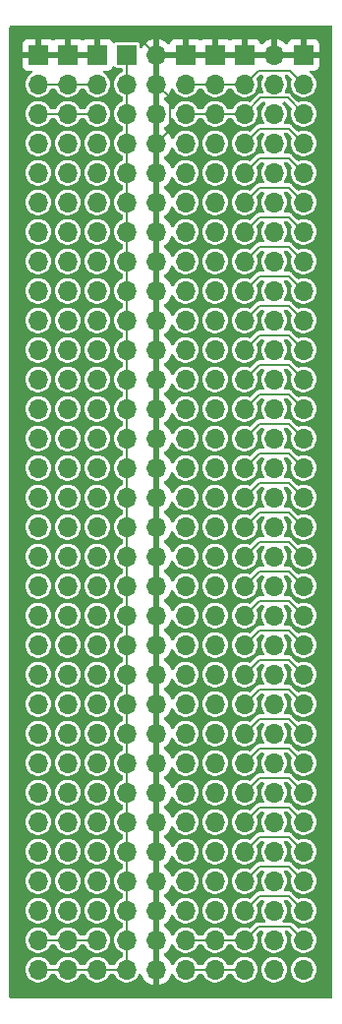
<source format=gtl>
G04 #@! TF.GenerationSoftware,KiCad,Pcbnew,(7.0.0)*
G04 #@! TF.CreationDate,2024-08-23T15:46:21-04:00*
G04 #@! TF.ProjectId,LB-BKOUT,4c422d42-4b4f-4555-942e-6b696361645f,1*
G04 #@! TF.SameCoordinates,Original*
G04 #@! TF.FileFunction,Copper,L1,Top*
G04 #@! TF.FilePolarity,Positive*
%FSLAX46Y46*%
G04 Gerber Fmt 4.6, Leading zero omitted, Abs format (unit mm)*
G04 Created by KiCad (PCBNEW (7.0.0)) date 2024-08-23 15:46:21*
%MOMM*%
%LPD*%
G01*
G04 APERTURE LIST*
G04 #@! TA.AperFunction,ComponentPad*
%ADD10R,1.700000X1.700000*%
G04 #@! TD*
G04 #@! TA.AperFunction,ComponentPad*
%ADD11O,1.700000X1.700000*%
G04 #@! TD*
G04 #@! TA.AperFunction,Conductor*
%ADD12C,0.203200*%
G04 #@! TD*
G04 #@! TA.AperFunction,Conductor*
%ADD13C,0.200000*%
G04 #@! TD*
G04 APERTURE END LIST*
D10*
X134619999Y-53339999D03*
D11*
X137159999Y-53339999D03*
X134619999Y-55879999D03*
X137159999Y-55879999D03*
X134619999Y-58419999D03*
X137159999Y-58419999D03*
X134619999Y-60959999D03*
X137159999Y-60959999D03*
X134619999Y-63499999D03*
X137159999Y-63499999D03*
X134619999Y-66039999D03*
X137159999Y-66039999D03*
X134619999Y-68579999D03*
X137159999Y-68579999D03*
X134619999Y-71119999D03*
X137159999Y-71119999D03*
X134619999Y-73659999D03*
X137159999Y-73659999D03*
X134619999Y-76199999D03*
X137159999Y-76199999D03*
X134619999Y-78739999D03*
X137159999Y-78739999D03*
X134619999Y-81279999D03*
X137159999Y-81279999D03*
X134619999Y-83819999D03*
X137159999Y-83819999D03*
X134619999Y-86359999D03*
X137159999Y-86359999D03*
X134619999Y-88899999D03*
X137159999Y-88899999D03*
X134619999Y-91439999D03*
X137159999Y-91439999D03*
X134619999Y-93979999D03*
X137159999Y-93979999D03*
X134619999Y-96519999D03*
X137159999Y-96519999D03*
X134619999Y-99059999D03*
X137159999Y-99059999D03*
X134619999Y-101599999D03*
X137159999Y-101599999D03*
X134619999Y-104139999D03*
X137159999Y-104139999D03*
X134619999Y-106679999D03*
X137159999Y-106679999D03*
X134619999Y-109219999D03*
X137159999Y-109219999D03*
X134619999Y-111759999D03*
X137159999Y-111759999D03*
X134619999Y-114299999D03*
X137159999Y-114299999D03*
X134619999Y-116839999D03*
X137159999Y-116839999D03*
X134619999Y-119379999D03*
X137159999Y-119379999D03*
X134619999Y-121919999D03*
X137159999Y-121919999D03*
X134619999Y-124459999D03*
X137159999Y-124459999D03*
X134619999Y-126999999D03*
X137159999Y-126999999D03*
X134619999Y-129539999D03*
X137159999Y-129539999D03*
X134619999Y-132079999D03*
X137159999Y-132079999D03*
D10*
X149859999Y-53339999D03*
D11*
X147319999Y-53339999D03*
X149859999Y-55879999D03*
X147319999Y-55879999D03*
X149859999Y-58419999D03*
X147319999Y-58419999D03*
X149859999Y-60959999D03*
X147319999Y-60959999D03*
X149859999Y-63499999D03*
X147319999Y-63499999D03*
X149859999Y-66039999D03*
X147319999Y-66039999D03*
X149859999Y-68579999D03*
X147319999Y-68579999D03*
X149859999Y-71119999D03*
X147319999Y-71119999D03*
X149859999Y-73659999D03*
X147319999Y-73659999D03*
X149859999Y-76199999D03*
X147319999Y-76199999D03*
X149859999Y-78739999D03*
X147319999Y-78739999D03*
X149859999Y-81279999D03*
X147319999Y-81279999D03*
X149859999Y-83819999D03*
X147319999Y-83819999D03*
X149859999Y-86359999D03*
X147319999Y-86359999D03*
X149859999Y-88899999D03*
X147319999Y-88899999D03*
X149859999Y-91439999D03*
X147319999Y-91439999D03*
X149859999Y-93979999D03*
X147319999Y-93979999D03*
X149859999Y-96519999D03*
X147319999Y-96519999D03*
X149859999Y-99059999D03*
X147319999Y-99059999D03*
X149859999Y-101599999D03*
X147319999Y-101599999D03*
X149859999Y-104139999D03*
X147319999Y-104139999D03*
X149859999Y-106679999D03*
X147319999Y-106679999D03*
X149859999Y-109219999D03*
X147319999Y-109219999D03*
X149859999Y-111759999D03*
X147319999Y-111759999D03*
X149859999Y-114299999D03*
X147319999Y-114299999D03*
X149859999Y-116839999D03*
X147319999Y-116839999D03*
X149859999Y-119379999D03*
X147319999Y-119379999D03*
X149859999Y-121919999D03*
X147319999Y-121919999D03*
X149859999Y-124459999D03*
X147319999Y-124459999D03*
X149859999Y-126999999D03*
X147319999Y-126999999D03*
X149859999Y-129539999D03*
X147319999Y-129539999D03*
X149859999Y-132079999D03*
X147319999Y-132079999D03*
D10*
X142239999Y-53339999D03*
D11*
X142239999Y-55879999D03*
X142239999Y-58419999D03*
X142239999Y-60959999D03*
X142239999Y-63499999D03*
X142239999Y-66039999D03*
X142239999Y-68579999D03*
X142239999Y-71119999D03*
X142239999Y-73659999D03*
X142239999Y-76199999D03*
X142239999Y-78739999D03*
X142239999Y-81279999D03*
X142239999Y-83819999D03*
X142239999Y-86359999D03*
X142239999Y-88899999D03*
X142239999Y-91439999D03*
X142239999Y-93979999D03*
X142239999Y-96519999D03*
X142239999Y-99059999D03*
X142239999Y-101599999D03*
X142239999Y-104139999D03*
X142239999Y-106679999D03*
X142239999Y-109219999D03*
X142239999Y-111759999D03*
X142239999Y-114299999D03*
X142239999Y-116839999D03*
X142239999Y-119379999D03*
X142239999Y-121919999D03*
X142239999Y-124459999D03*
X142239999Y-126999999D03*
X142239999Y-129539999D03*
X142239999Y-132079999D03*
D10*
X144779999Y-53339999D03*
D11*
X144779999Y-55879999D03*
X144779999Y-58419999D03*
X144779999Y-60959999D03*
X144779999Y-63499999D03*
X144779999Y-66039999D03*
X144779999Y-68579999D03*
X144779999Y-71119999D03*
X144779999Y-73659999D03*
X144779999Y-76199999D03*
X144779999Y-78739999D03*
X144779999Y-81279999D03*
X144779999Y-83819999D03*
X144779999Y-86359999D03*
X144779999Y-88899999D03*
X144779999Y-91439999D03*
X144779999Y-93979999D03*
X144779999Y-96519999D03*
X144779999Y-99059999D03*
X144779999Y-101599999D03*
X144779999Y-104139999D03*
X144779999Y-106679999D03*
X144779999Y-109219999D03*
X144779999Y-111759999D03*
X144779999Y-114299999D03*
X144779999Y-116839999D03*
X144779999Y-119379999D03*
X144779999Y-121919999D03*
X144779999Y-124459999D03*
X144779999Y-126999999D03*
X144779999Y-129539999D03*
X144779999Y-132079999D03*
D10*
X139699999Y-53339999D03*
D11*
X139699999Y-55879999D03*
X139699999Y-58419999D03*
X139699999Y-60959999D03*
X139699999Y-63499999D03*
X139699999Y-66039999D03*
X139699999Y-68579999D03*
X139699999Y-71119999D03*
X139699999Y-73659999D03*
X139699999Y-76199999D03*
X139699999Y-78739999D03*
X139699999Y-81279999D03*
X139699999Y-83819999D03*
X139699999Y-86359999D03*
X139699999Y-88899999D03*
X139699999Y-91439999D03*
X139699999Y-93979999D03*
X139699999Y-96519999D03*
X139699999Y-99059999D03*
X139699999Y-101599999D03*
X139699999Y-104139999D03*
X139699999Y-106679999D03*
X139699999Y-109219999D03*
X139699999Y-111759999D03*
X139699999Y-114299999D03*
X139699999Y-116839999D03*
X139699999Y-119379999D03*
X139699999Y-121919999D03*
X139699999Y-124459999D03*
X139699999Y-126999999D03*
X139699999Y-129539999D03*
X139699999Y-132079999D03*
D10*
X126999999Y-53339999D03*
D11*
X126999999Y-55879999D03*
X126999999Y-58419999D03*
X126999999Y-60959999D03*
X126999999Y-63499999D03*
X126999999Y-66039999D03*
X126999999Y-68579999D03*
X126999999Y-71119999D03*
X126999999Y-73659999D03*
X126999999Y-76199999D03*
X126999999Y-78739999D03*
X126999999Y-81279999D03*
X126999999Y-83819999D03*
X126999999Y-86359999D03*
X126999999Y-88899999D03*
X126999999Y-91439999D03*
X126999999Y-93979999D03*
X126999999Y-96519999D03*
X126999999Y-99059999D03*
X126999999Y-101599999D03*
X126999999Y-104139999D03*
X126999999Y-106679999D03*
X126999999Y-109219999D03*
X126999999Y-111759999D03*
X126999999Y-114299999D03*
X126999999Y-116839999D03*
X126999999Y-119379999D03*
X126999999Y-121919999D03*
X126999999Y-124459999D03*
X126999999Y-126999999D03*
X126999999Y-129539999D03*
X126999999Y-132079999D03*
D10*
X129539999Y-53339999D03*
D11*
X129539999Y-55879999D03*
X129539999Y-58419999D03*
X129539999Y-60959999D03*
X129539999Y-63499999D03*
X129539999Y-66039999D03*
X129539999Y-68579999D03*
X129539999Y-71119999D03*
X129539999Y-73659999D03*
X129539999Y-76199999D03*
X129539999Y-78739999D03*
X129539999Y-81279999D03*
X129539999Y-83819999D03*
X129539999Y-86359999D03*
X129539999Y-88899999D03*
X129539999Y-91439999D03*
X129539999Y-93979999D03*
X129539999Y-96519999D03*
X129539999Y-99059999D03*
X129539999Y-101599999D03*
X129539999Y-104139999D03*
X129539999Y-106679999D03*
X129539999Y-109219999D03*
X129539999Y-111759999D03*
X129539999Y-114299999D03*
X129539999Y-116839999D03*
X129539999Y-119379999D03*
X129539999Y-121919999D03*
X129539999Y-124459999D03*
X129539999Y-126999999D03*
X129539999Y-129539999D03*
X129539999Y-132079999D03*
D10*
X132079999Y-53339999D03*
D11*
X132079999Y-55879999D03*
X132079999Y-58419999D03*
X132079999Y-60959999D03*
X132079999Y-63499999D03*
X132079999Y-66039999D03*
X132079999Y-68579999D03*
X132079999Y-71119999D03*
X132079999Y-73659999D03*
X132079999Y-76199999D03*
X132079999Y-78739999D03*
X132079999Y-81279999D03*
X132079999Y-83819999D03*
X132079999Y-86359999D03*
X132079999Y-88899999D03*
X132079999Y-91439999D03*
X132079999Y-93979999D03*
X132079999Y-96519999D03*
X132079999Y-99059999D03*
X132079999Y-101599999D03*
X132079999Y-104139999D03*
X132079999Y-106679999D03*
X132079999Y-109219999D03*
X132079999Y-111759999D03*
X132079999Y-114299999D03*
X132079999Y-116839999D03*
X132079999Y-119379999D03*
X132079999Y-121919999D03*
X132079999Y-124459999D03*
X132079999Y-126999999D03*
X132079999Y-129539999D03*
X132079999Y-132079999D03*
D12*
X129540000Y-129540000D02*
X132080000Y-129540000D01*
X127000000Y-129540000D02*
X129540000Y-129540000D01*
X142240000Y-58420000D02*
X144780000Y-58420000D01*
X139700000Y-58420000D02*
X142240000Y-58420000D01*
X134620000Y-55880000D02*
X134620000Y-53340000D01*
X134620000Y-58420000D02*
X134620000Y-55880000D01*
X148705200Y-128385200D02*
X145934800Y-128385200D01*
X145934800Y-128385200D02*
X144780000Y-129540000D01*
X149860000Y-129540000D02*
X148705200Y-128385200D01*
X139700000Y-129540000D02*
X142240000Y-129540000D01*
X144780000Y-129540000D02*
X142240000Y-129540000D01*
X142240000Y-132080000D02*
X144780000Y-132080000D01*
X139700000Y-132080000D02*
X142240000Y-132080000D01*
X129540000Y-132080000D02*
X132080000Y-132080000D01*
X134620000Y-132080000D02*
X132080000Y-132080000D01*
X134620000Y-129540000D02*
X134620000Y-132080000D01*
X134620000Y-127000000D02*
X134620000Y-129540000D01*
X134620000Y-124460000D02*
X134620000Y-127000000D01*
X129540000Y-58420000D02*
X132080000Y-58420000D01*
X148474800Y-57034800D02*
X149860000Y-58420000D01*
X144780000Y-58420000D02*
X146165200Y-57034800D01*
X146165200Y-57034800D02*
X148474800Y-57034800D01*
X148705200Y-54725200D02*
X149860000Y-55880000D01*
X145934800Y-54725200D02*
X148705200Y-54725200D01*
X144780000Y-55880000D02*
X145934800Y-54725200D01*
X142240000Y-55880000D02*
X144780000Y-55880000D01*
X139700000Y-55880000D02*
X142240000Y-55880000D01*
X127000000Y-58420000D02*
X129540000Y-58420000D01*
X129540000Y-55880000D02*
X132080000Y-55880000D01*
X127000000Y-55880000D02*
X129540000Y-55880000D01*
X127000000Y-53340000D02*
X129540000Y-53340000D01*
X132080000Y-52146200D02*
X132080000Y-53340000D01*
X132613400Y-51612800D02*
X132080000Y-52146200D01*
X137160000Y-53340000D02*
X135432800Y-51612800D01*
X135432800Y-51612800D02*
X132613400Y-51612800D01*
X139700000Y-53340000D02*
X137160000Y-53340000D01*
X142240000Y-53340000D02*
X139700000Y-53340000D01*
X149860000Y-60960000D02*
X148590000Y-59690000D01*
X146050000Y-59690000D02*
X144780000Y-60960000D01*
X148590000Y-59690000D02*
X146050000Y-59690000D01*
X134620000Y-58420000D02*
X134620000Y-124460000D01*
X142240000Y-53340000D02*
X147320000Y-53340000D01*
X149860000Y-53340000D02*
X147320000Y-53340000D01*
X144780000Y-63500000D02*
X146050000Y-62230000D01*
X146050000Y-62230000D02*
X148590000Y-62230000D01*
X148590000Y-62230000D02*
X149860000Y-63500000D01*
X146050000Y-64770000D02*
X148590000Y-64770000D01*
X148590000Y-64770000D02*
X149860000Y-66040000D01*
X144780000Y-66040000D02*
X146050000Y-64770000D01*
X148590000Y-67310000D02*
X149860000Y-68580000D01*
X146050000Y-67310000D02*
X148590000Y-67310000D01*
X144780000Y-68580000D02*
X146050000Y-67310000D01*
X144780000Y-71120000D02*
X146050000Y-69850000D01*
X146050000Y-69850000D02*
X148590000Y-69850000D01*
X148590000Y-69850000D02*
X149860000Y-71120000D01*
X144780000Y-73660000D02*
X146050000Y-72390000D01*
X148590000Y-72390000D02*
X149860000Y-73660000D01*
X146050000Y-72390000D02*
X148590000Y-72390000D01*
X144780000Y-76200000D02*
X146050000Y-74930000D01*
X148590000Y-74930000D02*
X149860000Y-76200000D01*
X146050000Y-74930000D02*
X148590000Y-74930000D01*
X146050000Y-77470000D02*
X148590000Y-77470000D01*
X144780000Y-78740000D02*
X146050000Y-77470000D01*
X148590000Y-77470000D02*
X149860000Y-78740000D01*
X146050000Y-80010000D02*
X148590000Y-80010000D01*
X144780000Y-81280000D02*
X146050000Y-80010000D01*
X148590000Y-80010000D02*
X149860000Y-81280000D01*
X146050000Y-82550000D02*
X148590000Y-82550000D01*
X148590000Y-82550000D02*
X149860000Y-83820000D01*
X144780000Y-83820000D02*
X146050000Y-82550000D01*
X144780000Y-86360000D02*
X146050000Y-85090000D01*
X148590000Y-85090000D02*
X149860000Y-86360000D01*
X146050000Y-85090000D02*
X148590000Y-85090000D01*
X144780000Y-88900000D02*
X146050000Y-87630000D01*
X148590000Y-87630000D02*
X149860000Y-88900000D01*
X146050000Y-87630000D02*
X148590000Y-87630000D01*
X148590000Y-90170000D02*
X149860000Y-91440000D01*
X146050000Y-90170000D02*
X148590000Y-90170000D01*
X144780000Y-91440000D02*
X146050000Y-90170000D01*
D13*
X148590000Y-92710000D02*
X149860000Y-93980000D01*
X146050000Y-92710000D02*
X148590000Y-92710000D01*
X144780000Y-93980000D02*
X146050000Y-92710000D01*
D12*
X148590000Y-97790000D02*
X149860000Y-99060000D01*
X144780000Y-99060000D02*
X146050000Y-97790000D01*
X146050000Y-97790000D02*
X148590000Y-97790000D01*
X144780000Y-101600000D02*
X146050000Y-100330000D01*
X146050000Y-100330000D02*
X148590000Y-100330000D01*
X148590000Y-100330000D02*
X149860000Y-101600000D01*
X148590000Y-102870000D02*
X149860000Y-104140000D01*
X144780000Y-104140000D02*
X146050000Y-102870000D01*
X146050000Y-102870000D02*
X148590000Y-102870000D01*
X148590000Y-105410000D02*
X149860000Y-106680000D01*
X144780000Y-106680000D02*
X146050000Y-105410000D01*
X146050000Y-105410000D02*
X148590000Y-105410000D01*
D13*
X144780000Y-96520000D02*
X146050000Y-95250000D01*
X148590000Y-95250000D02*
X149860000Y-96520000D01*
X146050000Y-95250000D02*
X148590000Y-95250000D01*
D12*
X138314311Y-57034311D02*
X138314311Y-59805689D01*
X138314311Y-59805689D02*
X137160000Y-60960000D01*
X137160000Y-60960000D02*
X137160000Y-127000000D01*
X137160000Y-55880000D02*
X138314311Y-57034311D01*
X144780000Y-109220000D02*
X146050000Y-107950000D01*
X148590000Y-107950000D02*
X149860000Y-109220000D01*
X146050000Y-107950000D02*
X148590000Y-107950000D01*
X144780000Y-111760000D02*
X146050000Y-110490000D01*
X146050000Y-110490000D02*
X148590000Y-110490000D01*
X148590000Y-110490000D02*
X149860000Y-111760000D01*
X146050000Y-113030000D02*
X148590000Y-113030000D01*
X144780000Y-114300000D02*
X146050000Y-113030000D01*
X148590000Y-113030000D02*
X149860000Y-114300000D01*
X144780000Y-116840000D02*
X146050000Y-115570000D01*
X148590000Y-115570000D02*
X149860000Y-116840000D01*
X146050000Y-115570000D02*
X148590000Y-115570000D01*
X148590000Y-118110000D02*
X149860000Y-119380000D01*
X144780000Y-119380000D02*
X146050000Y-118110000D01*
X146050000Y-118110000D02*
X148590000Y-118110000D01*
X144780000Y-121920000D02*
X146050000Y-120650000D01*
X148590000Y-120650000D02*
X149860000Y-121920000D01*
X146050000Y-120650000D02*
X148590000Y-120650000D01*
X144780000Y-124460000D02*
X146050000Y-123190000D01*
X148590000Y-123190000D02*
X149860000Y-124460000D01*
X146050000Y-123190000D02*
X148590000Y-123190000D01*
X148590000Y-125730000D02*
X149860000Y-127000000D01*
X144780000Y-127000000D02*
X146050000Y-125730000D01*
X146050000Y-125730000D02*
X148590000Y-125730000D01*
X127000000Y-132080000D02*
X129540000Y-132080000D01*
G04 #@! TA.AperFunction,Conductor*
G36*
X146542399Y-57405167D02*
G01*
X146587448Y-57444735D01*
X146609108Y-57500646D01*
X146602473Y-57560238D01*
X146569046Y-57610015D01*
X146504578Y-57668784D01*
X146504567Y-57668795D01*
X146500268Y-57672715D01*
X146496763Y-57677355D01*
X146496755Y-57677365D01*
X146380422Y-57831416D01*
X146380418Y-57831421D01*
X146376912Y-57836065D01*
X146374319Y-57841273D01*
X146374314Y-57841281D01*
X146288497Y-58013626D01*
X146285672Y-58019299D01*
X146284078Y-58024899D01*
X146284076Y-58024906D01*
X146231250Y-58210572D01*
X146229655Y-58216179D01*
X146229118Y-58221972D01*
X146229116Y-58221984D01*
X146211306Y-58414194D01*
X146210768Y-58420000D01*
X146211306Y-58425806D01*
X146229116Y-58618015D01*
X146229117Y-58618025D01*
X146229655Y-58623821D01*
X146231249Y-58629426D01*
X146231250Y-58629427D01*
X146283955Y-58814669D01*
X146285672Y-58820701D01*
X146376912Y-59003935D01*
X146380421Y-59008582D01*
X146380422Y-59008583D01*
X146473598Y-59131968D01*
X146498511Y-59196274D01*
X146485839Y-59264063D01*
X146439378Y-59315027D01*
X146373048Y-59333900D01*
X146100000Y-59333900D01*
X146076814Y-59331495D01*
X146075132Y-59331425D01*
X146064919Y-59329284D01*
X146054562Y-59330575D01*
X146034812Y-59333037D01*
X146029632Y-59333574D01*
X146025696Y-59333900D01*
X146020492Y-59333900D01*
X146015360Y-59334756D01*
X146015349Y-59334757D01*
X146001196Y-59337118D01*
X145996055Y-59337867D01*
X145957334Y-59342694D01*
X145957329Y-59342695D01*
X145946986Y-59343985D01*
X145940213Y-59347295D01*
X145932776Y-59348537D01*
X145923601Y-59353501D01*
X145923598Y-59353503D01*
X145889284Y-59372073D01*
X145884656Y-59374456D01*
X145849590Y-59391598D01*
X145849584Y-59391601D01*
X145840218Y-59396181D01*
X145834888Y-59401510D01*
X145828254Y-59405101D01*
X145821190Y-59412773D01*
X145821184Y-59412779D01*
X145794733Y-59441513D01*
X145791128Y-59445269D01*
X145328816Y-59907581D01*
X145288834Y-59934520D01*
X145241662Y-59944471D01*
X145194206Y-59935978D01*
X145083556Y-59893112D01*
X145077827Y-59892041D01*
X144888073Y-59856570D01*
X144888069Y-59856569D01*
X144882347Y-59855500D01*
X144677653Y-59855500D01*
X144671931Y-59856569D01*
X144671926Y-59856570D01*
X144482168Y-59892041D01*
X144482157Y-59892043D01*
X144476444Y-59893112D01*
X144471021Y-59895212D01*
X144471010Y-59895216D01*
X144291011Y-59964949D01*
X144291008Y-59964950D01*
X144285573Y-59967056D01*
X144280617Y-59970124D01*
X144280612Y-59970127D01*
X144116491Y-60071746D01*
X144116481Y-60071752D01*
X144111538Y-60074814D01*
X144107239Y-60078732D01*
X144107235Y-60078736D01*
X143964573Y-60208789D01*
X143964565Y-60208797D01*
X143960268Y-60212715D01*
X143956763Y-60217355D01*
X143956755Y-60217365D01*
X143840422Y-60371416D01*
X143840418Y-60371421D01*
X143836912Y-60376065D01*
X143834319Y-60381273D01*
X143834314Y-60381281D01*
X143748488Y-60553644D01*
X143745672Y-60559299D01*
X143744078Y-60564899D01*
X143744076Y-60564906D01*
X143691250Y-60750572D01*
X143689655Y-60756179D01*
X143689118Y-60761972D01*
X143689116Y-60761984D01*
X143671306Y-60954194D01*
X143670768Y-60960000D01*
X143671306Y-60965806D01*
X143689116Y-61158015D01*
X143689117Y-61158025D01*
X143689655Y-61163821D01*
X143691249Y-61169426D01*
X143691250Y-61169427D01*
X143743955Y-61354669D01*
X143745672Y-61360701D01*
X143836912Y-61543935D01*
X143840421Y-61548582D01*
X143840422Y-61548583D01*
X143956755Y-61702634D01*
X143956759Y-61702638D01*
X143960268Y-61707285D01*
X143964570Y-61711207D01*
X143964573Y-61711210D01*
X143992067Y-61736274D01*
X144111538Y-61845186D01*
X144116489Y-61848251D01*
X144116491Y-61848253D01*
X144185207Y-61890800D01*
X144285573Y-61952944D01*
X144476444Y-62026888D01*
X144677653Y-62064500D01*
X144876519Y-62064500D01*
X144882347Y-62064500D01*
X145083556Y-62026888D01*
X145274427Y-61952944D01*
X145448462Y-61845186D01*
X145599732Y-61707285D01*
X145723088Y-61543935D01*
X145814328Y-61360701D01*
X145870345Y-61163821D01*
X145889232Y-60960000D01*
X145870345Y-60756179D01*
X145814328Y-60559299D01*
X145811513Y-60553647D01*
X145811416Y-60553273D01*
X145809627Y-60548654D01*
X145810163Y-60548446D01*
X145798440Y-60503308D01*
X145806813Y-60451971D01*
X145835210Y-60408391D01*
X145995570Y-60248032D01*
X146160597Y-60083004D01*
X146201475Y-60055691D01*
X146249693Y-60046100D01*
X146373048Y-60046100D01*
X146439378Y-60064973D01*
X146485839Y-60115937D01*
X146498511Y-60183726D01*
X146473598Y-60248032D01*
X146380422Y-60371416D01*
X146380418Y-60371421D01*
X146376912Y-60376065D01*
X146374319Y-60381273D01*
X146374314Y-60381281D01*
X146288488Y-60553644D01*
X146285672Y-60559299D01*
X146284078Y-60564899D01*
X146284076Y-60564906D01*
X146231250Y-60750572D01*
X146229655Y-60756179D01*
X146229118Y-60761972D01*
X146229116Y-60761984D01*
X146211306Y-60954194D01*
X146210768Y-60960000D01*
X146211306Y-60965806D01*
X146229116Y-61158015D01*
X146229117Y-61158025D01*
X146229655Y-61163821D01*
X146231249Y-61169426D01*
X146231250Y-61169427D01*
X146283955Y-61354669D01*
X146285672Y-61360701D01*
X146376912Y-61543935D01*
X146380421Y-61548582D01*
X146380422Y-61548583D01*
X146473598Y-61671968D01*
X146498511Y-61736274D01*
X146485839Y-61804063D01*
X146439378Y-61855027D01*
X146373048Y-61873900D01*
X146100000Y-61873900D01*
X146076814Y-61871495D01*
X146075132Y-61871425D01*
X146064919Y-61869284D01*
X146054562Y-61870575D01*
X146034812Y-61873037D01*
X146029632Y-61873574D01*
X146025696Y-61873900D01*
X146020492Y-61873900D01*
X146015360Y-61874756D01*
X146015349Y-61874757D01*
X146001196Y-61877118D01*
X145996055Y-61877867D01*
X145957334Y-61882694D01*
X145957329Y-61882695D01*
X145946986Y-61883985D01*
X145940213Y-61887295D01*
X145932776Y-61888537D01*
X145923601Y-61893501D01*
X145923598Y-61893503D01*
X145889284Y-61912073D01*
X145884656Y-61914456D01*
X145849590Y-61931598D01*
X145849584Y-61931601D01*
X145840218Y-61936181D01*
X145834888Y-61941510D01*
X145828254Y-61945101D01*
X145821190Y-61952773D01*
X145821184Y-61952779D01*
X145794733Y-61981513D01*
X145791128Y-61985269D01*
X145328816Y-62447581D01*
X145288834Y-62474520D01*
X145241662Y-62484471D01*
X145194206Y-62475978D01*
X145083556Y-62433112D01*
X145077827Y-62432041D01*
X144888073Y-62396570D01*
X144888069Y-62396569D01*
X144882347Y-62395500D01*
X144677653Y-62395500D01*
X144671931Y-62396569D01*
X144671926Y-62396570D01*
X144482168Y-62432041D01*
X144482157Y-62432043D01*
X144476444Y-62433112D01*
X144471021Y-62435212D01*
X144471010Y-62435216D01*
X144291011Y-62504949D01*
X144291008Y-62504950D01*
X144285573Y-62507056D01*
X144280617Y-62510124D01*
X144280612Y-62510127D01*
X144116491Y-62611746D01*
X144116481Y-62611752D01*
X144111538Y-62614814D01*
X144107239Y-62618732D01*
X144107235Y-62618736D01*
X143964573Y-62748789D01*
X143964565Y-62748797D01*
X143960268Y-62752715D01*
X143956763Y-62757355D01*
X143956755Y-62757365D01*
X143840422Y-62911416D01*
X143840418Y-62911421D01*
X143836912Y-62916065D01*
X143834319Y-62921273D01*
X143834314Y-62921281D01*
X143748488Y-63093644D01*
X143745672Y-63099299D01*
X143744078Y-63104899D01*
X143744076Y-63104906D01*
X143691250Y-63290572D01*
X143689655Y-63296179D01*
X143689118Y-63301972D01*
X143689116Y-63301984D01*
X143671306Y-63494194D01*
X143670768Y-63500000D01*
X143671306Y-63505806D01*
X143689116Y-63698015D01*
X143689117Y-63698025D01*
X143689655Y-63703821D01*
X143691249Y-63709426D01*
X143691250Y-63709427D01*
X143743955Y-63894669D01*
X143745672Y-63900701D01*
X143836912Y-64083935D01*
X143840421Y-64088582D01*
X143840422Y-64088583D01*
X143956755Y-64242634D01*
X143956759Y-64242638D01*
X143960268Y-64247285D01*
X143964570Y-64251207D01*
X143964573Y-64251210D01*
X143992067Y-64276274D01*
X144111538Y-64385186D01*
X144116489Y-64388251D01*
X144116491Y-64388253D01*
X144185207Y-64430800D01*
X144285573Y-64492944D01*
X144476444Y-64566888D01*
X144677653Y-64604500D01*
X144876519Y-64604500D01*
X144882347Y-64604500D01*
X145083556Y-64566888D01*
X145274427Y-64492944D01*
X145448462Y-64385186D01*
X145599732Y-64247285D01*
X145723088Y-64083935D01*
X145814328Y-63900701D01*
X145870345Y-63703821D01*
X145889232Y-63500000D01*
X145870345Y-63296179D01*
X145814328Y-63099299D01*
X145811513Y-63093647D01*
X145811416Y-63093273D01*
X145809627Y-63088654D01*
X145810163Y-63088446D01*
X145798440Y-63043308D01*
X145806813Y-62991971D01*
X145835210Y-62948391D01*
X145995570Y-62788032D01*
X146160597Y-62623004D01*
X146201475Y-62595691D01*
X146249693Y-62586100D01*
X146373048Y-62586100D01*
X146439378Y-62604973D01*
X146485839Y-62655937D01*
X146498511Y-62723726D01*
X146473598Y-62788032D01*
X146380422Y-62911416D01*
X146380418Y-62911421D01*
X146376912Y-62916065D01*
X146374319Y-62921273D01*
X146374314Y-62921281D01*
X146288488Y-63093644D01*
X146285672Y-63099299D01*
X146284078Y-63104899D01*
X146284076Y-63104906D01*
X146231250Y-63290572D01*
X146229655Y-63296179D01*
X146229118Y-63301972D01*
X146229116Y-63301984D01*
X146211306Y-63494194D01*
X146210768Y-63500000D01*
X146211306Y-63505806D01*
X146229116Y-63698015D01*
X146229117Y-63698025D01*
X146229655Y-63703821D01*
X146231249Y-63709426D01*
X146231250Y-63709427D01*
X146283955Y-63894669D01*
X146285672Y-63900701D01*
X146376912Y-64083935D01*
X146380421Y-64088582D01*
X146380422Y-64088583D01*
X146473598Y-64211968D01*
X146498511Y-64276274D01*
X146485839Y-64344063D01*
X146439378Y-64395027D01*
X146373048Y-64413900D01*
X146100000Y-64413900D01*
X146076814Y-64411495D01*
X146075132Y-64411425D01*
X146064919Y-64409284D01*
X146054562Y-64410575D01*
X146034812Y-64413037D01*
X146029632Y-64413574D01*
X146025696Y-64413900D01*
X146020492Y-64413900D01*
X146015360Y-64414756D01*
X146015349Y-64414757D01*
X146001196Y-64417118D01*
X145996055Y-64417867D01*
X145957334Y-64422694D01*
X145957329Y-64422695D01*
X145946986Y-64423985D01*
X145940213Y-64427295D01*
X145932776Y-64428537D01*
X145923601Y-64433501D01*
X145923598Y-64433503D01*
X145889284Y-64452073D01*
X145884656Y-64454456D01*
X145849590Y-64471598D01*
X145849584Y-64471601D01*
X145840218Y-64476181D01*
X145834888Y-64481510D01*
X145828254Y-64485101D01*
X145821190Y-64492773D01*
X145821184Y-64492779D01*
X145794733Y-64521513D01*
X145791128Y-64525269D01*
X145328816Y-64987581D01*
X145288834Y-65014520D01*
X145241662Y-65024471D01*
X145194206Y-65015978D01*
X145083556Y-64973112D01*
X145077827Y-64972041D01*
X144888073Y-64936570D01*
X144888069Y-64936569D01*
X144882347Y-64935500D01*
X144677653Y-64935500D01*
X144671931Y-64936569D01*
X144671926Y-64936570D01*
X144482168Y-64972041D01*
X144482157Y-64972043D01*
X144476444Y-64973112D01*
X144471021Y-64975212D01*
X144471010Y-64975216D01*
X144291011Y-65044949D01*
X144291008Y-65044950D01*
X144285573Y-65047056D01*
X144280617Y-65050124D01*
X144280612Y-65050127D01*
X144116491Y-65151746D01*
X144116481Y-65151752D01*
X144111538Y-65154814D01*
X144107239Y-65158732D01*
X144107235Y-65158736D01*
X143964573Y-65288789D01*
X143964565Y-65288797D01*
X143960268Y-65292715D01*
X143956763Y-65297355D01*
X143956755Y-65297365D01*
X143840422Y-65451416D01*
X143840418Y-65451421D01*
X143836912Y-65456065D01*
X143834319Y-65461273D01*
X143834314Y-65461281D01*
X143748488Y-65633644D01*
X143745672Y-65639299D01*
X143744078Y-65644899D01*
X143744076Y-65644906D01*
X143691250Y-65830572D01*
X143689655Y-65836179D01*
X143689118Y-65841972D01*
X143689116Y-65841984D01*
X143671306Y-66034194D01*
X143670768Y-66040000D01*
X143671306Y-66045806D01*
X143689116Y-66238015D01*
X143689117Y-66238025D01*
X143689655Y-66243821D01*
X143691249Y-66249426D01*
X143691250Y-66249427D01*
X143743955Y-66434669D01*
X143745672Y-66440701D01*
X143836912Y-66623935D01*
X143840421Y-66628582D01*
X143840422Y-66628583D01*
X143956755Y-66782634D01*
X143956759Y-66782638D01*
X143960268Y-66787285D01*
X143964570Y-66791207D01*
X143964573Y-66791210D01*
X143992067Y-66816274D01*
X144111538Y-66925186D01*
X144116489Y-66928251D01*
X144116491Y-66928253D01*
X144185207Y-66970800D01*
X144285573Y-67032944D01*
X144476444Y-67106888D01*
X144677653Y-67144500D01*
X144876519Y-67144500D01*
X144882347Y-67144500D01*
X145083556Y-67106888D01*
X145274427Y-67032944D01*
X145448462Y-66925186D01*
X145599732Y-66787285D01*
X145723088Y-66623935D01*
X145814328Y-66440701D01*
X145870345Y-66243821D01*
X145889232Y-66040000D01*
X145870345Y-65836179D01*
X145814328Y-65639299D01*
X145811513Y-65633647D01*
X145811416Y-65633273D01*
X145809627Y-65628654D01*
X145810163Y-65628446D01*
X145798440Y-65583308D01*
X145806813Y-65531971D01*
X145835210Y-65488391D01*
X145995570Y-65328032D01*
X146160597Y-65163004D01*
X146201475Y-65135691D01*
X146249693Y-65126100D01*
X146373048Y-65126100D01*
X146439378Y-65144973D01*
X146485839Y-65195937D01*
X146498511Y-65263726D01*
X146473598Y-65328032D01*
X146380422Y-65451416D01*
X146380418Y-65451421D01*
X146376912Y-65456065D01*
X146374319Y-65461273D01*
X146374314Y-65461281D01*
X146288488Y-65633644D01*
X146285672Y-65639299D01*
X146284078Y-65644899D01*
X146284076Y-65644906D01*
X146231250Y-65830572D01*
X146229655Y-65836179D01*
X146229118Y-65841972D01*
X146229116Y-65841984D01*
X146211306Y-66034194D01*
X146210768Y-66040000D01*
X146211306Y-66045806D01*
X146229116Y-66238015D01*
X146229117Y-66238025D01*
X146229655Y-66243821D01*
X146231249Y-66249426D01*
X146231250Y-66249427D01*
X146283955Y-66434669D01*
X146285672Y-66440701D01*
X146376912Y-66623935D01*
X146380421Y-66628582D01*
X146380422Y-66628583D01*
X146473598Y-66751968D01*
X146498511Y-66816274D01*
X146485839Y-66884063D01*
X146439378Y-66935027D01*
X146373048Y-66953900D01*
X146100000Y-66953900D01*
X146076814Y-66951495D01*
X146075132Y-66951425D01*
X146064919Y-66949284D01*
X146054562Y-66950575D01*
X146034812Y-66953037D01*
X146029632Y-66953574D01*
X146025696Y-66953900D01*
X146020492Y-66953900D01*
X146015360Y-66954756D01*
X146015349Y-66954757D01*
X146001196Y-66957118D01*
X145996055Y-66957867D01*
X145957334Y-66962694D01*
X145957329Y-66962695D01*
X145946986Y-66963985D01*
X145940213Y-66967295D01*
X145932776Y-66968537D01*
X145923601Y-66973501D01*
X145923598Y-66973503D01*
X145889284Y-66992073D01*
X145884656Y-66994456D01*
X145849590Y-67011598D01*
X145849584Y-67011601D01*
X145840218Y-67016181D01*
X145834888Y-67021510D01*
X145828254Y-67025101D01*
X145821190Y-67032773D01*
X145821184Y-67032779D01*
X145794733Y-67061513D01*
X145791128Y-67065269D01*
X145328816Y-67527581D01*
X145288834Y-67554520D01*
X145241662Y-67564471D01*
X145194206Y-67555978D01*
X145083556Y-67513112D01*
X145077827Y-67512041D01*
X144888073Y-67476570D01*
X144888069Y-67476569D01*
X144882347Y-67475500D01*
X144677653Y-67475500D01*
X144671931Y-67476569D01*
X144671926Y-67476570D01*
X144482168Y-67512041D01*
X144482157Y-67512043D01*
X144476444Y-67513112D01*
X144471021Y-67515212D01*
X144471010Y-67515216D01*
X144291011Y-67584949D01*
X144291008Y-67584950D01*
X144285573Y-67587056D01*
X144280617Y-67590124D01*
X144280612Y-67590127D01*
X144116491Y-67691746D01*
X144116481Y-67691752D01*
X144111538Y-67694814D01*
X144107239Y-67698732D01*
X144107235Y-67698736D01*
X143964573Y-67828789D01*
X143964565Y-67828797D01*
X143960268Y-67832715D01*
X143956763Y-67837355D01*
X143956755Y-67837365D01*
X143840422Y-67991416D01*
X143840418Y-67991421D01*
X143836912Y-67996065D01*
X143834319Y-68001273D01*
X143834314Y-68001281D01*
X143748488Y-68173644D01*
X143745672Y-68179299D01*
X143744078Y-68184899D01*
X143744076Y-68184906D01*
X143691250Y-68370572D01*
X143689655Y-68376179D01*
X143689118Y-68381972D01*
X143689116Y-68381984D01*
X143671306Y-68574194D01*
X143670768Y-68580000D01*
X143671306Y-68585806D01*
X143689116Y-68778015D01*
X143689117Y-68778025D01*
X143689655Y-68783821D01*
X143691249Y-68789426D01*
X143691250Y-68789427D01*
X143743955Y-68974669D01*
X143745672Y-68980701D01*
X143836912Y-69163935D01*
X143840421Y-69168582D01*
X143840422Y-69168583D01*
X143956755Y-69322634D01*
X143956759Y-69322638D01*
X143960268Y-69327285D01*
X143964570Y-69331207D01*
X143964573Y-69331210D01*
X143992067Y-69356274D01*
X144111538Y-69465186D01*
X144116489Y-69468251D01*
X144116491Y-69468253D01*
X144185207Y-69510800D01*
X144285573Y-69572944D01*
X144476444Y-69646888D01*
X144677653Y-69684500D01*
X144876519Y-69684500D01*
X144882347Y-69684500D01*
X145083556Y-69646888D01*
X145274427Y-69572944D01*
X145448462Y-69465186D01*
X145599732Y-69327285D01*
X145723088Y-69163935D01*
X145814328Y-68980701D01*
X145870345Y-68783821D01*
X145889232Y-68580000D01*
X145870345Y-68376179D01*
X145814328Y-68179299D01*
X145811513Y-68173647D01*
X145811416Y-68173273D01*
X145809627Y-68168654D01*
X145810163Y-68168446D01*
X145798440Y-68123308D01*
X145806813Y-68071971D01*
X145835210Y-68028391D01*
X145995570Y-67868032D01*
X146160597Y-67703004D01*
X146201475Y-67675691D01*
X146249693Y-67666100D01*
X146373048Y-67666100D01*
X146439378Y-67684973D01*
X146485839Y-67735937D01*
X146498511Y-67803726D01*
X146473598Y-67868032D01*
X146380422Y-67991416D01*
X146380418Y-67991421D01*
X146376912Y-67996065D01*
X146374319Y-68001273D01*
X146374314Y-68001281D01*
X146288488Y-68173644D01*
X146285672Y-68179299D01*
X146284078Y-68184899D01*
X146284076Y-68184906D01*
X146231250Y-68370572D01*
X146229655Y-68376179D01*
X146229118Y-68381972D01*
X146229116Y-68381984D01*
X146211306Y-68574194D01*
X146210768Y-68580000D01*
X146211306Y-68585806D01*
X146229116Y-68778015D01*
X146229117Y-68778025D01*
X146229655Y-68783821D01*
X146231249Y-68789426D01*
X146231250Y-68789427D01*
X146283955Y-68974669D01*
X146285672Y-68980701D01*
X146376912Y-69163935D01*
X146380421Y-69168582D01*
X146380422Y-69168583D01*
X146473598Y-69291968D01*
X146498511Y-69356274D01*
X146485839Y-69424063D01*
X146439378Y-69475027D01*
X146373048Y-69493900D01*
X146100000Y-69493900D01*
X146076814Y-69491495D01*
X146075132Y-69491425D01*
X146064919Y-69489284D01*
X146054562Y-69490575D01*
X146034812Y-69493037D01*
X146029632Y-69493574D01*
X146025696Y-69493900D01*
X146020492Y-69493900D01*
X146015360Y-69494756D01*
X146015349Y-69494757D01*
X146001196Y-69497118D01*
X145996055Y-69497867D01*
X145957334Y-69502694D01*
X145957329Y-69502695D01*
X145946986Y-69503985D01*
X145940213Y-69507295D01*
X145932776Y-69508537D01*
X145923601Y-69513501D01*
X145923598Y-69513503D01*
X145889284Y-69532073D01*
X145884656Y-69534456D01*
X145849590Y-69551598D01*
X145849584Y-69551601D01*
X145840218Y-69556181D01*
X145834888Y-69561510D01*
X145828254Y-69565101D01*
X145821190Y-69572773D01*
X145821184Y-69572779D01*
X145794733Y-69601513D01*
X145791128Y-69605269D01*
X145328816Y-70067581D01*
X145288834Y-70094520D01*
X145241662Y-70104471D01*
X145194206Y-70095978D01*
X145083556Y-70053112D01*
X145077827Y-70052041D01*
X144888073Y-70016570D01*
X144888069Y-70016569D01*
X144882347Y-70015500D01*
X144677653Y-70015500D01*
X144671931Y-70016569D01*
X144671926Y-70016570D01*
X144482168Y-70052041D01*
X144482157Y-70052043D01*
X144476444Y-70053112D01*
X144471021Y-70055212D01*
X144471010Y-70055216D01*
X144291011Y-70124949D01*
X144291008Y-70124950D01*
X144285573Y-70127056D01*
X144280617Y-70130124D01*
X144280612Y-70130127D01*
X144116491Y-70231746D01*
X144116481Y-70231752D01*
X144111538Y-70234814D01*
X144107239Y-70238732D01*
X144107235Y-70238736D01*
X143964573Y-70368789D01*
X143964565Y-70368797D01*
X143960268Y-70372715D01*
X143956763Y-70377355D01*
X143956755Y-70377365D01*
X143840422Y-70531416D01*
X143840418Y-70531421D01*
X143836912Y-70536065D01*
X143834319Y-70541273D01*
X143834314Y-70541281D01*
X143748488Y-70713644D01*
X143745672Y-70719299D01*
X143744078Y-70724899D01*
X143744076Y-70724906D01*
X143691250Y-70910572D01*
X143689655Y-70916179D01*
X143689118Y-70921972D01*
X143689116Y-70921984D01*
X143671306Y-71114194D01*
X143670768Y-71120000D01*
X143671306Y-71125806D01*
X143689116Y-71318015D01*
X143689117Y-71318025D01*
X143689655Y-71323821D01*
X143691249Y-71329426D01*
X143691250Y-71329427D01*
X143743955Y-71514669D01*
X143745672Y-71520701D01*
X143836912Y-71703935D01*
X143840421Y-71708582D01*
X143840422Y-71708583D01*
X143956755Y-71862634D01*
X143956759Y-71862638D01*
X143960268Y-71867285D01*
X143964570Y-71871207D01*
X143964573Y-71871210D01*
X143992067Y-71896274D01*
X144111538Y-72005186D01*
X144116489Y-72008251D01*
X144116491Y-72008253D01*
X144185207Y-72050800D01*
X144285573Y-72112944D01*
X144476444Y-72186888D01*
X144677653Y-72224500D01*
X144876519Y-72224500D01*
X144882347Y-72224500D01*
X145083556Y-72186888D01*
X145274427Y-72112944D01*
X145448462Y-72005186D01*
X145599732Y-71867285D01*
X145723088Y-71703935D01*
X145814328Y-71520701D01*
X145870345Y-71323821D01*
X145889232Y-71120000D01*
X145870345Y-70916179D01*
X145814328Y-70719299D01*
X145811513Y-70713647D01*
X145811416Y-70713273D01*
X145809627Y-70708654D01*
X145810163Y-70708446D01*
X145798440Y-70663308D01*
X145806813Y-70611971D01*
X145835210Y-70568391D01*
X145995570Y-70408032D01*
X146160597Y-70243004D01*
X146201475Y-70215691D01*
X146249693Y-70206100D01*
X146373048Y-70206100D01*
X146439378Y-70224973D01*
X146485839Y-70275937D01*
X146498511Y-70343726D01*
X146473598Y-70408032D01*
X146380422Y-70531416D01*
X146380418Y-70531421D01*
X146376912Y-70536065D01*
X146374319Y-70541273D01*
X146374314Y-70541281D01*
X146288488Y-70713644D01*
X146285672Y-70719299D01*
X146284078Y-70724899D01*
X146284076Y-70724906D01*
X146231250Y-70910572D01*
X146229655Y-70916179D01*
X146229118Y-70921972D01*
X146229116Y-70921984D01*
X146211306Y-71114194D01*
X146210768Y-71120000D01*
X146211306Y-71125806D01*
X146229116Y-71318015D01*
X146229117Y-71318025D01*
X146229655Y-71323821D01*
X146231249Y-71329426D01*
X146231250Y-71329427D01*
X146283955Y-71514669D01*
X146285672Y-71520701D01*
X146376912Y-71703935D01*
X146380421Y-71708582D01*
X146380422Y-71708583D01*
X146473598Y-71831968D01*
X146498511Y-71896274D01*
X146485839Y-71964063D01*
X146439378Y-72015027D01*
X146373048Y-72033900D01*
X146100000Y-72033900D01*
X146076814Y-72031495D01*
X146075132Y-72031425D01*
X146064919Y-72029284D01*
X146054562Y-72030575D01*
X146034812Y-72033037D01*
X146029632Y-72033574D01*
X146025696Y-72033900D01*
X146020492Y-72033900D01*
X146015360Y-72034756D01*
X146015349Y-72034757D01*
X146001196Y-72037118D01*
X145996055Y-72037867D01*
X145957334Y-72042694D01*
X145957329Y-72042695D01*
X145946986Y-72043985D01*
X145940213Y-72047295D01*
X145932776Y-72048537D01*
X145923601Y-72053501D01*
X145923598Y-72053503D01*
X145889284Y-72072073D01*
X145884656Y-72074456D01*
X145849590Y-72091598D01*
X145849584Y-72091601D01*
X145840218Y-72096181D01*
X145834888Y-72101510D01*
X145828254Y-72105101D01*
X145821190Y-72112773D01*
X145821184Y-72112779D01*
X145794733Y-72141513D01*
X145791128Y-72145269D01*
X145328816Y-72607581D01*
X145288834Y-72634520D01*
X145241662Y-72644471D01*
X145194206Y-72635978D01*
X145083556Y-72593112D01*
X145077827Y-72592041D01*
X144888073Y-72556570D01*
X144888069Y-72556569D01*
X144882347Y-72555500D01*
X144677653Y-72555500D01*
X144671931Y-72556569D01*
X144671926Y-72556570D01*
X144482168Y-72592041D01*
X144482157Y-72592043D01*
X144476444Y-72593112D01*
X144471021Y-72595212D01*
X144471010Y-72595216D01*
X144291011Y-72664949D01*
X144291008Y-72664950D01*
X144285573Y-72667056D01*
X144280617Y-72670124D01*
X144280612Y-72670127D01*
X144116491Y-72771746D01*
X144116481Y-72771752D01*
X144111538Y-72774814D01*
X144107239Y-72778732D01*
X144107235Y-72778736D01*
X143964573Y-72908789D01*
X143964565Y-72908797D01*
X143960268Y-72912715D01*
X143956763Y-72917355D01*
X143956755Y-72917365D01*
X143840422Y-73071416D01*
X143840418Y-73071421D01*
X143836912Y-73076065D01*
X143834319Y-73081273D01*
X143834314Y-73081281D01*
X143748488Y-73253644D01*
X143745672Y-73259299D01*
X143744078Y-73264899D01*
X143744076Y-73264906D01*
X143691250Y-73450572D01*
X143689655Y-73456179D01*
X143689118Y-73461972D01*
X143689116Y-73461984D01*
X143671306Y-73654194D01*
X143670768Y-73660000D01*
X143671306Y-73665806D01*
X143689116Y-73858015D01*
X143689117Y-73858025D01*
X143689655Y-73863821D01*
X143691249Y-73869426D01*
X143691250Y-73869427D01*
X143743955Y-74054669D01*
X143745672Y-74060701D01*
X143836912Y-74243935D01*
X143840421Y-74248582D01*
X143840422Y-74248583D01*
X143956755Y-74402634D01*
X143956759Y-74402638D01*
X143960268Y-74407285D01*
X143964570Y-74411207D01*
X143964573Y-74411210D01*
X143992067Y-74436274D01*
X144111538Y-74545186D01*
X144116489Y-74548251D01*
X144116491Y-74548253D01*
X144185207Y-74590800D01*
X144285573Y-74652944D01*
X144476444Y-74726888D01*
X144677653Y-74764500D01*
X144876519Y-74764500D01*
X144882347Y-74764500D01*
X145083556Y-74726888D01*
X145274427Y-74652944D01*
X145448462Y-74545186D01*
X145599732Y-74407285D01*
X145723088Y-74243935D01*
X145814328Y-74060701D01*
X145870345Y-73863821D01*
X145889232Y-73660000D01*
X145870345Y-73456179D01*
X145814328Y-73259299D01*
X145811513Y-73253647D01*
X145811416Y-73253273D01*
X145809627Y-73248654D01*
X145810163Y-73248446D01*
X145798440Y-73203308D01*
X145806813Y-73151971D01*
X145835210Y-73108391D01*
X145995570Y-72948032D01*
X146160597Y-72783004D01*
X146201475Y-72755691D01*
X146249693Y-72746100D01*
X146373048Y-72746100D01*
X146439378Y-72764973D01*
X146485839Y-72815937D01*
X146498511Y-72883726D01*
X146473598Y-72948032D01*
X146380422Y-73071416D01*
X146380418Y-73071421D01*
X146376912Y-73076065D01*
X146374319Y-73081273D01*
X146374314Y-73081281D01*
X146288488Y-73253644D01*
X146285672Y-73259299D01*
X146284078Y-73264899D01*
X146284076Y-73264906D01*
X146231250Y-73450572D01*
X146229655Y-73456179D01*
X146229118Y-73461972D01*
X146229116Y-73461984D01*
X146211306Y-73654194D01*
X146210768Y-73660000D01*
X146211306Y-73665806D01*
X146229116Y-73858015D01*
X146229117Y-73858025D01*
X146229655Y-73863821D01*
X146231249Y-73869426D01*
X146231250Y-73869427D01*
X146283955Y-74054669D01*
X146285672Y-74060701D01*
X146376912Y-74243935D01*
X146380421Y-74248582D01*
X146380422Y-74248583D01*
X146473598Y-74371968D01*
X146498511Y-74436274D01*
X146485839Y-74504063D01*
X146439378Y-74555027D01*
X146373048Y-74573900D01*
X146100000Y-74573900D01*
X146076814Y-74571495D01*
X146075132Y-74571425D01*
X146064919Y-74569284D01*
X146054562Y-74570575D01*
X146034812Y-74573037D01*
X146029632Y-74573574D01*
X146025696Y-74573900D01*
X146020492Y-74573900D01*
X146015360Y-74574756D01*
X146015349Y-74574757D01*
X146001196Y-74577118D01*
X145996055Y-74577867D01*
X145957334Y-74582694D01*
X145957329Y-74582695D01*
X145946986Y-74583985D01*
X145940213Y-74587295D01*
X145932776Y-74588537D01*
X145923601Y-74593501D01*
X145923598Y-74593503D01*
X145889284Y-74612073D01*
X145884656Y-74614456D01*
X145849590Y-74631598D01*
X145849584Y-74631601D01*
X145840218Y-74636181D01*
X145834888Y-74641510D01*
X145828254Y-74645101D01*
X145821190Y-74652773D01*
X145821184Y-74652779D01*
X145794733Y-74681513D01*
X145791128Y-74685269D01*
X145328816Y-75147581D01*
X145288834Y-75174520D01*
X145241662Y-75184471D01*
X145194206Y-75175978D01*
X145083556Y-75133112D01*
X145077827Y-75132041D01*
X144888073Y-75096570D01*
X144888069Y-75096569D01*
X144882347Y-75095500D01*
X144677653Y-75095500D01*
X144671931Y-75096569D01*
X144671926Y-75096570D01*
X144482168Y-75132041D01*
X144482157Y-75132043D01*
X144476444Y-75133112D01*
X144471021Y-75135212D01*
X144471010Y-75135216D01*
X144291011Y-75204949D01*
X144291008Y-75204950D01*
X144285573Y-75207056D01*
X144280617Y-75210124D01*
X144280612Y-75210127D01*
X144116491Y-75311746D01*
X144116481Y-75311752D01*
X144111538Y-75314814D01*
X144107239Y-75318732D01*
X144107235Y-75318736D01*
X143964573Y-75448789D01*
X143964565Y-75448797D01*
X143960268Y-75452715D01*
X143956763Y-75457355D01*
X143956755Y-75457365D01*
X143840422Y-75611416D01*
X143840418Y-75611421D01*
X143836912Y-75616065D01*
X143834319Y-75621273D01*
X143834314Y-75621281D01*
X143748488Y-75793644D01*
X143745672Y-75799299D01*
X143744078Y-75804899D01*
X143744076Y-75804906D01*
X143691250Y-75990572D01*
X143689655Y-75996179D01*
X143689118Y-76001972D01*
X143689116Y-76001984D01*
X143671306Y-76194194D01*
X143670768Y-76200000D01*
X143671306Y-76205806D01*
X143689116Y-76398015D01*
X143689117Y-76398025D01*
X143689655Y-76403821D01*
X143691249Y-76409426D01*
X143691250Y-76409427D01*
X143743955Y-76594669D01*
X143745672Y-76600701D01*
X143836912Y-76783935D01*
X143840421Y-76788582D01*
X143840422Y-76788583D01*
X143956755Y-76942634D01*
X143956759Y-76942638D01*
X143960268Y-76947285D01*
X143964570Y-76951207D01*
X143964573Y-76951210D01*
X143992067Y-76976274D01*
X144111538Y-77085186D01*
X144116489Y-77088251D01*
X144116491Y-77088253D01*
X144185207Y-77130800D01*
X144285573Y-77192944D01*
X144476444Y-77266888D01*
X144677653Y-77304500D01*
X144876519Y-77304500D01*
X144882347Y-77304500D01*
X145083556Y-77266888D01*
X145274427Y-77192944D01*
X145448462Y-77085186D01*
X145599732Y-76947285D01*
X145723088Y-76783935D01*
X145814328Y-76600701D01*
X145870345Y-76403821D01*
X145889232Y-76200000D01*
X145870345Y-75996179D01*
X145814328Y-75799299D01*
X145811513Y-75793647D01*
X145811416Y-75793273D01*
X145809627Y-75788654D01*
X145810163Y-75788446D01*
X145798440Y-75743308D01*
X145806813Y-75691971D01*
X145835210Y-75648391D01*
X145995570Y-75488032D01*
X146160597Y-75323004D01*
X146201475Y-75295691D01*
X146249693Y-75286100D01*
X146373048Y-75286100D01*
X146439378Y-75304973D01*
X146485839Y-75355937D01*
X146498511Y-75423726D01*
X146473598Y-75488032D01*
X146380422Y-75611416D01*
X146380418Y-75611421D01*
X146376912Y-75616065D01*
X146374319Y-75621273D01*
X146374314Y-75621281D01*
X146288488Y-75793644D01*
X146285672Y-75799299D01*
X146284078Y-75804899D01*
X146284076Y-75804906D01*
X146231250Y-75990572D01*
X146229655Y-75996179D01*
X146229118Y-76001972D01*
X146229116Y-76001984D01*
X146211306Y-76194194D01*
X146210768Y-76200000D01*
X146211306Y-76205806D01*
X146229116Y-76398015D01*
X146229117Y-76398025D01*
X146229655Y-76403821D01*
X146231249Y-76409426D01*
X146231250Y-76409427D01*
X146283955Y-76594669D01*
X146285672Y-76600701D01*
X146376912Y-76783935D01*
X146380421Y-76788582D01*
X146380422Y-76788583D01*
X146473598Y-76911968D01*
X146498511Y-76976274D01*
X146485839Y-77044063D01*
X146439378Y-77095027D01*
X146373048Y-77113900D01*
X146100000Y-77113900D01*
X146076814Y-77111495D01*
X146075132Y-77111425D01*
X146064919Y-77109284D01*
X146054562Y-77110575D01*
X146034812Y-77113037D01*
X146029632Y-77113574D01*
X146025696Y-77113900D01*
X146020492Y-77113900D01*
X146015360Y-77114756D01*
X146015349Y-77114757D01*
X146001196Y-77117118D01*
X145996055Y-77117867D01*
X145957334Y-77122694D01*
X145957329Y-77122695D01*
X145946986Y-77123985D01*
X145940213Y-77127295D01*
X145932776Y-77128537D01*
X145923601Y-77133501D01*
X145923598Y-77133503D01*
X145889284Y-77152073D01*
X145884656Y-77154456D01*
X145849590Y-77171598D01*
X145849584Y-77171601D01*
X145840218Y-77176181D01*
X145834888Y-77181510D01*
X145828254Y-77185101D01*
X145821190Y-77192773D01*
X145821184Y-77192779D01*
X145794733Y-77221513D01*
X145791128Y-77225269D01*
X145328816Y-77687581D01*
X145288834Y-77714520D01*
X145241662Y-77724471D01*
X145194206Y-77715978D01*
X145083556Y-77673112D01*
X145077827Y-77672041D01*
X144888073Y-77636570D01*
X144888069Y-77636569D01*
X144882347Y-77635500D01*
X144677653Y-77635500D01*
X144671931Y-77636569D01*
X144671926Y-77636570D01*
X144482168Y-77672041D01*
X144482157Y-77672043D01*
X144476444Y-77673112D01*
X144471021Y-77675212D01*
X144471010Y-77675216D01*
X144291011Y-77744949D01*
X144291008Y-77744950D01*
X144285573Y-77747056D01*
X144280617Y-77750124D01*
X144280612Y-77750127D01*
X144116491Y-77851746D01*
X144116481Y-77851752D01*
X144111538Y-77854814D01*
X144107239Y-77858732D01*
X144107235Y-77858736D01*
X143964573Y-77988789D01*
X143964565Y-77988797D01*
X143960268Y-77992715D01*
X143956763Y-77997355D01*
X143956755Y-77997365D01*
X143840422Y-78151416D01*
X143840418Y-78151421D01*
X143836912Y-78156065D01*
X143834319Y-78161273D01*
X143834314Y-78161281D01*
X143748488Y-78333644D01*
X143745672Y-78339299D01*
X143744078Y-78344899D01*
X143744076Y-78344906D01*
X143691250Y-78530572D01*
X143689655Y-78536179D01*
X143689118Y-78541972D01*
X143689116Y-78541984D01*
X143671306Y-78734194D01*
X143670768Y-78740000D01*
X143671306Y-78745806D01*
X143689116Y-78938015D01*
X143689117Y-78938025D01*
X143689655Y-78943821D01*
X143691249Y-78949426D01*
X143691250Y-78949427D01*
X143743955Y-79134669D01*
X143745672Y-79140701D01*
X143836912Y-79323935D01*
X143840421Y-79328582D01*
X143840422Y-79328583D01*
X143956755Y-79482634D01*
X143956759Y-79482638D01*
X143960268Y-79487285D01*
X143964570Y-79491207D01*
X143964573Y-79491210D01*
X143992067Y-79516274D01*
X144111538Y-79625186D01*
X144116489Y-79628251D01*
X144116491Y-79628253D01*
X144185207Y-79670800D01*
X144285573Y-79732944D01*
X144476444Y-79806888D01*
X144677653Y-79844500D01*
X144876519Y-79844500D01*
X144882347Y-79844500D01*
X145083556Y-79806888D01*
X145274427Y-79732944D01*
X145448462Y-79625186D01*
X145599732Y-79487285D01*
X145723088Y-79323935D01*
X145814328Y-79140701D01*
X145870345Y-78943821D01*
X145889232Y-78740000D01*
X145870345Y-78536179D01*
X145814328Y-78339299D01*
X145811513Y-78333647D01*
X145811416Y-78333273D01*
X145809627Y-78328654D01*
X145810163Y-78328446D01*
X145798440Y-78283308D01*
X145806813Y-78231971D01*
X145835210Y-78188391D01*
X145995570Y-78028032D01*
X146160597Y-77863004D01*
X146201475Y-77835691D01*
X146249693Y-77826100D01*
X146373048Y-77826100D01*
X146439378Y-77844973D01*
X146485839Y-77895937D01*
X146498511Y-77963726D01*
X146473598Y-78028032D01*
X146380422Y-78151416D01*
X146380418Y-78151421D01*
X146376912Y-78156065D01*
X146374319Y-78161273D01*
X146374314Y-78161281D01*
X146288488Y-78333644D01*
X146285672Y-78339299D01*
X146284078Y-78344899D01*
X146284076Y-78344906D01*
X146231250Y-78530572D01*
X146229655Y-78536179D01*
X146229118Y-78541972D01*
X146229116Y-78541984D01*
X146211306Y-78734194D01*
X146210768Y-78740000D01*
X146211306Y-78745806D01*
X146229116Y-78938015D01*
X146229117Y-78938025D01*
X146229655Y-78943821D01*
X146231249Y-78949426D01*
X146231250Y-78949427D01*
X146283955Y-79134669D01*
X146285672Y-79140701D01*
X146376912Y-79323935D01*
X146380421Y-79328582D01*
X146380422Y-79328583D01*
X146473598Y-79451968D01*
X146498511Y-79516274D01*
X146485839Y-79584063D01*
X146439378Y-79635027D01*
X146373048Y-79653900D01*
X146100000Y-79653900D01*
X146076814Y-79651495D01*
X146075132Y-79651425D01*
X146064919Y-79649284D01*
X146054562Y-79650575D01*
X146034812Y-79653037D01*
X146029632Y-79653574D01*
X146025696Y-79653900D01*
X146020492Y-79653900D01*
X146015360Y-79654756D01*
X146015349Y-79654757D01*
X146001196Y-79657118D01*
X145996055Y-79657867D01*
X145957334Y-79662694D01*
X145957329Y-79662695D01*
X145946986Y-79663985D01*
X145940213Y-79667295D01*
X145932776Y-79668537D01*
X145923601Y-79673501D01*
X145923598Y-79673503D01*
X145889284Y-79692073D01*
X145884656Y-79694456D01*
X145849590Y-79711598D01*
X145849584Y-79711601D01*
X145840218Y-79716181D01*
X145834888Y-79721510D01*
X145828254Y-79725101D01*
X145821190Y-79732773D01*
X145821184Y-79732779D01*
X145794733Y-79761513D01*
X145791128Y-79765269D01*
X145328816Y-80227581D01*
X145288834Y-80254520D01*
X145241662Y-80264471D01*
X145194206Y-80255978D01*
X145083556Y-80213112D01*
X145077827Y-80212041D01*
X144888073Y-80176570D01*
X144888069Y-80176569D01*
X144882347Y-80175500D01*
X144677653Y-80175500D01*
X144671931Y-80176569D01*
X144671926Y-80176570D01*
X144482168Y-80212041D01*
X144482157Y-80212043D01*
X144476444Y-80213112D01*
X144471021Y-80215212D01*
X144471010Y-80215216D01*
X144291011Y-80284949D01*
X144291008Y-80284950D01*
X144285573Y-80287056D01*
X144280617Y-80290124D01*
X144280612Y-80290127D01*
X144116491Y-80391746D01*
X144116481Y-80391752D01*
X144111538Y-80394814D01*
X144107239Y-80398732D01*
X144107235Y-80398736D01*
X143964573Y-80528789D01*
X143964565Y-80528797D01*
X143960268Y-80532715D01*
X143956763Y-80537355D01*
X143956755Y-80537365D01*
X143840422Y-80691416D01*
X143840418Y-80691421D01*
X143836912Y-80696065D01*
X143834319Y-80701273D01*
X143834314Y-80701281D01*
X143748488Y-80873644D01*
X143745672Y-80879299D01*
X143744078Y-80884899D01*
X143744076Y-80884906D01*
X143691250Y-81070572D01*
X143689655Y-81076179D01*
X143689118Y-81081972D01*
X143689116Y-81081984D01*
X143671306Y-81274194D01*
X143670768Y-81280000D01*
X143671306Y-81285806D01*
X143689116Y-81478015D01*
X143689117Y-81478025D01*
X143689655Y-81483821D01*
X143691249Y-81489426D01*
X143691250Y-81489427D01*
X143743955Y-81674669D01*
X143745672Y-81680701D01*
X143836912Y-81863935D01*
X143840421Y-81868582D01*
X143840422Y-81868583D01*
X143956755Y-82022634D01*
X143956759Y-82022638D01*
X143960268Y-82027285D01*
X143964570Y-82031207D01*
X143964573Y-82031210D01*
X143992067Y-82056274D01*
X144111538Y-82165186D01*
X144116489Y-82168251D01*
X144116491Y-82168253D01*
X144185207Y-82210800D01*
X144285573Y-82272944D01*
X144476444Y-82346888D01*
X144677653Y-82384500D01*
X144876519Y-82384500D01*
X144882347Y-82384500D01*
X145083556Y-82346888D01*
X145274427Y-82272944D01*
X145448462Y-82165186D01*
X145599732Y-82027285D01*
X145723088Y-81863935D01*
X145814328Y-81680701D01*
X145870345Y-81483821D01*
X145889232Y-81280000D01*
X145870345Y-81076179D01*
X145814328Y-80879299D01*
X145811513Y-80873647D01*
X145811416Y-80873273D01*
X145809627Y-80868654D01*
X145810163Y-80868446D01*
X145798440Y-80823308D01*
X145806813Y-80771971D01*
X145835210Y-80728391D01*
X145995570Y-80568032D01*
X146160597Y-80403004D01*
X146201475Y-80375691D01*
X146249693Y-80366100D01*
X146373048Y-80366100D01*
X146439378Y-80384973D01*
X146485839Y-80435937D01*
X146498511Y-80503726D01*
X146473598Y-80568032D01*
X146380422Y-80691416D01*
X146380418Y-80691421D01*
X146376912Y-80696065D01*
X146374319Y-80701273D01*
X146374314Y-80701281D01*
X146288488Y-80873644D01*
X146285672Y-80879299D01*
X146284078Y-80884899D01*
X146284076Y-80884906D01*
X146231250Y-81070572D01*
X146229655Y-81076179D01*
X146229118Y-81081972D01*
X146229116Y-81081984D01*
X146211306Y-81274194D01*
X146210768Y-81280000D01*
X146211306Y-81285806D01*
X146229116Y-81478015D01*
X146229117Y-81478025D01*
X146229655Y-81483821D01*
X146231249Y-81489426D01*
X146231250Y-81489427D01*
X146283955Y-81674669D01*
X146285672Y-81680701D01*
X146376912Y-81863935D01*
X146380421Y-81868582D01*
X146380422Y-81868583D01*
X146473598Y-81991968D01*
X146498511Y-82056274D01*
X146485839Y-82124063D01*
X146439378Y-82175027D01*
X146373048Y-82193900D01*
X146100000Y-82193900D01*
X146076814Y-82191495D01*
X146075132Y-82191425D01*
X146064919Y-82189284D01*
X146054562Y-82190575D01*
X146034812Y-82193037D01*
X146029632Y-82193574D01*
X146025696Y-82193900D01*
X146020492Y-82193900D01*
X146015360Y-82194756D01*
X146015349Y-82194757D01*
X146001196Y-82197118D01*
X145996055Y-82197867D01*
X145957334Y-82202694D01*
X145957329Y-82202695D01*
X145946986Y-82203985D01*
X145940213Y-82207295D01*
X145932776Y-82208537D01*
X145923601Y-82213501D01*
X145923598Y-82213503D01*
X145889284Y-82232073D01*
X145884656Y-82234456D01*
X145849590Y-82251598D01*
X145849584Y-82251601D01*
X145840218Y-82256181D01*
X145834888Y-82261510D01*
X145828254Y-82265101D01*
X145821190Y-82272773D01*
X145821184Y-82272779D01*
X145794733Y-82301513D01*
X145791128Y-82305269D01*
X145328816Y-82767581D01*
X145288834Y-82794520D01*
X145241662Y-82804471D01*
X145194206Y-82795978D01*
X145083556Y-82753112D01*
X145077827Y-82752041D01*
X144888073Y-82716570D01*
X144888069Y-82716569D01*
X144882347Y-82715500D01*
X144677653Y-82715500D01*
X144671931Y-82716569D01*
X144671926Y-82716570D01*
X144482168Y-82752041D01*
X144482157Y-82752043D01*
X144476444Y-82753112D01*
X144471021Y-82755212D01*
X144471010Y-82755216D01*
X144291011Y-82824949D01*
X144291008Y-82824950D01*
X144285573Y-82827056D01*
X144280617Y-82830124D01*
X144280612Y-82830127D01*
X144116491Y-82931746D01*
X144116481Y-82931752D01*
X144111538Y-82934814D01*
X144107239Y-82938732D01*
X144107235Y-82938736D01*
X143964573Y-83068789D01*
X143964565Y-83068797D01*
X143960268Y-83072715D01*
X143956763Y-83077355D01*
X143956755Y-83077365D01*
X143840422Y-83231416D01*
X143840418Y-83231421D01*
X143836912Y-83236065D01*
X143834319Y-83241273D01*
X143834314Y-83241281D01*
X143748488Y-83413644D01*
X143745672Y-83419299D01*
X143744078Y-83424899D01*
X143744076Y-83424906D01*
X143691250Y-83610572D01*
X143689655Y-83616179D01*
X143689118Y-83621972D01*
X143689116Y-83621984D01*
X143671306Y-83814194D01*
X143670768Y-83820000D01*
X143671306Y-83825806D01*
X143689116Y-84018015D01*
X143689117Y-84018025D01*
X143689655Y-84023821D01*
X143691249Y-84029426D01*
X143691250Y-84029427D01*
X143743955Y-84214669D01*
X143745672Y-84220701D01*
X143836912Y-84403935D01*
X143840421Y-84408582D01*
X143840422Y-84408583D01*
X143956755Y-84562634D01*
X143956759Y-84562638D01*
X143960268Y-84567285D01*
X143964570Y-84571207D01*
X143964573Y-84571210D01*
X143992067Y-84596274D01*
X144111538Y-84705186D01*
X144116489Y-84708251D01*
X144116491Y-84708253D01*
X144185207Y-84750800D01*
X144285573Y-84812944D01*
X144476444Y-84886888D01*
X144677653Y-84924500D01*
X144876519Y-84924500D01*
X144882347Y-84924500D01*
X145083556Y-84886888D01*
X145274427Y-84812944D01*
X145448462Y-84705186D01*
X145599732Y-84567285D01*
X145723088Y-84403935D01*
X145814328Y-84220701D01*
X145870345Y-84023821D01*
X145889232Y-83820000D01*
X145870345Y-83616179D01*
X145814328Y-83419299D01*
X145811513Y-83413647D01*
X145811416Y-83413273D01*
X145809627Y-83408654D01*
X145810163Y-83408446D01*
X145798440Y-83363308D01*
X145806813Y-83311971D01*
X145835210Y-83268391D01*
X145995570Y-83108032D01*
X146160597Y-82943004D01*
X146201475Y-82915691D01*
X146249693Y-82906100D01*
X146373048Y-82906100D01*
X146439378Y-82924973D01*
X146485839Y-82975937D01*
X146498511Y-83043726D01*
X146473598Y-83108032D01*
X146380422Y-83231416D01*
X146380418Y-83231421D01*
X146376912Y-83236065D01*
X146374319Y-83241273D01*
X146374314Y-83241281D01*
X146288488Y-83413644D01*
X146285672Y-83419299D01*
X146284078Y-83424899D01*
X146284076Y-83424906D01*
X146231250Y-83610572D01*
X146229655Y-83616179D01*
X146229118Y-83621972D01*
X146229116Y-83621984D01*
X146211306Y-83814194D01*
X146210768Y-83820000D01*
X146211306Y-83825806D01*
X146229116Y-84018015D01*
X146229117Y-84018025D01*
X146229655Y-84023821D01*
X146231249Y-84029426D01*
X146231250Y-84029427D01*
X146283955Y-84214669D01*
X146285672Y-84220701D01*
X146376912Y-84403935D01*
X146380421Y-84408582D01*
X146380422Y-84408583D01*
X146473598Y-84531968D01*
X146498511Y-84596274D01*
X146485839Y-84664063D01*
X146439378Y-84715027D01*
X146373048Y-84733900D01*
X146100000Y-84733900D01*
X146076814Y-84731495D01*
X146075132Y-84731425D01*
X146064919Y-84729284D01*
X146054562Y-84730575D01*
X146034812Y-84733037D01*
X146029632Y-84733574D01*
X146025696Y-84733900D01*
X146020492Y-84733900D01*
X146015360Y-84734756D01*
X146015349Y-84734757D01*
X146001196Y-84737118D01*
X145996055Y-84737867D01*
X145957334Y-84742694D01*
X145957329Y-84742695D01*
X145946986Y-84743985D01*
X145940213Y-84747295D01*
X145932776Y-84748537D01*
X145923601Y-84753501D01*
X145923598Y-84753503D01*
X145889284Y-84772073D01*
X145884656Y-84774456D01*
X145849590Y-84791598D01*
X145849584Y-84791601D01*
X145840218Y-84796181D01*
X145834888Y-84801510D01*
X145828254Y-84805101D01*
X145821190Y-84812773D01*
X145821184Y-84812779D01*
X145794733Y-84841513D01*
X145791128Y-84845269D01*
X145328816Y-85307581D01*
X145288834Y-85334520D01*
X145241662Y-85344471D01*
X145194206Y-85335978D01*
X145083556Y-85293112D01*
X145077827Y-85292041D01*
X144888073Y-85256570D01*
X144888069Y-85256569D01*
X144882347Y-85255500D01*
X144677653Y-85255500D01*
X144671931Y-85256569D01*
X144671926Y-85256570D01*
X144482168Y-85292041D01*
X144482157Y-85292043D01*
X144476444Y-85293112D01*
X144471021Y-85295212D01*
X144471010Y-85295216D01*
X144291011Y-85364949D01*
X144291008Y-85364950D01*
X144285573Y-85367056D01*
X144280617Y-85370124D01*
X144280612Y-85370127D01*
X144116491Y-85471746D01*
X144116481Y-85471752D01*
X144111538Y-85474814D01*
X144107239Y-85478732D01*
X144107235Y-85478736D01*
X143964573Y-85608789D01*
X143964565Y-85608797D01*
X143960268Y-85612715D01*
X143956763Y-85617355D01*
X143956755Y-85617365D01*
X143840422Y-85771416D01*
X143840418Y-85771421D01*
X143836912Y-85776065D01*
X143834319Y-85781273D01*
X143834314Y-85781281D01*
X143748488Y-85953644D01*
X143745672Y-85959299D01*
X143744078Y-85964899D01*
X143744076Y-85964906D01*
X143691250Y-86150572D01*
X143689655Y-86156179D01*
X143689118Y-86161972D01*
X143689116Y-86161984D01*
X143671306Y-86354194D01*
X143670768Y-86360000D01*
X143671306Y-86365806D01*
X143689116Y-86558015D01*
X143689117Y-86558025D01*
X143689655Y-86563821D01*
X143691249Y-86569426D01*
X143691250Y-86569427D01*
X143743955Y-86754669D01*
X143745672Y-86760701D01*
X143836912Y-86943935D01*
X143840421Y-86948582D01*
X143840422Y-86948583D01*
X143956755Y-87102634D01*
X143956759Y-87102638D01*
X143960268Y-87107285D01*
X143964570Y-87111207D01*
X143964573Y-87111210D01*
X143992067Y-87136274D01*
X144111538Y-87245186D01*
X144116489Y-87248251D01*
X144116491Y-87248253D01*
X144185207Y-87290800D01*
X144285573Y-87352944D01*
X144476444Y-87426888D01*
X144677653Y-87464500D01*
X144876519Y-87464500D01*
X144882347Y-87464500D01*
X145083556Y-87426888D01*
X145274427Y-87352944D01*
X145448462Y-87245186D01*
X145599732Y-87107285D01*
X145723088Y-86943935D01*
X145814328Y-86760701D01*
X145870345Y-86563821D01*
X145889232Y-86360000D01*
X145870345Y-86156179D01*
X145814328Y-85959299D01*
X145811513Y-85953647D01*
X145811416Y-85953273D01*
X145809627Y-85948654D01*
X145810163Y-85948446D01*
X145798440Y-85903308D01*
X145806813Y-85851971D01*
X145835210Y-85808391D01*
X145995570Y-85648032D01*
X146160597Y-85483004D01*
X146201475Y-85455691D01*
X146249693Y-85446100D01*
X146373048Y-85446100D01*
X146439378Y-85464973D01*
X146485839Y-85515937D01*
X146498511Y-85583726D01*
X146473598Y-85648032D01*
X146380422Y-85771416D01*
X146380418Y-85771421D01*
X146376912Y-85776065D01*
X146374319Y-85781273D01*
X146374314Y-85781281D01*
X146288488Y-85953644D01*
X146285672Y-85959299D01*
X146284078Y-85964899D01*
X146284076Y-85964906D01*
X146231250Y-86150572D01*
X146229655Y-86156179D01*
X146229118Y-86161972D01*
X146229116Y-86161984D01*
X146211306Y-86354194D01*
X146210768Y-86360000D01*
X146211306Y-86365806D01*
X146229116Y-86558015D01*
X146229117Y-86558025D01*
X146229655Y-86563821D01*
X146231249Y-86569426D01*
X146231250Y-86569427D01*
X146283955Y-86754669D01*
X146285672Y-86760701D01*
X146376912Y-86943935D01*
X146380421Y-86948582D01*
X146380422Y-86948583D01*
X146473598Y-87071968D01*
X146498511Y-87136274D01*
X146485839Y-87204063D01*
X146439378Y-87255027D01*
X146373048Y-87273900D01*
X146100000Y-87273900D01*
X146076814Y-87271495D01*
X146075132Y-87271425D01*
X146064919Y-87269284D01*
X146054562Y-87270575D01*
X146034812Y-87273037D01*
X146029632Y-87273574D01*
X146025696Y-87273900D01*
X146020492Y-87273900D01*
X146015360Y-87274756D01*
X146015349Y-87274757D01*
X146001196Y-87277118D01*
X145996055Y-87277867D01*
X145957334Y-87282694D01*
X145957329Y-87282695D01*
X145946986Y-87283985D01*
X145940213Y-87287295D01*
X145932776Y-87288537D01*
X145923601Y-87293501D01*
X145923598Y-87293503D01*
X145889284Y-87312073D01*
X145884656Y-87314456D01*
X145849590Y-87331598D01*
X145849584Y-87331601D01*
X145840218Y-87336181D01*
X145834888Y-87341510D01*
X145828254Y-87345101D01*
X145821190Y-87352773D01*
X145821184Y-87352779D01*
X145794733Y-87381513D01*
X145791128Y-87385269D01*
X145328816Y-87847581D01*
X145288834Y-87874520D01*
X145241662Y-87884471D01*
X145194206Y-87875978D01*
X145083556Y-87833112D01*
X145077827Y-87832041D01*
X144888073Y-87796570D01*
X144888069Y-87796569D01*
X144882347Y-87795500D01*
X144677653Y-87795500D01*
X144671931Y-87796569D01*
X144671926Y-87796570D01*
X144482168Y-87832041D01*
X144482157Y-87832043D01*
X144476444Y-87833112D01*
X144471021Y-87835212D01*
X144471010Y-87835216D01*
X144291011Y-87904949D01*
X144291008Y-87904950D01*
X144285573Y-87907056D01*
X144280617Y-87910124D01*
X144280612Y-87910127D01*
X144116491Y-88011746D01*
X144116481Y-88011752D01*
X144111538Y-88014814D01*
X144107239Y-88018732D01*
X144107235Y-88018736D01*
X143964573Y-88148789D01*
X143964565Y-88148797D01*
X143960268Y-88152715D01*
X143956763Y-88157355D01*
X143956755Y-88157365D01*
X143840422Y-88311416D01*
X143840418Y-88311421D01*
X143836912Y-88316065D01*
X143834319Y-88321273D01*
X143834314Y-88321281D01*
X143748488Y-88493644D01*
X143745672Y-88499299D01*
X143744078Y-88504899D01*
X143744076Y-88504906D01*
X143691250Y-88690572D01*
X143689655Y-88696179D01*
X143689118Y-88701972D01*
X143689116Y-88701984D01*
X143671306Y-88894194D01*
X143670768Y-88900000D01*
X143671306Y-88905806D01*
X143689116Y-89098015D01*
X143689117Y-89098025D01*
X143689655Y-89103821D01*
X143691249Y-89109426D01*
X143691250Y-89109427D01*
X143743955Y-89294669D01*
X143745672Y-89300701D01*
X143836912Y-89483935D01*
X143840421Y-89488582D01*
X143840422Y-89488583D01*
X143956755Y-89642634D01*
X143956759Y-89642638D01*
X143960268Y-89647285D01*
X143964570Y-89651207D01*
X143964573Y-89651210D01*
X143992067Y-89676274D01*
X144111538Y-89785186D01*
X144116489Y-89788251D01*
X144116491Y-89788253D01*
X144185207Y-89830800D01*
X144285573Y-89892944D01*
X144476444Y-89966888D01*
X144677653Y-90004500D01*
X144876519Y-90004500D01*
X144882347Y-90004500D01*
X145083556Y-89966888D01*
X145274427Y-89892944D01*
X145448462Y-89785186D01*
X145599732Y-89647285D01*
X145723088Y-89483935D01*
X145814328Y-89300701D01*
X145870345Y-89103821D01*
X145889232Y-88900000D01*
X145870345Y-88696179D01*
X145814328Y-88499299D01*
X145811513Y-88493647D01*
X145811416Y-88493273D01*
X145809627Y-88488654D01*
X145810163Y-88488446D01*
X145798440Y-88443308D01*
X145806813Y-88391971D01*
X145835210Y-88348391D01*
X145995570Y-88188032D01*
X146160597Y-88023004D01*
X146201475Y-87995691D01*
X146249693Y-87986100D01*
X146373048Y-87986100D01*
X146439378Y-88004973D01*
X146485839Y-88055937D01*
X146498511Y-88123726D01*
X146473598Y-88188032D01*
X146380422Y-88311416D01*
X146380418Y-88311421D01*
X146376912Y-88316065D01*
X146374319Y-88321273D01*
X146374314Y-88321281D01*
X146288488Y-88493644D01*
X146285672Y-88499299D01*
X146284078Y-88504899D01*
X146284076Y-88504906D01*
X146231250Y-88690572D01*
X146229655Y-88696179D01*
X146229118Y-88701972D01*
X146229116Y-88701984D01*
X146211306Y-88894194D01*
X146210768Y-88900000D01*
X146211306Y-88905806D01*
X146229116Y-89098015D01*
X146229117Y-89098025D01*
X146229655Y-89103821D01*
X146231249Y-89109426D01*
X146231250Y-89109427D01*
X146283955Y-89294669D01*
X146285672Y-89300701D01*
X146376912Y-89483935D01*
X146380421Y-89488582D01*
X146380422Y-89488583D01*
X146473598Y-89611968D01*
X146498511Y-89676274D01*
X146485839Y-89744063D01*
X146439378Y-89795027D01*
X146373048Y-89813900D01*
X146100000Y-89813900D01*
X146076814Y-89811495D01*
X146075132Y-89811425D01*
X146064919Y-89809284D01*
X146054562Y-89810575D01*
X146034812Y-89813037D01*
X146029632Y-89813574D01*
X146025696Y-89813900D01*
X146020492Y-89813900D01*
X146015360Y-89814756D01*
X146015349Y-89814757D01*
X146001196Y-89817118D01*
X145996055Y-89817867D01*
X145957334Y-89822694D01*
X145957329Y-89822695D01*
X145946986Y-89823985D01*
X145940213Y-89827295D01*
X145932776Y-89828537D01*
X145923601Y-89833501D01*
X145923598Y-89833503D01*
X145889284Y-89852073D01*
X145884656Y-89854456D01*
X145849590Y-89871598D01*
X145849584Y-89871601D01*
X145840218Y-89876181D01*
X145834888Y-89881510D01*
X145828254Y-89885101D01*
X145821190Y-89892773D01*
X145821184Y-89892779D01*
X145794733Y-89921513D01*
X145791128Y-89925269D01*
X145328816Y-90387581D01*
X145288834Y-90414520D01*
X145241662Y-90424471D01*
X145194206Y-90415978D01*
X145083556Y-90373112D01*
X145077827Y-90372041D01*
X144888073Y-90336570D01*
X144888069Y-90336569D01*
X144882347Y-90335500D01*
X144677653Y-90335500D01*
X144671931Y-90336569D01*
X144671926Y-90336570D01*
X144482168Y-90372041D01*
X144482157Y-90372043D01*
X144476444Y-90373112D01*
X144471021Y-90375212D01*
X144471010Y-90375216D01*
X144291011Y-90444949D01*
X144291008Y-90444950D01*
X144285573Y-90447056D01*
X144280617Y-90450124D01*
X144280612Y-90450127D01*
X144116491Y-90551746D01*
X144116481Y-90551752D01*
X144111538Y-90554814D01*
X144107239Y-90558732D01*
X144107235Y-90558736D01*
X143964573Y-90688789D01*
X143964565Y-90688797D01*
X143960268Y-90692715D01*
X143956763Y-90697355D01*
X143956755Y-90697365D01*
X143840422Y-90851416D01*
X143840418Y-90851421D01*
X143836912Y-90856065D01*
X143834319Y-90861273D01*
X143834314Y-90861281D01*
X143748488Y-91033644D01*
X143745672Y-91039299D01*
X143744078Y-91044899D01*
X143744076Y-91044906D01*
X143691250Y-91230572D01*
X143689655Y-91236179D01*
X143689118Y-91241972D01*
X143689116Y-91241984D01*
X143671306Y-91434194D01*
X143670768Y-91440000D01*
X143671306Y-91445806D01*
X143689116Y-91638015D01*
X143689117Y-91638025D01*
X143689655Y-91643821D01*
X143691249Y-91649426D01*
X143691250Y-91649427D01*
X143743955Y-91834669D01*
X143745672Y-91840701D01*
X143836912Y-92023935D01*
X143840421Y-92028582D01*
X143840422Y-92028583D01*
X143956755Y-92182634D01*
X143956759Y-92182638D01*
X143960268Y-92187285D01*
X143964570Y-92191207D01*
X143964573Y-92191210D01*
X143993822Y-92217874D01*
X144111538Y-92325186D01*
X144116489Y-92328251D01*
X144116491Y-92328253D01*
X144182033Y-92368835D01*
X144285573Y-92432944D01*
X144476444Y-92506888D01*
X144677653Y-92544500D01*
X144876519Y-92544500D01*
X144882347Y-92544500D01*
X145083556Y-92506888D01*
X145274427Y-92432944D01*
X145448462Y-92325186D01*
X145599732Y-92187285D01*
X145723088Y-92023935D01*
X145814328Y-91840701D01*
X145870345Y-91643821D01*
X145889232Y-91440000D01*
X145870345Y-91236179D01*
X145814328Y-91039299D01*
X145811513Y-91033647D01*
X145811416Y-91033273D01*
X145809627Y-91028654D01*
X145810163Y-91028446D01*
X145798440Y-90983308D01*
X145806813Y-90931971D01*
X145835210Y-90888391D01*
X145995570Y-90728032D01*
X146160597Y-90563004D01*
X146201475Y-90535691D01*
X146249693Y-90526100D01*
X146373048Y-90526100D01*
X146439378Y-90544973D01*
X146485839Y-90595937D01*
X146498511Y-90663726D01*
X146473598Y-90728032D01*
X146380422Y-90851416D01*
X146380418Y-90851421D01*
X146376912Y-90856065D01*
X146374319Y-90861273D01*
X146374314Y-90861281D01*
X146288488Y-91033644D01*
X146285672Y-91039299D01*
X146284078Y-91044899D01*
X146284076Y-91044906D01*
X146231250Y-91230572D01*
X146229655Y-91236179D01*
X146229118Y-91241972D01*
X146229116Y-91241984D01*
X146211306Y-91434194D01*
X146210768Y-91440000D01*
X146211306Y-91445806D01*
X146229116Y-91638015D01*
X146229117Y-91638025D01*
X146229655Y-91643821D01*
X146231249Y-91649426D01*
X146231250Y-91649427D01*
X146283955Y-91834669D01*
X146285672Y-91840701D01*
X146376912Y-92023935D01*
X146380421Y-92028582D01*
X146380422Y-92028583D01*
X146474806Y-92153568D01*
X146499719Y-92217874D01*
X146487047Y-92285663D01*
X146440586Y-92336627D01*
X146374256Y-92355500D01*
X146099834Y-92355500D01*
X146076919Y-92353123D01*
X146075066Y-92353046D01*
X146064853Y-92350905D01*
X146054495Y-92352196D01*
X146054493Y-92352196D01*
X146034852Y-92354644D01*
X146029682Y-92355180D01*
X146025821Y-92355500D01*
X146020623Y-92355500D01*
X146015493Y-92356355D01*
X146015491Y-92356356D01*
X146006238Y-92357900D01*
X146001432Y-92358701D01*
X145996292Y-92359450D01*
X145957804Y-92364248D01*
X145957803Y-92364248D01*
X145947449Y-92365539D01*
X145940705Y-92368835D01*
X145933302Y-92370071D01*
X145924134Y-92375032D01*
X145924123Y-92375036D01*
X145889989Y-92393508D01*
X145885368Y-92395887D01*
X145850536Y-92412917D01*
X145841160Y-92417501D01*
X145835852Y-92422808D01*
X145829251Y-92426381D01*
X145813246Y-92443767D01*
X145795911Y-92462597D01*
X145792307Y-92466352D01*
X145330446Y-92928213D01*
X145290464Y-92955152D01*
X145243291Y-92965103D01*
X145195834Y-92956609D01*
X145088989Y-92915216D01*
X145088981Y-92915213D01*
X145083556Y-92913112D01*
X145077839Y-92912043D01*
X145077831Y-92912041D01*
X144888073Y-92876570D01*
X144888069Y-92876569D01*
X144882347Y-92875500D01*
X144677653Y-92875500D01*
X144671931Y-92876569D01*
X144671926Y-92876570D01*
X144482168Y-92912041D01*
X144482157Y-92912043D01*
X144476444Y-92913112D01*
X144471021Y-92915212D01*
X144471010Y-92915216D01*
X144291011Y-92984949D01*
X144291008Y-92984950D01*
X144285573Y-92987056D01*
X144280617Y-92990124D01*
X144280612Y-92990127D01*
X144116491Y-93091746D01*
X144116481Y-93091752D01*
X144111538Y-93094814D01*
X144107239Y-93098732D01*
X144107235Y-93098736D01*
X143964573Y-93228789D01*
X143964565Y-93228797D01*
X143960268Y-93232715D01*
X143956763Y-93237355D01*
X143956755Y-93237365D01*
X143840422Y-93391416D01*
X143840418Y-93391421D01*
X143836912Y-93396065D01*
X143834319Y-93401273D01*
X143834314Y-93401281D01*
X143748271Y-93574079D01*
X143745672Y-93579299D01*
X143744078Y-93584899D01*
X143744076Y-93584906D01*
X143691250Y-93770572D01*
X143689655Y-93776179D01*
X143689118Y-93781972D01*
X143689116Y-93781984D01*
X143671306Y-93974194D01*
X143670768Y-93980000D01*
X143671306Y-93985806D01*
X143689116Y-94178015D01*
X143689117Y-94178025D01*
X143689655Y-94183821D01*
X143691249Y-94189426D01*
X143691250Y-94189427D01*
X143743955Y-94374669D01*
X143745672Y-94380701D01*
X143836912Y-94563935D01*
X143840421Y-94568582D01*
X143840422Y-94568583D01*
X143956755Y-94722634D01*
X143956759Y-94722638D01*
X143960268Y-94727285D01*
X143964570Y-94731207D01*
X143964573Y-94731210D01*
X143993822Y-94757874D01*
X144111538Y-94865186D01*
X144116489Y-94868251D01*
X144116491Y-94868253D01*
X144182033Y-94908835D01*
X144285573Y-94972944D01*
X144476444Y-95046888D01*
X144677653Y-95084500D01*
X144876519Y-95084500D01*
X144882347Y-95084500D01*
X145083556Y-95046888D01*
X145274427Y-94972944D01*
X145448462Y-94865186D01*
X145599732Y-94727285D01*
X145723088Y-94563935D01*
X145814328Y-94380701D01*
X145870345Y-94183821D01*
X145889232Y-93980000D01*
X145870345Y-93776179D01*
X145814328Y-93579299D01*
X145810764Y-93572141D01*
X145810327Y-93570458D01*
X145809626Y-93568649D01*
X145809835Y-93568567D01*
X145797688Y-93521796D01*
X145806061Y-93470459D01*
X145834455Y-93426882D01*
X146159934Y-93101404D01*
X146200812Y-93074091D01*
X146249030Y-93064500D01*
X146374256Y-93064500D01*
X146440586Y-93083373D01*
X146487047Y-93134337D01*
X146499719Y-93202126D01*
X146474806Y-93266432D01*
X146380422Y-93391416D01*
X146380418Y-93391421D01*
X146376912Y-93396065D01*
X146374319Y-93401273D01*
X146374314Y-93401281D01*
X146288271Y-93574079D01*
X146285672Y-93579299D01*
X146284078Y-93584899D01*
X146284076Y-93584906D01*
X146231250Y-93770572D01*
X146229655Y-93776179D01*
X146229118Y-93781972D01*
X146229116Y-93781984D01*
X146211306Y-93974194D01*
X146210768Y-93980000D01*
X146211306Y-93985806D01*
X146229116Y-94178015D01*
X146229117Y-94178025D01*
X146229655Y-94183821D01*
X146231249Y-94189426D01*
X146231250Y-94189427D01*
X146283955Y-94374669D01*
X146285672Y-94380701D01*
X146376912Y-94563935D01*
X146380421Y-94568582D01*
X146380422Y-94568583D01*
X146474806Y-94693568D01*
X146499719Y-94757874D01*
X146487047Y-94825663D01*
X146440586Y-94876627D01*
X146374256Y-94895500D01*
X146099834Y-94895500D01*
X146076919Y-94893123D01*
X146075066Y-94893046D01*
X146064853Y-94890905D01*
X146054495Y-94892196D01*
X146054493Y-94892196D01*
X146034852Y-94894644D01*
X146029682Y-94895180D01*
X146025821Y-94895500D01*
X146020623Y-94895500D01*
X146015493Y-94896355D01*
X146015491Y-94896356D01*
X146006238Y-94897900D01*
X146001432Y-94898701D01*
X145996292Y-94899450D01*
X145957804Y-94904248D01*
X145957803Y-94904248D01*
X145947449Y-94905539D01*
X145940705Y-94908835D01*
X145933302Y-94910071D01*
X145924134Y-94915032D01*
X145924123Y-94915036D01*
X145889989Y-94933508D01*
X145885368Y-94935887D01*
X145850536Y-94952917D01*
X145841160Y-94957501D01*
X145835852Y-94962808D01*
X145829251Y-94966381D01*
X145813246Y-94983767D01*
X145795911Y-95002597D01*
X145792307Y-95006352D01*
X145330446Y-95468213D01*
X145290464Y-95495152D01*
X145243291Y-95505103D01*
X145195834Y-95496609D01*
X145088989Y-95455216D01*
X145088981Y-95455213D01*
X145083556Y-95453112D01*
X145077839Y-95452043D01*
X145077831Y-95452041D01*
X144888073Y-95416570D01*
X144888069Y-95416569D01*
X144882347Y-95415500D01*
X144677653Y-95415500D01*
X144671931Y-95416569D01*
X144671926Y-95416570D01*
X144482168Y-95452041D01*
X144482157Y-95452043D01*
X144476444Y-95453112D01*
X144471021Y-95455212D01*
X144471010Y-95455216D01*
X144291011Y-95524949D01*
X144291008Y-95524950D01*
X144285573Y-95527056D01*
X144280617Y-95530124D01*
X144280612Y-95530127D01*
X144116491Y-95631746D01*
X144116481Y-95631752D01*
X144111538Y-95634814D01*
X144107239Y-95638732D01*
X144107235Y-95638736D01*
X143964573Y-95768789D01*
X143964565Y-95768797D01*
X143960268Y-95772715D01*
X143956763Y-95777355D01*
X143956755Y-95777365D01*
X143840422Y-95931416D01*
X143840418Y-95931421D01*
X143836912Y-95936065D01*
X143834319Y-95941273D01*
X143834314Y-95941281D01*
X143748271Y-96114079D01*
X143745672Y-96119299D01*
X143744078Y-96124899D01*
X143744076Y-96124906D01*
X143691250Y-96310572D01*
X143689655Y-96316179D01*
X143689118Y-96321972D01*
X143689116Y-96321984D01*
X143671306Y-96514194D01*
X143670768Y-96520000D01*
X143671306Y-96525806D01*
X143689116Y-96718015D01*
X143689117Y-96718025D01*
X143689655Y-96723821D01*
X143691249Y-96729426D01*
X143691250Y-96729427D01*
X143743955Y-96914669D01*
X143745672Y-96920701D01*
X143836912Y-97103935D01*
X143840421Y-97108582D01*
X143840422Y-97108583D01*
X143956755Y-97262634D01*
X143956759Y-97262638D01*
X143960268Y-97267285D01*
X143964570Y-97271207D01*
X143964573Y-97271210D01*
X143992067Y-97296274D01*
X144111538Y-97405186D01*
X144116489Y-97408251D01*
X144116491Y-97408253D01*
X144185207Y-97450800D01*
X144285573Y-97512944D01*
X144476444Y-97586888D01*
X144677653Y-97624500D01*
X144876519Y-97624500D01*
X144882347Y-97624500D01*
X145083556Y-97586888D01*
X145274427Y-97512944D01*
X145448462Y-97405186D01*
X145599732Y-97267285D01*
X145723088Y-97103935D01*
X145814328Y-96920701D01*
X145870345Y-96723821D01*
X145889232Y-96520000D01*
X145870345Y-96316179D01*
X145814328Y-96119299D01*
X145810764Y-96112141D01*
X145810327Y-96110458D01*
X145809626Y-96108649D01*
X145809835Y-96108567D01*
X145797688Y-96061796D01*
X145806061Y-96010459D01*
X145834455Y-95966882D01*
X146159934Y-95641404D01*
X146200812Y-95614091D01*
X146249030Y-95604500D01*
X146374256Y-95604500D01*
X146440586Y-95623373D01*
X146487047Y-95674337D01*
X146499719Y-95742126D01*
X146474806Y-95806432D01*
X146380422Y-95931416D01*
X146380418Y-95931421D01*
X146376912Y-95936065D01*
X146374319Y-95941273D01*
X146374314Y-95941281D01*
X146288271Y-96114079D01*
X146285672Y-96119299D01*
X146284078Y-96124899D01*
X146284076Y-96124906D01*
X146231250Y-96310572D01*
X146229655Y-96316179D01*
X146229118Y-96321972D01*
X146229116Y-96321984D01*
X146211306Y-96514194D01*
X146210768Y-96520000D01*
X146211306Y-96525806D01*
X146229116Y-96718015D01*
X146229117Y-96718025D01*
X146229655Y-96723821D01*
X146231249Y-96729426D01*
X146231250Y-96729427D01*
X146283955Y-96914669D01*
X146285672Y-96920701D01*
X146376912Y-97103935D01*
X146380421Y-97108582D01*
X146380422Y-97108583D01*
X146473598Y-97231968D01*
X146498511Y-97296274D01*
X146485839Y-97364063D01*
X146439378Y-97415027D01*
X146373048Y-97433900D01*
X146100000Y-97433900D01*
X146076814Y-97431495D01*
X146075132Y-97431425D01*
X146064919Y-97429284D01*
X146054562Y-97430575D01*
X146034812Y-97433037D01*
X146029632Y-97433574D01*
X146025696Y-97433900D01*
X146020492Y-97433900D01*
X146015360Y-97434756D01*
X146015349Y-97434757D01*
X146001196Y-97437118D01*
X145996055Y-97437867D01*
X145957334Y-97442694D01*
X145957329Y-97442695D01*
X145946986Y-97443985D01*
X145940213Y-97447295D01*
X145932776Y-97448537D01*
X145923601Y-97453501D01*
X145923598Y-97453503D01*
X145889284Y-97472073D01*
X145884656Y-97474456D01*
X145849590Y-97491598D01*
X145849584Y-97491601D01*
X145840218Y-97496181D01*
X145834888Y-97501510D01*
X145828254Y-97505101D01*
X145821190Y-97512773D01*
X145821184Y-97512779D01*
X145794733Y-97541513D01*
X145791128Y-97545269D01*
X145328816Y-98007581D01*
X145288834Y-98034520D01*
X145241662Y-98044471D01*
X145194206Y-98035978D01*
X145083556Y-97993112D01*
X145077827Y-97992041D01*
X144888073Y-97956570D01*
X144888069Y-97956569D01*
X144882347Y-97955500D01*
X144677653Y-97955500D01*
X144671931Y-97956569D01*
X144671926Y-97956570D01*
X144482168Y-97992041D01*
X144482157Y-97992043D01*
X144476444Y-97993112D01*
X144471021Y-97995212D01*
X144471010Y-97995216D01*
X144291011Y-98064949D01*
X144291008Y-98064950D01*
X144285573Y-98067056D01*
X144280617Y-98070124D01*
X144280612Y-98070127D01*
X144116491Y-98171746D01*
X144116481Y-98171752D01*
X144111538Y-98174814D01*
X144107239Y-98178732D01*
X144107235Y-98178736D01*
X143964573Y-98308789D01*
X143964565Y-98308797D01*
X143960268Y-98312715D01*
X143956763Y-98317355D01*
X143956755Y-98317365D01*
X143840422Y-98471416D01*
X143840418Y-98471421D01*
X143836912Y-98476065D01*
X143834319Y-98481273D01*
X143834314Y-98481281D01*
X143748488Y-98653644D01*
X143745672Y-98659299D01*
X143744078Y-98664899D01*
X143744076Y-98664906D01*
X143691250Y-98850572D01*
X143689655Y-98856179D01*
X143689118Y-98861972D01*
X143689116Y-98861984D01*
X143671306Y-99054194D01*
X143670768Y-99060000D01*
X143671306Y-99065806D01*
X143689116Y-99258015D01*
X143689117Y-99258025D01*
X143689655Y-99263821D01*
X143691249Y-99269426D01*
X143691250Y-99269427D01*
X143743955Y-99454669D01*
X143745672Y-99460701D01*
X143836912Y-99643935D01*
X143840421Y-99648582D01*
X143840422Y-99648583D01*
X143956755Y-99802634D01*
X143956759Y-99802638D01*
X143960268Y-99807285D01*
X143964570Y-99811207D01*
X143964573Y-99811210D01*
X143992067Y-99836274D01*
X144111538Y-99945186D01*
X144116489Y-99948251D01*
X144116491Y-99948253D01*
X144185207Y-99990800D01*
X144285573Y-100052944D01*
X144476444Y-100126888D01*
X144677653Y-100164500D01*
X144876519Y-100164500D01*
X144882347Y-100164500D01*
X145083556Y-100126888D01*
X145274427Y-100052944D01*
X145448462Y-99945186D01*
X145599732Y-99807285D01*
X145723088Y-99643935D01*
X145814328Y-99460701D01*
X145870345Y-99263821D01*
X145889232Y-99060000D01*
X145870345Y-98856179D01*
X145814328Y-98659299D01*
X145811513Y-98653647D01*
X145811416Y-98653273D01*
X145809627Y-98648654D01*
X145810163Y-98648446D01*
X145798440Y-98603308D01*
X145806813Y-98551971D01*
X145835210Y-98508391D01*
X145995570Y-98348032D01*
X146160597Y-98183004D01*
X146201475Y-98155691D01*
X146249693Y-98146100D01*
X146373048Y-98146100D01*
X146439378Y-98164973D01*
X146485839Y-98215937D01*
X146498511Y-98283726D01*
X146473598Y-98348032D01*
X146380422Y-98471416D01*
X146380418Y-98471421D01*
X146376912Y-98476065D01*
X146374319Y-98481273D01*
X146374314Y-98481281D01*
X146288488Y-98653644D01*
X146285672Y-98659299D01*
X146284078Y-98664899D01*
X146284076Y-98664906D01*
X146231250Y-98850572D01*
X146229655Y-98856179D01*
X146229118Y-98861972D01*
X146229116Y-98861984D01*
X146211306Y-99054194D01*
X146210768Y-99060000D01*
X146211306Y-99065806D01*
X146229116Y-99258015D01*
X146229117Y-99258025D01*
X146229655Y-99263821D01*
X146231249Y-99269426D01*
X146231250Y-99269427D01*
X146283955Y-99454669D01*
X146285672Y-99460701D01*
X146376912Y-99643935D01*
X146380421Y-99648582D01*
X146380422Y-99648583D01*
X146473598Y-99771968D01*
X146498511Y-99836274D01*
X146485839Y-99904063D01*
X146439378Y-99955027D01*
X146373048Y-99973900D01*
X146100000Y-99973900D01*
X146076814Y-99971495D01*
X146075132Y-99971425D01*
X146064919Y-99969284D01*
X146054562Y-99970575D01*
X146034812Y-99973037D01*
X146029632Y-99973574D01*
X146025696Y-99973900D01*
X146020492Y-99973900D01*
X146015360Y-99974756D01*
X146015349Y-99974757D01*
X146001196Y-99977118D01*
X145996055Y-99977867D01*
X145957334Y-99982694D01*
X145957329Y-99982695D01*
X145946986Y-99983985D01*
X145940213Y-99987295D01*
X145932776Y-99988537D01*
X145923601Y-99993501D01*
X145923598Y-99993503D01*
X145889284Y-100012073D01*
X145884656Y-100014456D01*
X145849590Y-100031598D01*
X145849584Y-100031601D01*
X145840218Y-100036181D01*
X145834888Y-100041510D01*
X145828254Y-100045101D01*
X145821190Y-100052773D01*
X145821184Y-100052779D01*
X145794733Y-100081513D01*
X145791128Y-100085269D01*
X145328816Y-100547581D01*
X145288834Y-100574520D01*
X145241662Y-100584471D01*
X145194206Y-100575978D01*
X145083556Y-100533112D01*
X145077827Y-100532041D01*
X144888073Y-100496570D01*
X144888069Y-100496569D01*
X144882347Y-100495500D01*
X144677653Y-100495500D01*
X144671931Y-100496569D01*
X144671926Y-100496570D01*
X144482168Y-100532041D01*
X144482157Y-100532043D01*
X144476444Y-100533112D01*
X144471021Y-100535212D01*
X144471010Y-100535216D01*
X144291011Y-100604949D01*
X144291008Y-100604950D01*
X144285573Y-100607056D01*
X144280617Y-100610124D01*
X144280612Y-100610127D01*
X144116491Y-100711746D01*
X144116481Y-100711752D01*
X144111538Y-100714814D01*
X144107239Y-100718732D01*
X144107235Y-100718736D01*
X143964573Y-100848789D01*
X143964565Y-100848797D01*
X143960268Y-100852715D01*
X143956763Y-100857355D01*
X143956755Y-100857365D01*
X143840422Y-101011416D01*
X143840418Y-101011421D01*
X143836912Y-101016065D01*
X143834319Y-101021273D01*
X143834314Y-101021281D01*
X143748488Y-101193644D01*
X143745672Y-101199299D01*
X143744078Y-101204899D01*
X143744076Y-101204906D01*
X143691250Y-101390572D01*
X143689655Y-101396179D01*
X143689118Y-101401972D01*
X143689116Y-101401984D01*
X143671306Y-101594194D01*
X143670768Y-101600000D01*
X143671306Y-101605806D01*
X143689116Y-101798015D01*
X143689117Y-101798025D01*
X143689655Y-101803821D01*
X143691249Y-101809426D01*
X143691250Y-101809427D01*
X143743955Y-101994669D01*
X143745672Y-102000701D01*
X143836912Y-102183935D01*
X143840421Y-102188582D01*
X143840422Y-102188583D01*
X143956755Y-102342634D01*
X143956759Y-102342638D01*
X143960268Y-102347285D01*
X143964570Y-102351207D01*
X143964573Y-102351210D01*
X143992067Y-102376274D01*
X144111538Y-102485186D01*
X144116489Y-102488251D01*
X144116491Y-102488253D01*
X144185207Y-102530800D01*
X144285573Y-102592944D01*
X144476444Y-102666888D01*
X144677653Y-102704500D01*
X144876519Y-102704500D01*
X144882347Y-102704500D01*
X145083556Y-102666888D01*
X145274427Y-102592944D01*
X145448462Y-102485186D01*
X145599732Y-102347285D01*
X145723088Y-102183935D01*
X145814328Y-102000701D01*
X145870345Y-101803821D01*
X145889232Y-101600000D01*
X145870345Y-101396179D01*
X145814328Y-101199299D01*
X145811513Y-101193647D01*
X145811416Y-101193273D01*
X145809627Y-101188654D01*
X145810163Y-101188446D01*
X145798440Y-101143308D01*
X145806813Y-101091971D01*
X145835210Y-101048391D01*
X145995570Y-100888032D01*
X146160597Y-100723004D01*
X146201475Y-100695691D01*
X146249693Y-100686100D01*
X146373048Y-100686100D01*
X146439378Y-100704973D01*
X146485839Y-100755937D01*
X146498511Y-100823726D01*
X146473598Y-100888032D01*
X146380422Y-101011416D01*
X146380418Y-101011421D01*
X146376912Y-101016065D01*
X146374319Y-101021273D01*
X146374314Y-101021281D01*
X146288488Y-101193644D01*
X146285672Y-101199299D01*
X146284078Y-101204899D01*
X146284076Y-101204906D01*
X146231250Y-101390572D01*
X146229655Y-101396179D01*
X146229118Y-101401972D01*
X146229116Y-101401984D01*
X146211306Y-101594194D01*
X146210768Y-101600000D01*
X146211306Y-101605806D01*
X146229116Y-101798015D01*
X146229117Y-101798025D01*
X146229655Y-101803821D01*
X146231249Y-101809426D01*
X146231250Y-101809427D01*
X146283955Y-101994669D01*
X146285672Y-102000701D01*
X146376912Y-102183935D01*
X146380421Y-102188582D01*
X146380422Y-102188583D01*
X146473598Y-102311968D01*
X146498511Y-102376274D01*
X146485839Y-102444063D01*
X146439378Y-102495027D01*
X146373048Y-102513900D01*
X146100000Y-102513900D01*
X146076814Y-102511495D01*
X146075132Y-102511425D01*
X146064919Y-102509284D01*
X146054562Y-102510575D01*
X146034812Y-102513037D01*
X146029632Y-102513574D01*
X146025696Y-102513900D01*
X146020492Y-102513900D01*
X146015360Y-102514756D01*
X146015349Y-102514757D01*
X146001196Y-102517118D01*
X145996055Y-102517867D01*
X145957334Y-102522694D01*
X145957329Y-102522695D01*
X145946986Y-102523985D01*
X145940213Y-102527295D01*
X145932776Y-102528537D01*
X145923601Y-102533501D01*
X145923598Y-102533503D01*
X145889284Y-102552073D01*
X145884656Y-102554456D01*
X145849590Y-102571598D01*
X145849584Y-102571601D01*
X145840218Y-102576181D01*
X145834888Y-102581510D01*
X145828254Y-102585101D01*
X145821190Y-102592773D01*
X145821184Y-102592779D01*
X145794733Y-102621513D01*
X145791128Y-102625269D01*
X145328816Y-103087581D01*
X145288834Y-103114520D01*
X145241662Y-103124471D01*
X145194206Y-103115978D01*
X145083556Y-103073112D01*
X145077827Y-103072041D01*
X144888073Y-103036570D01*
X144888069Y-103036569D01*
X144882347Y-103035500D01*
X144677653Y-103035500D01*
X144671931Y-103036569D01*
X144671926Y-103036570D01*
X144482168Y-103072041D01*
X144482157Y-103072043D01*
X144476444Y-103073112D01*
X144471021Y-103075212D01*
X144471010Y-103075216D01*
X144291011Y-103144949D01*
X144291008Y-103144950D01*
X144285573Y-103147056D01*
X144280617Y-103150124D01*
X144280612Y-103150127D01*
X144116491Y-103251746D01*
X144116481Y-103251752D01*
X144111538Y-103254814D01*
X144107239Y-103258732D01*
X144107235Y-103258736D01*
X143964573Y-103388789D01*
X143964565Y-103388797D01*
X143960268Y-103392715D01*
X143956763Y-103397355D01*
X143956755Y-103397365D01*
X143840422Y-103551416D01*
X143840418Y-103551421D01*
X143836912Y-103556065D01*
X143834319Y-103561273D01*
X143834314Y-103561281D01*
X143748488Y-103733644D01*
X143745672Y-103739299D01*
X143744078Y-103744899D01*
X143744076Y-103744906D01*
X143691250Y-103930572D01*
X143689655Y-103936179D01*
X143689118Y-103941972D01*
X143689116Y-103941984D01*
X143671306Y-104134194D01*
X143670768Y-104140000D01*
X143671306Y-104145806D01*
X143689116Y-104338015D01*
X143689117Y-104338025D01*
X143689655Y-104343821D01*
X143691249Y-104349426D01*
X143691250Y-104349427D01*
X143743955Y-104534669D01*
X143745672Y-104540701D01*
X143836912Y-104723935D01*
X143840421Y-104728582D01*
X143840422Y-104728583D01*
X143956755Y-104882634D01*
X143956759Y-104882638D01*
X143960268Y-104887285D01*
X143964570Y-104891207D01*
X143964573Y-104891210D01*
X143992067Y-104916274D01*
X144111538Y-105025186D01*
X144116489Y-105028251D01*
X144116491Y-105028253D01*
X144185207Y-105070800D01*
X144285573Y-105132944D01*
X144476444Y-105206888D01*
X144677653Y-105244500D01*
X144876519Y-105244500D01*
X144882347Y-105244500D01*
X145083556Y-105206888D01*
X145274427Y-105132944D01*
X145448462Y-105025186D01*
X145599732Y-104887285D01*
X145723088Y-104723935D01*
X145814328Y-104540701D01*
X145870345Y-104343821D01*
X145889232Y-104140000D01*
X145870345Y-103936179D01*
X145814328Y-103739299D01*
X145811513Y-103733647D01*
X145811416Y-103733273D01*
X145809627Y-103728654D01*
X145810163Y-103728446D01*
X145798440Y-103683308D01*
X145806813Y-103631971D01*
X145835210Y-103588391D01*
X145995570Y-103428032D01*
X146160597Y-103263004D01*
X146201475Y-103235691D01*
X146249693Y-103226100D01*
X146373048Y-103226100D01*
X146439378Y-103244973D01*
X146485839Y-103295937D01*
X146498511Y-103363726D01*
X146473598Y-103428032D01*
X146380422Y-103551416D01*
X146380418Y-103551421D01*
X146376912Y-103556065D01*
X146374319Y-103561273D01*
X146374314Y-103561281D01*
X146288488Y-103733644D01*
X146285672Y-103739299D01*
X146284078Y-103744899D01*
X146284076Y-103744906D01*
X146231250Y-103930572D01*
X146229655Y-103936179D01*
X146229118Y-103941972D01*
X146229116Y-103941984D01*
X146211306Y-104134194D01*
X146210768Y-104140000D01*
X146211306Y-104145806D01*
X146229116Y-104338015D01*
X146229117Y-104338025D01*
X146229655Y-104343821D01*
X146231249Y-104349426D01*
X146231250Y-104349427D01*
X146283955Y-104534669D01*
X146285672Y-104540701D01*
X146376912Y-104723935D01*
X146380421Y-104728582D01*
X146380422Y-104728583D01*
X146473598Y-104851968D01*
X146498511Y-104916274D01*
X146485839Y-104984063D01*
X146439378Y-105035027D01*
X146373048Y-105053900D01*
X146100000Y-105053900D01*
X146076814Y-105051495D01*
X146075132Y-105051425D01*
X146064919Y-105049284D01*
X146054562Y-105050575D01*
X146034812Y-105053037D01*
X146029632Y-105053574D01*
X146025696Y-105053900D01*
X146020492Y-105053900D01*
X146015360Y-105054756D01*
X146015349Y-105054757D01*
X146001196Y-105057118D01*
X145996055Y-105057867D01*
X145957334Y-105062694D01*
X145957329Y-105062695D01*
X145946986Y-105063985D01*
X145940213Y-105067295D01*
X145932776Y-105068537D01*
X145923601Y-105073501D01*
X145923598Y-105073503D01*
X145889284Y-105092073D01*
X145884656Y-105094456D01*
X145849590Y-105111598D01*
X145849584Y-105111601D01*
X145840218Y-105116181D01*
X145834888Y-105121510D01*
X145828254Y-105125101D01*
X145821190Y-105132773D01*
X145821184Y-105132779D01*
X145794733Y-105161513D01*
X145791128Y-105165269D01*
X145328816Y-105627581D01*
X145288834Y-105654520D01*
X145241662Y-105664471D01*
X145194206Y-105655978D01*
X145083556Y-105613112D01*
X145077827Y-105612041D01*
X144888073Y-105576570D01*
X144888069Y-105576569D01*
X144882347Y-105575500D01*
X144677653Y-105575500D01*
X144671931Y-105576569D01*
X144671926Y-105576570D01*
X144482168Y-105612041D01*
X144482157Y-105612043D01*
X144476444Y-105613112D01*
X144471021Y-105615212D01*
X144471010Y-105615216D01*
X144291011Y-105684949D01*
X144291008Y-105684950D01*
X144285573Y-105687056D01*
X144280617Y-105690124D01*
X144280612Y-105690127D01*
X144116491Y-105791746D01*
X144116481Y-105791752D01*
X144111538Y-105794814D01*
X144107239Y-105798732D01*
X144107235Y-105798736D01*
X143964573Y-105928789D01*
X143964565Y-105928797D01*
X143960268Y-105932715D01*
X143956763Y-105937355D01*
X143956755Y-105937365D01*
X143840422Y-106091416D01*
X143840418Y-106091421D01*
X143836912Y-106096065D01*
X143834319Y-106101273D01*
X143834314Y-106101281D01*
X143748488Y-106273644D01*
X143745672Y-106279299D01*
X143744078Y-106284899D01*
X143744076Y-106284906D01*
X143691250Y-106470572D01*
X143689655Y-106476179D01*
X143689118Y-106481972D01*
X143689116Y-106481984D01*
X143671306Y-106674194D01*
X143670768Y-106680000D01*
X143671306Y-106685806D01*
X143689116Y-106878015D01*
X143689117Y-106878025D01*
X143689655Y-106883821D01*
X143691249Y-106889426D01*
X143691250Y-106889427D01*
X143743955Y-107074669D01*
X143745672Y-107080701D01*
X143836912Y-107263935D01*
X143840421Y-107268582D01*
X143840422Y-107268583D01*
X143956755Y-107422634D01*
X143956759Y-107422638D01*
X143960268Y-107427285D01*
X143964570Y-107431207D01*
X143964573Y-107431210D01*
X143992067Y-107456274D01*
X144111538Y-107565186D01*
X144116489Y-107568251D01*
X144116491Y-107568253D01*
X144185207Y-107610800D01*
X144285573Y-107672944D01*
X144476444Y-107746888D01*
X144677653Y-107784500D01*
X144876519Y-107784500D01*
X144882347Y-107784500D01*
X145083556Y-107746888D01*
X145274427Y-107672944D01*
X145448462Y-107565186D01*
X145599732Y-107427285D01*
X145723088Y-107263935D01*
X145814328Y-107080701D01*
X145870345Y-106883821D01*
X145889232Y-106680000D01*
X145870345Y-106476179D01*
X145814328Y-106279299D01*
X145811513Y-106273647D01*
X145811416Y-106273273D01*
X145809627Y-106268654D01*
X145810163Y-106268446D01*
X145798440Y-106223308D01*
X145806813Y-106171971D01*
X145835210Y-106128391D01*
X145995570Y-105968032D01*
X146160597Y-105803004D01*
X146201475Y-105775691D01*
X146249693Y-105766100D01*
X146373048Y-105766100D01*
X146439378Y-105784973D01*
X146485839Y-105835937D01*
X146498511Y-105903726D01*
X146473598Y-105968032D01*
X146380422Y-106091416D01*
X146380418Y-106091421D01*
X146376912Y-106096065D01*
X146374319Y-106101273D01*
X146374314Y-106101281D01*
X146288488Y-106273644D01*
X146285672Y-106279299D01*
X146284078Y-106284899D01*
X146284076Y-106284906D01*
X146231250Y-106470572D01*
X146229655Y-106476179D01*
X146229118Y-106481972D01*
X146229116Y-106481984D01*
X146211306Y-106674194D01*
X146210768Y-106680000D01*
X146211306Y-106685806D01*
X146229116Y-106878015D01*
X146229117Y-106878025D01*
X146229655Y-106883821D01*
X146231249Y-106889426D01*
X146231250Y-106889427D01*
X146283955Y-107074669D01*
X146285672Y-107080701D01*
X146376912Y-107263935D01*
X146380421Y-107268582D01*
X146380422Y-107268583D01*
X146473598Y-107391968D01*
X146498511Y-107456274D01*
X146485839Y-107524063D01*
X146439378Y-107575027D01*
X146373048Y-107593900D01*
X146100000Y-107593900D01*
X146076814Y-107591495D01*
X146075132Y-107591425D01*
X146064919Y-107589284D01*
X146054562Y-107590575D01*
X146034812Y-107593037D01*
X146029632Y-107593574D01*
X146025696Y-107593900D01*
X146020492Y-107593900D01*
X146015360Y-107594756D01*
X146015349Y-107594757D01*
X146001196Y-107597118D01*
X145996055Y-107597867D01*
X145957334Y-107602694D01*
X145957329Y-107602695D01*
X145946986Y-107603985D01*
X145940213Y-107607295D01*
X145932776Y-107608537D01*
X145923601Y-107613501D01*
X145923598Y-107613503D01*
X145889284Y-107632073D01*
X145884656Y-107634456D01*
X145849590Y-107651598D01*
X145849584Y-107651601D01*
X145840218Y-107656181D01*
X145834888Y-107661510D01*
X145828254Y-107665101D01*
X145821190Y-107672773D01*
X145821184Y-107672779D01*
X145794733Y-107701513D01*
X145791128Y-107705269D01*
X145328816Y-108167581D01*
X145288834Y-108194520D01*
X145241662Y-108204471D01*
X145194206Y-108195978D01*
X145083556Y-108153112D01*
X145077827Y-108152041D01*
X144888073Y-108116570D01*
X144888069Y-108116569D01*
X144882347Y-108115500D01*
X144677653Y-108115500D01*
X144671931Y-108116569D01*
X144671926Y-108116570D01*
X144482168Y-108152041D01*
X144482157Y-108152043D01*
X144476444Y-108153112D01*
X144471021Y-108155212D01*
X144471010Y-108155216D01*
X144291011Y-108224949D01*
X144291008Y-108224950D01*
X144285573Y-108227056D01*
X144280617Y-108230124D01*
X144280612Y-108230127D01*
X144116491Y-108331746D01*
X144116481Y-108331752D01*
X144111538Y-108334814D01*
X144107239Y-108338732D01*
X144107235Y-108338736D01*
X143964573Y-108468789D01*
X143964565Y-108468797D01*
X143960268Y-108472715D01*
X143956763Y-108477355D01*
X143956755Y-108477365D01*
X143840422Y-108631416D01*
X143840418Y-108631421D01*
X143836912Y-108636065D01*
X143834319Y-108641273D01*
X143834314Y-108641281D01*
X143748488Y-108813644D01*
X143745672Y-108819299D01*
X143744078Y-108824899D01*
X143744076Y-108824906D01*
X143691250Y-109010572D01*
X143689655Y-109016179D01*
X143689118Y-109021972D01*
X143689116Y-109021984D01*
X143671306Y-109214194D01*
X143670768Y-109220000D01*
X143671306Y-109225806D01*
X143689116Y-109418015D01*
X143689117Y-109418025D01*
X143689655Y-109423821D01*
X143691249Y-109429426D01*
X143691250Y-109429427D01*
X143743955Y-109614669D01*
X143745672Y-109620701D01*
X143836912Y-109803935D01*
X143840421Y-109808582D01*
X143840422Y-109808583D01*
X143956755Y-109962634D01*
X143956759Y-109962638D01*
X143960268Y-109967285D01*
X143964570Y-109971207D01*
X143964573Y-109971210D01*
X143992067Y-109996274D01*
X144111538Y-110105186D01*
X144116489Y-110108251D01*
X144116491Y-110108253D01*
X144185207Y-110150800D01*
X144285573Y-110212944D01*
X144476444Y-110286888D01*
X144677653Y-110324500D01*
X144876519Y-110324500D01*
X144882347Y-110324500D01*
X145083556Y-110286888D01*
X145274427Y-110212944D01*
X145448462Y-110105186D01*
X145599732Y-109967285D01*
X145723088Y-109803935D01*
X145814328Y-109620701D01*
X145870345Y-109423821D01*
X145889232Y-109220000D01*
X145870345Y-109016179D01*
X145814328Y-108819299D01*
X145811513Y-108813647D01*
X145811416Y-108813273D01*
X145809627Y-108808654D01*
X145810163Y-108808446D01*
X145798440Y-108763308D01*
X145806813Y-108711971D01*
X145835210Y-108668391D01*
X145995570Y-108508032D01*
X146160597Y-108343004D01*
X146201475Y-108315691D01*
X146249693Y-108306100D01*
X146373048Y-108306100D01*
X146439378Y-108324973D01*
X146485839Y-108375937D01*
X146498511Y-108443726D01*
X146473598Y-108508032D01*
X146380422Y-108631416D01*
X146380418Y-108631421D01*
X146376912Y-108636065D01*
X146374319Y-108641273D01*
X146374314Y-108641281D01*
X146288488Y-108813644D01*
X146285672Y-108819299D01*
X146284078Y-108824899D01*
X146284076Y-108824906D01*
X146231250Y-109010572D01*
X146229655Y-109016179D01*
X146229118Y-109021972D01*
X146229116Y-109021984D01*
X146211306Y-109214194D01*
X146210768Y-109220000D01*
X146211306Y-109225806D01*
X146229116Y-109418015D01*
X146229117Y-109418025D01*
X146229655Y-109423821D01*
X146231249Y-109429426D01*
X146231250Y-109429427D01*
X146283955Y-109614669D01*
X146285672Y-109620701D01*
X146376912Y-109803935D01*
X146380421Y-109808582D01*
X146380422Y-109808583D01*
X146473598Y-109931968D01*
X146498511Y-109996274D01*
X146485839Y-110064063D01*
X146439378Y-110115027D01*
X146373048Y-110133900D01*
X146100000Y-110133900D01*
X146076814Y-110131495D01*
X146075132Y-110131425D01*
X146064919Y-110129284D01*
X146054562Y-110130575D01*
X146034812Y-110133037D01*
X146029632Y-110133574D01*
X146025696Y-110133900D01*
X146020492Y-110133900D01*
X146015360Y-110134756D01*
X146015349Y-110134757D01*
X146001196Y-110137118D01*
X145996055Y-110137867D01*
X145957334Y-110142694D01*
X145957329Y-110142695D01*
X145946986Y-110143985D01*
X145940213Y-110147295D01*
X145932776Y-110148537D01*
X145923601Y-110153501D01*
X145923598Y-110153503D01*
X145889284Y-110172073D01*
X145884656Y-110174456D01*
X145849590Y-110191598D01*
X145849584Y-110191601D01*
X145840218Y-110196181D01*
X145834888Y-110201510D01*
X145828254Y-110205101D01*
X145821190Y-110212773D01*
X145821184Y-110212779D01*
X145794733Y-110241513D01*
X145791128Y-110245269D01*
X145328816Y-110707581D01*
X145288834Y-110734520D01*
X145241662Y-110744471D01*
X145194206Y-110735978D01*
X145083556Y-110693112D01*
X145077827Y-110692041D01*
X144888073Y-110656570D01*
X144888069Y-110656569D01*
X144882347Y-110655500D01*
X144677653Y-110655500D01*
X144671931Y-110656569D01*
X144671926Y-110656570D01*
X144482168Y-110692041D01*
X144482157Y-110692043D01*
X144476444Y-110693112D01*
X144471021Y-110695212D01*
X144471010Y-110695216D01*
X144291011Y-110764949D01*
X144291008Y-110764950D01*
X144285573Y-110767056D01*
X144280617Y-110770124D01*
X144280612Y-110770127D01*
X144116491Y-110871746D01*
X144116481Y-110871752D01*
X144111538Y-110874814D01*
X144107239Y-110878732D01*
X144107235Y-110878736D01*
X143964573Y-111008789D01*
X143964565Y-111008797D01*
X143960268Y-111012715D01*
X143956763Y-111017355D01*
X143956755Y-111017365D01*
X143840422Y-111171416D01*
X143840418Y-111171421D01*
X143836912Y-111176065D01*
X143834319Y-111181273D01*
X143834314Y-111181281D01*
X143748488Y-111353644D01*
X143745672Y-111359299D01*
X143744078Y-111364899D01*
X143744076Y-111364906D01*
X143691250Y-111550572D01*
X143689655Y-111556179D01*
X143689118Y-111561972D01*
X143689116Y-111561984D01*
X143671306Y-111754194D01*
X143670768Y-111760000D01*
X143671306Y-111765806D01*
X143689116Y-111958015D01*
X143689117Y-111958025D01*
X143689655Y-111963821D01*
X143691249Y-111969426D01*
X143691250Y-111969427D01*
X143743955Y-112154669D01*
X143745672Y-112160701D01*
X143836912Y-112343935D01*
X143840421Y-112348582D01*
X143840422Y-112348583D01*
X143956755Y-112502634D01*
X143956759Y-112502638D01*
X143960268Y-112507285D01*
X143964570Y-112511207D01*
X143964573Y-112511210D01*
X143992067Y-112536274D01*
X144111538Y-112645186D01*
X144116489Y-112648251D01*
X144116491Y-112648253D01*
X144185207Y-112690800D01*
X144285573Y-112752944D01*
X144476444Y-112826888D01*
X144677653Y-112864500D01*
X144876519Y-112864500D01*
X144882347Y-112864500D01*
X145083556Y-112826888D01*
X145274427Y-112752944D01*
X145448462Y-112645186D01*
X145599732Y-112507285D01*
X145723088Y-112343935D01*
X145814328Y-112160701D01*
X145870345Y-111963821D01*
X145889232Y-111760000D01*
X145870345Y-111556179D01*
X145814328Y-111359299D01*
X145811513Y-111353647D01*
X145811416Y-111353273D01*
X145809627Y-111348654D01*
X145810163Y-111348446D01*
X145798440Y-111303308D01*
X145806813Y-111251971D01*
X145835210Y-111208391D01*
X145995570Y-111048032D01*
X146160597Y-110883004D01*
X146201475Y-110855691D01*
X146249693Y-110846100D01*
X146373048Y-110846100D01*
X146439378Y-110864973D01*
X146485839Y-110915937D01*
X146498511Y-110983726D01*
X146473598Y-111048032D01*
X146380422Y-111171416D01*
X146380418Y-111171421D01*
X146376912Y-111176065D01*
X146374319Y-111181273D01*
X146374314Y-111181281D01*
X146288488Y-111353644D01*
X146285672Y-111359299D01*
X146284078Y-111364899D01*
X146284076Y-111364906D01*
X146231250Y-111550572D01*
X146229655Y-111556179D01*
X146229118Y-111561972D01*
X146229116Y-111561984D01*
X146211306Y-111754194D01*
X146210768Y-111760000D01*
X146211306Y-111765806D01*
X146229116Y-111958015D01*
X146229117Y-111958025D01*
X146229655Y-111963821D01*
X146231249Y-111969426D01*
X146231250Y-111969427D01*
X146283955Y-112154669D01*
X146285672Y-112160701D01*
X146376912Y-112343935D01*
X146380421Y-112348582D01*
X146380422Y-112348583D01*
X146473598Y-112471968D01*
X146498511Y-112536274D01*
X146485839Y-112604063D01*
X146439378Y-112655027D01*
X146373048Y-112673900D01*
X146100000Y-112673900D01*
X146076814Y-112671495D01*
X146075132Y-112671425D01*
X146064919Y-112669284D01*
X146054562Y-112670575D01*
X146034812Y-112673037D01*
X146029632Y-112673574D01*
X146025696Y-112673900D01*
X146020492Y-112673900D01*
X146015360Y-112674756D01*
X146015349Y-112674757D01*
X146001196Y-112677118D01*
X145996055Y-112677867D01*
X145957334Y-112682694D01*
X145957329Y-112682695D01*
X145946986Y-112683985D01*
X145940213Y-112687295D01*
X145932776Y-112688537D01*
X145923601Y-112693501D01*
X145923598Y-112693503D01*
X145889284Y-112712073D01*
X145884656Y-112714456D01*
X145849590Y-112731598D01*
X145849584Y-112731601D01*
X145840218Y-112736181D01*
X145834888Y-112741510D01*
X145828254Y-112745101D01*
X145821190Y-112752773D01*
X145821184Y-112752779D01*
X145794733Y-112781513D01*
X145791128Y-112785269D01*
X145328816Y-113247581D01*
X145288834Y-113274520D01*
X145241662Y-113284471D01*
X145194206Y-113275978D01*
X145083556Y-113233112D01*
X145077827Y-113232041D01*
X144888073Y-113196570D01*
X144888069Y-113196569D01*
X144882347Y-113195500D01*
X144677653Y-113195500D01*
X144671931Y-113196569D01*
X144671926Y-113196570D01*
X144482168Y-113232041D01*
X144482157Y-113232043D01*
X144476444Y-113233112D01*
X144471021Y-113235212D01*
X144471010Y-113235216D01*
X144291011Y-113304949D01*
X144291008Y-113304950D01*
X144285573Y-113307056D01*
X144280617Y-113310124D01*
X144280612Y-113310127D01*
X144116491Y-113411746D01*
X144116481Y-113411752D01*
X144111538Y-113414814D01*
X144107239Y-113418732D01*
X144107235Y-113418736D01*
X143964573Y-113548789D01*
X143964565Y-113548797D01*
X143960268Y-113552715D01*
X143956763Y-113557355D01*
X143956755Y-113557365D01*
X143840422Y-113711416D01*
X143840418Y-113711421D01*
X143836912Y-113716065D01*
X143834319Y-113721273D01*
X143834314Y-113721281D01*
X143748488Y-113893644D01*
X143745672Y-113899299D01*
X143744078Y-113904899D01*
X143744076Y-113904906D01*
X143691250Y-114090572D01*
X143689655Y-114096179D01*
X143689118Y-114101972D01*
X143689116Y-114101984D01*
X143671306Y-114294194D01*
X143670768Y-114300000D01*
X143671306Y-114305806D01*
X143689116Y-114498015D01*
X143689117Y-114498025D01*
X143689655Y-114503821D01*
X143691249Y-114509426D01*
X143691250Y-114509427D01*
X143743955Y-114694669D01*
X143745672Y-114700701D01*
X143836912Y-114883935D01*
X143840421Y-114888582D01*
X143840422Y-114888583D01*
X143956755Y-115042634D01*
X143956759Y-115042638D01*
X143960268Y-115047285D01*
X143964570Y-115051207D01*
X143964573Y-115051210D01*
X143992067Y-115076274D01*
X144111538Y-115185186D01*
X144116489Y-115188251D01*
X144116491Y-115188253D01*
X144185207Y-115230800D01*
X144285573Y-115292944D01*
X144476444Y-115366888D01*
X144677653Y-115404500D01*
X144876519Y-115404500D01*
X144882347Y-115404500D01*
X145083556Y-115366888D01*
X145274427Y-115292944D01*
X145448462Y-115185186D01*
X145599732Y-115047285D01*
X145723088Y-114883935D01*
X145814328Y-114700701D01*
X145870345Y-114503821D01*
X145889232Y-114300000D01*
X145870345Y-114096179D01*
X145814328Y-113899299D01*
X145811513Y-113893647D01*
X145811416Y-113893273D01*
X145809627Y-113888654D01*
X145810163Y-113888446D01*
X145798440Y-113843308D01*
X145806813Y-113791971D01*
X145835210Y-113748391D01*
X145995570Y-113588032D01*
X146160597Y-113423004D01*
X146201475Y-113395691D01*
X146249693Y-113386100D01*
X146373048Y-113386100D01*
X146439378Y-113404973D01*
X146485839Y-113455937D01*
X146498511Y-113523726D01*
X146473598Y-113588032D01*
X146380422Y-113711416D01*
X146380418Y-113711421D01*
X146376912Y-113716065D01*
X146374319Y-113721273D01*
X146374314Y-113721281D01*
X146288488Y-113893644D01*
X146285672Y-113899299D01*
X146284078Y-113904899D01*
X146284076Y-113904906D01*
X146231250Y-114090572D01*
X146229655Y-114096179D01*
X146229118Y-114101972D01*
X146229116Y-114101984D01*
X146211306Y-114294194D01*
X146210768Y-114300000D01*
X146211306Y-114305806D01*
X146229116Y-114498015D01*
X146229117Y-114498025D01*
X146229655Y-114503821D01*
X146231249Y-114509426D01*
X146231250Y-114509427D01*
X146283955Y-114694669D01*
X146285672Y-114700701D01*
X146376912Y-114883935D01*
X146380421Y-114888582D01*
X146380422Y-114888583D01*
X146473598Y-115011968D01*
X146498511Y-115076274D01*
X146485839Y-115144063D01*
X146439378Y-115195027D01*
X146373048Y-115213900D01*
X146100000Y-115213900D01*
X146076814Y-115211495D01*
X146075132Y-115211425D01*
X146064919Y-115209284D01*
X146054562Y-115210575D01*
X146034812Y-115213037D01*
X146029632Y-115213574D01*
X146025696Y-115213900D01*
X146020492Y-115213900D01*
X146015360Y-115214756D01*
X146015349Y-115214757D01*
X146001196Y-115217118D01*
X145996055Y-115217867D01*
X145957334Y-115222694D01*
X145957329Y-115222695D01*
X145946986Y-115223985D01*
X145940213Y-115227295D01*
X145932776Y-115228537D01*
X145923601Y-115233501D01*
X145923598Y-115233503D01*
X145889284Y-115252073D01*
X145884656Y-115254456D01*
X145849590Y-115271598D01*
X145849584Y-115271601D01*
X145840218Y-115276181D01*
X145834888Y-115281510D01*
X145828254Y-115285101D01*
X145821190Y-115292773D01*
X145821184Y-115292779D01*
X145794733Y-115321513D01*
X145791128Y-115325269D01*
X145328816Y-115787581D01*
X145288834Y-115814520D01*
X145241662Y-115824471D01*
X145194206Y-115815978D01*
X145083556Y-115773112D01*
X145077827Y-115772041D01*
X144888073Y-115736570D01*
X144888069Y-115736569D01*
X144882347Y-115735500D01*
X144677653Y-115735500D01*
X144671931Y-115736569D01*
X144671926Y-115736570D01*
X144482168Y-115772041D01*
X144482157Y-115772043D01*
X144476444Y-115773112D01*
X144471021Y-115775212D01*
X144471010Y-115775216D01*
X144291011Y-115844949D01*
X144291008Y-115844950D01*
X144285573Y-115847056D01*
X144280617Y-115850124D01*
X144280612Y-115850127D01*
X144116491Y-115951746D01*
X144116481Y-115951752D01*
X144111538Y-115954814D01*
X144107239Y-115958732D01*
X144107235Y-115958736D01*
X143964573Y-116088789D01*
X143964565Y-116088797D01*
X143960268Y-116092715D01*
X143956763Y-116097355D01*
X143956755Y-116097365D01*
X143840422Y-116251416D01*
X143840418Y-116251421D01*
X143836912Y-116256065D01*
X143834319Y-116261273D01*
X143834314Y-116261281D01*
X143748488Y-116433644D01*
X143745672Y-116439299D01*
X143744078Y-116444899D01*
X143744076Y-116444906D01*
X143691250Y-116630572D01*
X143689655Y-116636179D01*
X143689118Y-116641972D01*
X143689116Y-116641984D01*
X143671306Y-116834194D01*
X143670768Y-116840000D01*
X143671306Y-116845806D01*
X143689116Y-117038015D01*
X143689117Y-117038025D01*
X143689655Y-117043821D01*
X143691249Y-117049426D01*
X143691250Y-117049427D01*
X143743955Y-117234669D01*
X143745672Y-117240701D01*
X143836912Y-117423935D01*
X143840421Y-117428582D01*
X143840422Y-117428583D01*
X143956755Y-117582634D01*
X143956759Y-117582638D01*
X143960268Y-117587285D01*
X143964570Y-117591207D01*
X143964573Y-117591210D01*
X143992067Y-117616274D01*
X144111538Y-117725186D01*
X144116489Y-117728251D01*
X144116491Y-117728253D01*
X144185207Y-117770800D01*
X144285573Y-117832944D01*
X144476444Y-117906888D01*
X144677653Y-117944500D01*
X144876519Y-117944500D01*
X144882347Y-117944500D01*
X145083556Y-117906888D01*
X145274427Y-117832944D01*
X145448462Y-117725186D01*
X145599732Y-117587285D01*
X145723088Y-117423935D01*
X145814328Y-117240701D01*
X145870345Y-117043821D01*
X145889232Y-116840000D01*
X145870345Y-116636179D01*
X145814328Y-116439299D01*
X145811513Y-116433647D01*
X145811416Y-116433273D01*
X145809627Y-116428654D01*
X145810163Y-116428446D01*
X145798440Y-116383308D01*
X145806813Y-116331971D01*
X145835210Y-116288391D01*
X145995570Y-116128032D01*
X146160597Y-115963004D01*
X146201475Y-115935691D01*
X146249693Y-115926100D01*
X146373048Y-115926100D01*
X146439378Y-115944973D01*
X146485839Y-115995937D01*
X146498511Y-116063726D01*
X146473598Y-116128032D01*
X146380422Y-116251416D01*
X146380418Y-116251421D01*
X146376912Y-116256065D01*
X146374319Y-116261273D01*
X146374314Y-116261281D01*
X146288488Y-116433644D01*
X146285672Y-116439299D01*
X146284078Y-116444899D01*
X146284076Y-116444906D01*
X146231250Y-116630572D01*
X146229655Y-116636179D01*
X146229118Y-116641972D01*
X146229116Y-116641984D01*
X146211306Y-116834194D01*
X146210768Y-116840000D01*
X146211306Y-116845806D01*
X146229116Y-117038015D01*
X146229117Y-117038025D01*
X146229655Y-117043821D01*
X146231249Y-117049426D01*
X146231250Y-117049427D01*
X146283955Y-117234669D01*
X146285672Y-117240701D01*
X146376912Y-117423935D01*
X146380421Y-117428582D01*
X146380422Y-117428583D01*
X146473598Y-117551968D01*
X146498511Y-117616274D01*
X146485839Y-117684063D01*
X146439378Y-117735027D01*
X146373048Y-117753900D01*
X146100000Y-117753900D01*
X146076814Y-117751495D01*
X146075132Y-117751425D01*
X146064919Y-117749284D01*
X146054562Y-117750575D01*
X146034812Y-117753037D01*
X146029632Y-117753574D01*
X146025696Y-117753900D01*
X146020492Y-117753900D01*
X146015360Y-117754756D01*
X146015349Y-117754757D01*
X146001196Y-117757118D01*
X145996055Y-117757867D01*
X145957334Y-117762694D01*
X145957329Y-117762695D01*
X145946986Y-117763985D01*
X145940213Y-117767295D01*
X145932776Y-117768537D01*
X145923601Y-117773501D01*
X145923598Y-117773503D01*
X145889284Y-117792073D01*
X145884656Y-117794456D01*
X145849590Y-117811598D01*
X145849584Y-117811601D01*
X145840218Y-117816181D01*
X145834888Y-117821510D01*
X145828254Y-117825101D01*
X145821190Y-117832773D01*
X145821184Y-117832779D01*
X145794733Y-117861513D01*
X145791128Y-117865269D01*
X145328816Y-118327581D01*
X145288834Y-118354520D01*
X145241662Y-118364471D01*
X145194206Y-118355978D01*
X145083556Y-118313112D01*
X145077827Y-118312041D01*
X144888073Y-118276570D01*
X144888069Y-118276569D01*
X144882347Y-118275500D01*
X144677653Y-118275500D01*
X144671931Y-118276569D01*
X144671926Y-118276570D01*
X144482168Y-118312041D01*
X144482157Y-118312043D01*
X144476444Y-118313112D01*
X144471021Y-118315212D01*
X144471010Y-118315216D01*
X144291011Y-118384949D01*
X144291008Y-118384950D01*
X144285573Y-118387056D01*
X144280617Y-118390124D01*
X144280612Y-118390127D01*
X144116491Y-118491746D01*
X144116481Y-118491752D01*
X144111538Y-118494814D01*
X144107239Y-118498732D01*
X144107235Y-118498736D01*
X143964573Y-118628789D01*
X143964565Y-118628797D01*
X143960268Y-118632715D01*
X143956763Y-118637355D01*
X143956755Y-118637365D01*
X143840422Y-118791416D01*
X143840418Y-118791421D01*
X143836912Y-118796065D01*
X143834319Y-118801273D01*
X143834314Y-118801281D01*
X143748488Y-118973644D01*
X143745672Y-118979299D01*
X143744078Y-118984899D01*
X143744076Y-118984906D01*
X143691250Y-119170572D01*
X143689655Y-119176179D01*
X143689118Y-119181972D01*
X143689116Y-119181984D01*
X143671306Y-119374194D01*
X143670768Y-119380000D01*
X143671306Y-119385806D01*
X143689116Y-119578015D01*
X143689117Y-119578025D01*
X143689655Y-119583821D01*
X143691249Y-119589426D01*
X143691250Y-119589427D01*
X143743955Y-119774669D01*
X143745672Y-119780701D01*
X143836912Y-119963935D01*
X143840421Y-119968582D01*
X143840422Y-119968583D01*
X143956755Y-120122634D01*
X143956759Y-120122638D01*
X143960268Y-120127285D01*
X143964570Y-120131207D01*
X143964573Y-120131210D01*
X143992067Y-120156274D01*
X144111538Y-120265186D01*
X144116489Y-120268251D01*
X144116491Y-120268253D01*
X144185207Y-120310800D01*
X144285573Y-120372944D01*
X144476444Y-120446888D01*
X144677653Y-120484500D01*
X144876519Y-120484500D01*
X144882347Y-120484500D01*
X145083556Y-120446888D01*
X145274427Y-120372944D01*
X145448462Y-120265186D01*
X145599732Y-120127285D01*
X145723088Y-119963935D01*
X145814328Y-119780701D01*
X145870345Y-119583821D01*
X145889232Y-119380000D01*
X145870345Y-119176179D01*
X145814328Y-118979299D01*
X145811513Y-118973647D01*
X145811416Y-118973273D01*
X145809627Y-118968654D01*
X145810163Y-118968446D01*
X145798440Y-118923308D01*
X145806813Y-118871971D01*
X145835210Y-118828391D01*
X145995570Y-118668032D01*
X146160597Y-118503004D01*
X146201475Y-118475691D01*
X146249693Y-118466100D01*
X146373048Y-118466100D01*
X146439378Y-118484973D01*
X146485839Y-118535937D01*
X146498511Y-118603726D01*
X146473598Y-118668032D01*
X146380422Y-118791416D01*
X146380418Y-118791421D01*
X146376912Y-118796065D01*
X146374319Y-118801273D01*
X146374314Y-118801281D01*
X146288488Y-118973644D01*
X146285672Y-118979299D01*
X146284078Y-118984899D01*
X146284076Y-118984906D01*
X146231250Y-119170572D01*
X146229655Y-119176179D01*
X146229118Y-119181972D01*
X146229116Y-119181984D01*
X146211306Y-119374194D01*
X146210768Y-119380000D01*
X146211306Y-119385806D01*
X146229116Y-119578015D01*
X146229117Y-119578025D01*
X146229655Y-119583821D01*
X146231249Y-119589426D01*
X146231250Y-119589427D01*
X146283955Y-119774669D01*
X146285672Y-119780701D01*
X146376912Y-119963935D01*
X146380421Y-119968582D01*
X146380422Y-119968583D01*
X146473598Y-120091968D01*
X146498511Y-120156274D01*
X146485839Y-120224063D01*
X146439378Y-120275027D01*
X146373048Y-120293900D01*
X146100000Y-120293900D01*
X146076814Y-120291495D01*
X146075132Y-120291425D01*
X146064919Y-120289284D01*
X146054562Y-120290575D01*
X146034812Y-120293037D01*
X146029632Y-120293574D01*
X146025696Y-120293900D01*
X146020492Y-120293900D01*
X146015360Y-120294756D01*
X146015349Y-120294757D01*
X146001196Y-120297118D01*
X145996055Y-120297867D01*
X145957334Y-120302694D01*
X145957329Y-120302695D01*
X145946986Y-120303985D01*
X145940213Y-120307295D01*
X145932776Y-120308537D01*
X145923601Y-120313501D01*
X145923598Y-120313503D01*
X145889284Y-120332073D01*
X145884656Y-120334456D01*
X145849590Y-120351598D01*
X145849584Y-120351601D01*
X145840218Y-120356181D01*
X145834888Y-120361510D01*
X145828254Y-120365101D01*
X145821190Y-120372773D01*
X145821184Y-120372779D01*
X145794733Y-120401513D01*
X145791128Y-120405269D01*
X145328816Y-120867581D01*
X145288834Y-120894520D01*
X145241662Y-120904471D01*
X145194206Y-120895978D01*
X145083556Y-120853112D01*
X145077827Y-120852041D01*
X144888073Y-120816570D01*
X144888069Y-120816569D01*
X144882347Y-120815500D01*
X144677653Y-120815500D01*
X144671931Y-120816569D01*
X144671926Y-120816570D01*
X144482168Y-120852041D01*
X144482157Y-120852043D01*
X144476444Y-120853112D01*
X144471021Y-120855212D01*
X144471010Y-120855216D01*
X144291011Y-120924949D01*
X144291008Y-120924950D01*
X144285573Y-120927056D01*
X144280617Y-120930124D01*
X144280612Y-120930127D01*
X144116491Y-121031746D01*
X144116481Y-121031752D01*
X144111538Y-121034814D01*
X144107239Y-121038732D01*
X144107235Y-121038736D01*
X143964573Y-121168789D01*
X143964565Y-121168797D01*
X143960268Y-121172715D01*
X143956763Y-121177355D01*
X143956755Y-121177365D01*
X143840422Y-121331416D01*
X143840418Y-121331421D01*
X143836912Y-121336065D01*
X143834319Y-121341273D01*
X143834314Y-121341281D01*
X143748488Y-121513644D01*
X143745672Y-121519299D01*
X143744078Y-121524899D01*
X143744076Y-121524906D01*
X143691250Y-121710572D01*
X143689655Y-121716179D01*
X143689118Y-121721972D01*
X143689116Y-121721984D01*
X143671306Y-121914194D01*
X143670768Y-121920000D01*
X143671306Y-121925806D01*
X143689116Y-122118015D01*
X143689117Y-122118025D01*
X143689655Y-122123821D01*
X143691249Y-122129426D01*
X143691250Y-122129427D01*
X143743955Y-122314669D01*
X143745672Y-122320701D01*
X143836912Y-122503935D01*
X143840421Y-122508582D01*
X143840422Y-122508583D01*
X143956755Y-122662634D01*
X143956759Y-122662638D01*
X143960268Y-122667285D01*
X143964570Y-122671207D01*
X143964573Y-122671210D01*
X143992067Y-122696274D01*
X144111538Y-122805186D01*
X144116489Y-122808251D01*
X144116491Y-122808253D01*
X144185207Y-122850800D01*
X144285573Y-122912944D01*
X144476444Y-122986888D01*
X144677653Y-123024500D01*
X144876519Y-123024500D01*
X144882347Y-123024500D01*
X145083556Y-122986888D01*
X145274427Y-122912944D01*
X145448462Y-122805186D01*
X145599732Y-122667285D01*
X145723088Y-122503935D01*
X145814328Y-122320701D01*
X145870345Y-122123821D01*
X145889232Y-121920000D01*
X145870345Y-121716179D01*
X145814328Y-121519299D01*
X145811513Y-121513647D01*
X145811416Y-121513273D01*
X145809627Y-121508654D01*
X145810163Y-121508446D01*
X145798440Y-121463308D01*
X145806813Y-121411971D01*
X145835210Y-121368391D01*
X145995570Y-121208032D01*
X146160597Y-121043004D01*
X146201475Y-121015691D01*
X146249693Y-121006100D01*
X146373048Y-121006100D01*
X146439378Y-121024973D01*
X146485839Y-121075937D01*
X146498511Y-121143726D01*
X146473598Y-121208032D01*
X146380422Y-121331416D01*
X146380418Y-121331421D01*
X146376912Y-121336065D01*
X146374319Y-121341273D01*
X146374314Y-121341281D01*
X146288488Y-121513644D01*
X146285672Y-121519299D01*
X146284078Y-121524899D01*
X146284076Y-121524906D01*
X146231250Y-121710572D01*
X146229655Y-121716179D01*
X146229118Y-121721972D01*
X146229116Y-121721984D01*
X146211306Y-121914194D01*
X146210768Y-121920000D01*
X146211306Y-121925806D01*
X146229116Y-122118015D01*
X146229117Y-122118025D01*
X146229655Y-122123821D01*
X146231249Y-122129426D01*
X146231250Y-122129427D01*
X146283955Y-122314669D01*
X146285672Y-122320701D01*
X146376912Y-122503935D01*
X146380421Y-122508582D01*
X146380422Y-122508583D01*
X146473598Y-122631968D01*
X146498511Y-122696274D01*
X146485839Y-122764063D01*
X146439378Y-122815027D01*
X146373048Y-122833900D01*
X146100000Y-122833900D01*
X146076814Y-122831495D01*
X146075132Y-122831425D01*
X146064919Y-122829284D01*
X146054562Y-122830575D01*
X146034812Y-122833037D01*
X146029632Y-122833574D01*
X146025696Y-122833900D01*
X146020492Y-122833900D01*
X146015360Y-122834756D01*
X146015349Y-122834757D01*
X146001196Y-122837118D01*
X145996055Y-122837867D01*
X145957334Y-122842694D01*
X145957329Y-122842695D01*
X145946986Y-122843985D01*
X145940213Y-122847295D01*
X145932776Y-122848537D01*
X145923601Y-122853501D01*
X145923598Y-122853503D01*
X145889284Y-122872073D01*
X145884656Y-122874456D01*
X145849590Y-122891598D01*
X145849584Y-122891601D01*
X145840218Y-122896181D01*
X145834888Y-122901510D01*
X145828254Y-122905101D01*
X145821190Y-122912773D01*
X145821184Y-122912779D01*
X145794733Y-122941513D01*
X145791128Y-122945269D01*
X145328816Y-123407581D01*
X145288834Y-123434520D01*
X145241662Y-123444471D01*
X145194206Y-123435978D01*
X145083556Y-123393112D01*
X145077827Y-123392041D01*
X144888073Y-123356570D01*
X144888069Y-123356569D01*
X144882347Y-123355500D01*
X144677653Y-123355500D01*
X144671931Y-123356569D01*
X144671926Y-123356570D01*
X144482168Y-123392041D01*
X144482157Y-123392043D01*
X144476444Y-123393112D01*
X144471021Y-123395212D01*
X144471010Y-123395216D01*
X144291011Y-123464949D01*
X144291008Y-123464950D01*
X144285573Y-123467056D01*
X144280617Y-123470124D01*
X144280612Y-123470127D01*
X144116491Y-123571746D01*
X144116481Y-123571752D01*
X144111538Y-123574814D01*
X144107239Y-123578732D01*
X144107235Y-123578736D01*
X143964573Y-123708789D01*
X143964565Y-123708797D01*
X143960268Y-123712715D01*
X143956763Y-123717355D01*
X143956755Y-123717365D01*
X143840422Y-123871416D01*
X143840418Y-123871421D01*
X143836912Y-123876065D01*
X143834319Y-123881273D01*
X143834314Y-123881281D01*
X143748488Y-124053644D01*
X143745672Y-124059299D01*
X143744078Y-124064899D01*
X143744076Y-124064906D01*
X143691250Y-124250572D01*
X143689655Y-124256179D01*
X143689118Y-124261972D01*
X143689116Y-124261984D01*
X143671306Y-124454194D01*
X143670768Y-124460000D01*
X143671306Y-124465806D01*
X143689116Y-124658015D01*
X143689117Y-124658025D01*
X143689655Y-124663821D01*
X143691249Y-124669426D01*
X143691250Y-124669427D01*
X143743955Y-124854669D01*
X143745672Y-124860701D01*
X143836912Y-125043935D01*
X143840421Y-125048582D01*
X143840422Y-125048583D01*
X143956755Y-125202634D01*
X143956759Y-125202638D01*
X143960268Y-125207285D01*
X143964570Y-125211207D01*
X143964573Y-125211210D01*
X143992067Y-125236274D01*
X144111538Y-125345186D01*
X144116489Y-125348251D01*
X144116491Y-125348253D01*
X144185207Y-125390800D01*
X144285573Y-125452944D01*
X144476444Y-125526888D01*
X144677653Y-125564500D01*
X144876519Y-125564500D01*
X144882347Y-125564500D01*
X145083556Y-125526888D01*
X145274427Y-125452944D01*
X145448462Y-125345186D01*
X145599732Y-125207285D01*
X145723088Y-125043935D01*
X145814328Y-124860701D01*
X145870345Y-124663821D01*
X145889232Y-124460000D01*
X145870345Y-124256179D01*
X145814328Y-124059299D01*
X145811513Y-124053647D01*
X145811416Y-124053273D01*
X145809627Y-124048654D01*
X145810163Y-124048446D01*
X145798440Y-124003308D01*
X145806813Y-123951971D01*
X145835210Y-123908391D01*
X145995570Y-123748032D01*
X146160597Y-123583004D01*
X146201475Y-123555691D01*
X146249693Y-123546100D01*
X146373048Y-123546100D01*
X146439378Y-123564973D01*
X146485839Y-123615937D01*
X146498511Y-123683726D01*
X146473598Y-123748032D01*
X146380422Y-123871416D01*
X146380418Y-123871421D01*
X146376912Y-123876065D01*
X146374319Y-123881273D01*
X146374314Y-123881281D01*
X146288488Y-124053644D01*
X146285672Y-124059299D01*
X146284078Y-124064899D01*
X146284076Y-124064906D01*
X146231250Y-124250572D01*
X146229655Y-124256179D01*
X146229118Y-124261972D01*
X146229116Y-124261984D01*
X146211306Y-124454194D01*
X146210768Y-124460000D01*
X146211306Y-124465806D01*
X146229116Y-124658015D01*
X146229117Y-124658025D01*
X146229655Y-124663821D01*
X146231249Y-124669426D01*
X146231250Y-124669427D01*
X146283955Y-124854669D01*
X146285672Y-124860701D01*
X146376912Y-125043935D01*
X146380421Y-125048582D01*
X146380422Y-125048583D01*
X146473598Y-125171968D01*
X146498511Y-125236274D01*
X146485839Y-125304063D01*
X146439378Y-125355027D01*
X146373048Y-125373900D01*
X146100000Y-125373900D01*
X146076814Y-125371495D01*
X146075132Y-125371425D01*
X146064919Y-125369284D01*
X146054562Y-125370575D01*
X146034812Y-125373037D01*
X146029632Y-125373574D01*
X146025696Y-125373900D01*
X146020492Y-125373900D01*
X146015360Y-125374756D01*
X146015349Y-125374757D01*
X146001196Y-125377118D01*
X145996055Y-125377867D01*
X145957334Y-125382694D01*
X145957329Y-125382695D01*
X145946986Y-125383985D01*
X145940213Y-125387295D01*
X145932776Y-125388537D01*
X145923601Y-125393501D01*
X145923598Y-125393503D01*
X145889284Y-125412073D01*
X145884656Y-125414456D01*
X145849590Y-125431598D01*
X145849584Y-125431601D01*
X145840218Y-125436181D01*
X145834888Y-125441510D01*
X145828254Y-125445101D01*
X145821190Y-125452773D01*
X145821184Y-125452779D01*
X145794733Y-125481513D01*
X145791128Y-125485269D01*
X145328816Y-125947581D01*
X145288834Y-125974520D01*
X145241662Y-125984471D01*
X145194206Y-125975978D01*
X145083556Y-125933112D01*
X145077827Y-125932041D01*
X144888073Y-125896570D01*
X144888069Y-125896569D01*
X144882347Y-125895500D01*
X144677653Y-125895500D01*
X144671931Y-125896569D01*
X144671926Y-125896570D01*
X144482168Y-125932041D01*
X144482157Y-125932043D01*
X144476444Y-125933112D01*
X144471021Y-125935212D01*
X144471010Y-125935216D01*
X144291011Y-126004949D01*
X144291008Y-126004950D01*
X144285573Y-126007056D01*
X144280617Y-126010124D01*
X144280612Y-126010127D01*
X144116491Y-126111746D01*
X144116481Y-126111752D01*
X144111538Y-126114814D01*
X144107239Y-126118732D01*
X144107235Y-126118736D01*
X143964573Y-126248789D01*
X143964565Y-126248797D01*
X143960268Y-126252715D01*
X143956763Y-126257355D01*
X143956755Y-126257365D01*
X143840422Y-126411416D01*
X143840418Y-126411421D01*
X143836912Y-126416065D01*
X143834319Y-126421273D01*
X143834314Y-126421281D01*
X143748488Y-126593644D01*
X143745672Y-126599299D01*
X143744078Y-126604899D01*
X143744076Y-126604906D01*
X143691250Y-126790572D01*
X143689655Y-126796179D01*
X143689118Y-126801972D01*
X143689116Y-126801984D01*
X143671306Y-126994194D01*
X143670768Y-127000000D01*
X143671306Y-127005806D01*
X143689116Y-127198015D01*
X143689117Y-127198025D01*
X143689655Y-127203821D01*
X143691249Y-127209426D01*
X143691250Y-127209427D01*
X143743955Y-127394669D01*
X143745672Y-127400701D01*
X143836912Y-127583935D01*
X143840421Y-127588582D01*
X143840422Y-127588583D01*
X143956755Y-127742634D01*
X143956759Y-127742638D01*
X143960268Y-127747285D01*
X143964570Y-127751207D01*
X143964573Y-127751210D01*
X144052466Y-127831335D01*
X144111538Y-127885186D01*
X144285573Y-127992944D01*
X144412459Y-128042100D01*
X144470065Y-128064417D01*
X144476444Y-128066888D01*
X144677653Y-128104500D01*
X144876519Y-128104500D01*
X144882347Y-128104500D01*
X145083556Y-128066888D01*
X145274427Y-127992944D01*
X145448462Y-127885186D01*
X145599732Y-127747285D01*
X145723088Y-127583935D01*
X145814328Y-127400701D01*
X145870345Y-127203821D01*
X145889232Y-127000000D01*
X145870345Y-126796179D01*
X145814328Y-126599299D01*
X145811513Y-126593647D01*
X145811416Y-126593273D01*
X145809627Y-126588654D01*
X145810163Y-126588446D01*
X145798440Y-126543308D01*
X145806813Y-126491971D01*
X145835210Y-126448391D01*
X145995570Y-126288032D01*
X146160597Y-126123004D01*
X146201475Y-126095691D01*
X146249693Y-126086100D01*
X146373048Y-126086100D01*
X146439378Y-126104973D01*
X146485839Y-126155937D01*
X146498511Y-126223726D01*
X146473598Y-126288032D01*
X146380422Y-126411416D01*
X146380418Y-126411421D01*
X146376912Y-126416065D01*
X146374319Y-126421273D01*
X146374314Y-126421281D01*
X146288488Y-126593644D01*
X146285672Y-126599299D01*
X146284078Y-126604899D01*
X146284076Y-126604906D01*
X146231250Y-126790572D01*
X146229655Y-126796179D01*
X146229118Y-126801972D01*
X146229116Y-126801984D01*
X146211306Y-126994194D01*
X146210768Y-127000000D01*
X146211306Y-127005806D01*
X146229116Y-127198015D01*
X146229117Y-127198025D01*
X146229655Y-127203821D01*
X146231249Y-127209426D01*
X146231250Y-127209427D01*
X146283955Y-127394669D01*
X146285672Y-127400701D01*
X146376912Y-127583935D01*
X146380421Y-127588582D01*
X146380422Y-127588583D01*
X146496755Y-127742634D01*
X146496759Y-127742638D01*
X146500268Y-127747285D01*
X146504573Y-127751209D01*
X146504578Y-127751215D01*
X146569046Y-127809985D01*
X146602473Y-127859762D01*
X146609108Y-127919354D01*
X146587448Y-127975265D01*
X146542399Y-128014833D01*
X146484161Y-128029100D01*
X145984800Y-128029100D01*
X145961614Y-128026695D01*
X145959932Y-128026625D01*
X145949719Y-128024484D01*
X145939361Y-128025775D01*
X145919611Y-128028237D01*
X145914436Y-128028773D01*
X145910487Y-128029100D01*
X145905292Y-128029100D01*
X145900172Y-128029954D01*
X145900151Y-128029956D01*
X145886005Y-128032317D01*
X145880860Y-128033067D01*
X145842139Y-128037894D01*
X145842136Y-128037894D01*
X145831787Y-128039185D01*
X145825014Y-128042495D01*
X145817576Y-128043737D01*
X145808400Y-128048702D01*
X145808399Y-128048703D01*
X145774078Y-128067276D01*
X145769454Y-128069656D01*
X145734391Y-128086798D01*
X145734387Y-128086800D01*
X145725018Y-128091381D01*
X145719688Y-128096710D01*
X145713054Y-128100301D01*
X145705990Y-128107973D01*
X145705984Y-128107979D01*
X145679533Y-128136713D01*
X145675928Y-128140469D01*
X145328816Y-128487581D01*
X145288834Y-128514520D01*
X145241662Y-128524471D01*
X145194206Y-128515978D01*
X145083556Y-128473112D01*
X145077827Y-128472041D01*
X144888073Y-128436570D01*
X144888069Y-128436569D01*
X144882347Y-128435500D01*
X144677653Y-128435500D01*
X144671931Y-128436569D01*
X144671926Y-128436570D01*
X144482168Y-128472041D01*
X144482157Y-128472043D01*
X144476444Y-128473112D01*
X144471021Y-128475212D01*
X144471010Y-128475216D01*
X144291011Y-128544949D01*
X144291008Y-128544950D01*
X144285573Y-128547056D01*
X144280617Y-128550124D01*
X144280612Y-128550127D01*
X144116491Y-128651746D01*
X144116481Y-128651752D01*
X144111538Y-128654814D01*
X144107239Y-128658732D01*
X144107235Y-128658736D01*
X143964573Y-128788789D01*
X143964565Y-128788797D01*
X143960268Y-128792715D01*
X143956763Y-128797355D01*
X143956755Y-128797365D01*
X143840422Y-128951416D01*
X143840418Y-128951421D01*
X143836912Y-128956065D01*
X143834319Y-128961273D01*
X143834314Y-128961281D01*
X143758238Y-129114063D01*
X143711778Y-129165027D01*
X143645448Y-129183900D01*
X143374552Y-129183900D01*
X143308222Y-129165027D01*
X143261762Y-129114063D01*
X143185685Y-128961281D01*
X143183088Y-128956065D01*
X143130998Y-128887086D01*
X143063244Y-128797365D01*
X143063241Y-128797361D01*
X143059732Y-128792715D01*
X143055429Y-128788792D01*
X143055426Y-128788789D01*
X142912764Y-128658736D01*
X142912765Y-128658736D01*
X142908462Y-128654814D01*
X142903512Y-128651749D01*
X142903508Y-128651746D01*
X142739387Y-128550127D01*
X142739386Y-128550126D01*
X142734427Y-128547056D01*
X142701402Y-128534262D01*
X142548989Y-128475216D01*
X142548981Y-128475213D01*
X142543556Y-128473112D01*
X142537839Y-128472043D01*
X142537831Y-128472041D01*
X142348073Y-128436570D01*
X142348069Y-128436569D01*
X142342347Y-128435500D01*
X142137653Y-128435500D01*
X142131931Y-128436569D01*
X142131926Y-128436570D01*
X141942168Y-128472041D01*
X141942157Y-128472043D01*
X141936444Y-128473112D01*
X141931021Y-128475212D01*
X141931010Y-128475216D01*
X141751011Y-128544949D01*
X141751008Y-128544950D01*
X141745573Y-128547056D01*
X141740617Y-128550124D01*
X141740612Y-128550127D01*
X141576491Y-128651746D01*
X141576481Y-128651752D01*
X141571538Y-128654814D01*
X141567239Y-128658732D01*
X141567235Y-128658736D01*
X141424573Y-128788789D01*
X141424565Y-128788797D01*
X141420268Y-128792715D01*
X141416763Y-128797355D01*
X141416755Y-128797365D01*
X141300422Y-128951416D01*
X141300418Y-128951421D01*
X141296912Y-128956065D01*
X141294319Y-128961273D01*
X141294314Y-128961281D01*
X141218238Y-129114063D01*
X141171778Y-129165027D01*
X141105448Y-129183900D01*
X140834552Y-129183900D01*
X140768222Y-129165027D01*
X140721762Y-129114063D01*
X140645685Y-128961281D01*
X140643088Y-128956065D01*
X140590998Y-128887086D01*
X140523244Y-128797365D01*
X140523241Y-128797361D01*
X140519732Y-128792715D01*
X140515429Y-128788792D01*
X140515426Y-128788789D01*
X140372764Y-128658736D01*
X140372765Y-128658736D01*
X140368462Y-128654814D01*
X140363512Y-128651749D01*
X140363508Y-128651746D01*
X140199387Y-128550127D01*
X140199386Y-128550126D01*
X140194427Y-128547056D01*
X140161402Y-128534262D01*
X140008989Y-128475216D01*
X140008981Y-128475213D01*
X140003556Y-128473112D01*
X139997839Y-128472043D01*
X139997831Y-128472041D01*
X139808073Y-128436570D01*
X139808069Y-128436569D01*
X139802347Y-128435500D01*
X139597653Y-128435500D01*
X139591931Y-128436569D01*
X139591926Y-128436570D01*
X139402168Y-128472041D01*
X139402157Y-128472043D01*
X139396444Y-128473112D01*
X139391021Y-128475212D01*
X139391010Y-128475216D01*
X139211011Y-128544949D01*
X139211008Y-128544950D01*
X139205573Y-128547056D01*
X139200617Y-128550124D01*
X139200612Y-128550127D01*
X139036491Y-128651746D01*
X139036481Y-128651752D01*
X139031538Y-128654814D01*
X139027239Y-128658732D01*
X139027235Y-128658736D01*
X138884573Y-128788789D01*
X138884565Y-128788797D01*
X138880268Y-128792715D01*
X138876763Y-128797355D01*
X138876755Y-128797365D01*
X138760422Y-128951416D01*
X138760418Y-128951421D01*
X138756912Y-128956065D01*
X138754319Y-128961273D01*
X138754314Y-128961281D01*
X138679733Y-129111060D01*
X138642090Y-129156035D01*
X138588165Y-129179097D01*
X138529642Y-129175249D01*
X138479200Y-129145325D01*
X138448862Y-129097529D01*
X138448822Y-129097547D01*
X138448707Y-129097285D01*
X138447770Y-129095809D01*
X138446727Y-129092771D01*
X138360511Y-128896221D01*
X138355568Y-128887086D01*
X138238177Y-128707406D01*
X138231789Y-128699200D01*
X138086432Y-128541299D01*
X138078788Y-128534262D01*
X137909411Y-128402431D01*
X137900718Y-128396752D01*
X137871267Y-128380814D01*
X137822995Y-128334498D01*
X137805236Y-128270000D01*
X137822995Y-128205502D01*
X137871267Y-128159186D01*
X137900718Y-128143247D01*
X137909411Y-128137568D01*
X138078788Y-128005737D01*
X138086432Y-127998700D01*
X138231789Y-127840799D01*
X138238177Y-127832593D01*
X138355568Y-127652913D01*
X138360511Y-127643778D01*
X138446724Y-127447233D01*
X138447768Y-127444195D01*
X138448706Y-127442716D01*
X138448822Y-127442453D01*
X138448862Y-127442470D01*
X138479198Y-127394677D01*
X138529639Y-127364751D01*
X138588163Y-127360902D01*
X138642089Y-127383963D01*
X138679731Y-127428935D01*
X138756912Y-127583935D01*
X138760421Y-127588582D01*
X138760422Y-127588583D01*
X138876755Y-127742634D01*
X138876759Y-127742638D01*
X138880268Y-127747285D01*
X138884570Y-127751207D01*
X138884573Y-127751210D01*
X138972466Y-127831335D01*
X139031538Y-127885186D01*
X139205573Y-127992944D01*
X139332459Y-128042100D01*
X139390065Y-128064417D01*
X139396444Y-128066888D01*
X139597653Y-128104500D01*
X139796519Y-128104500D01*
X139802347Y-128104500D01*
X140003556Y-128066888D01*
X140194427Y-127992944D01*
X140368462Y-127885186D01*
X140519732Y-127747285D01*
X140643088Y-127583935D01*
X140734328Y-127400701D01*
X140790345Y-127203821D01*
X140809232Y-127000000D01*
X141130768Y-127000000D01*
X141131306Y-127005806D01*
X141149116Y-127198015D01*
X141149117Y-127198025D01*
X141149655Y-127203821D01*
X141151249Y-127209426D01*
X141151250Y-127209427D01*
X141203955Y-127394669D01*
X141205672Y-127400701D01*
X141296912Y-127583935D01*
X141300421Y-127588582D01*
X141300422Y-127588583D01*
X141416755Y-127742634D01*
X141416759Y-127742638D01*
X141420268Y-127747285D01*
X141424570Y-127751207D01*
X141424573Y-127751210D01*
X141512466Y-127831335D01*
X141571538Y-127885186D01*
X141745573Y-127992944D01*
X141872459Y-128042100D01*
X141930065Y-128064417D01*
X141936444Y-128066888D01*
X142137653Y-128104500D01*
X142336519Y-128104500D01*
X142342347Y-128104500D01*
X142543556Y-128066888D01*
X142734427Y-127992944D01*
X142908462Y-127885186D01*
X143059732Y-127747285D01*
X143183088Y-127583935D01*
X143274328Y-127400701D01*
X143330345Y-127203821D01*
X143349232Y-127000000D01*
X143330345Y-126796179D01*
X143274328Y-126599299D01*
X143183088Y-126416065D01*
X143059732Y-126252715D01*
X143055429Y-126248792D01*
X143055426Y-126248789D01*
X142912764Y-126118736D01*
X142912765Y-126118736D01*
X142908462Y-126114814D01*
X142903512Y-126111749D01*
X142903508Y-126111746D01*
X142739387Y-126010127D01*
X142739386Y-126010126D01*
X142734427Y-126007056D01*
X142701402Y-125994262D01*
X142548989Y-125935216D01*
X142548981Y-125935213D01*
X142543556Y-125933112D01*
X142537839Y-125932043D01*
X142537831Y-125932041D01*
X142348073Y-125896570D01*
X142348069Y-125896569D01*
X142342347Y-125895500D01*
X142137653Y-125895500D01*
X142131931Y-125896569D01*
X142131926Y-125896570D01*
X141942168Y-125932041D01*
X141942157Y-125932043D01*
X141936444Y-125933112D01*
X141931021Y-125935212D01*
X141931010Y-125935216D01*
X141751011Y-126004949D01*
X141751008Y-126004950D01*
X141745573Y-126007056D01*
X141740617Y-126010124D01*
X141740612Y-126010127D01*
X141576491Y-126111746D01*
X141576481Y-126111752D01*
X141571538Y-126114814D01*
X141567239Y-126118732D01*
X141567235Y-126118736D01*
X141424573Y-126248789D01*
X141424565Y-126248797D01*
X141420268Y-126252715D01*
X141416763Y-126257355D01*
X141416755Y-126257365D01*
X141300422Y-126411416D01*
X141300418Y-126411421D01*
X141296912Y-126416065D01*
X141294319Y-126421273D01*
X141294314Y-126421281D01*
X141208488Y-126593644D01*
X141205672Y-126599299D01*
X141204078Y-126604899D01*
X141204076Y-126604906D01*
X141151250Y-126790572D01*
X141149655Y-126796179D01*
X141149118Y-126801972D01*
X141149116Y-126801984D01*
X141131306Y-126994194D01*
X141130768Y-127000000D01*
X140809232Y-127000000D01*
X140790345Y-126796179D01*
X140734328Y-126599299D01*
X140643088Y-126416065D01*
X140519732Y-126252715D01*
X140515429Y-126248792D01*
X140515426Y-126248789D01*
X140372764Y-126118736D01*
X140372765Y-126118736D01*
X140368462Y-126114814D01*
X140363512Y-126111749D01*
X140363508Y-126111746D01*
X140199387Y-126010127D01*
X140199386Y-126010126D01*
X140194427Y-126007056D01*
X140161402Y-125994262D01*
X140008989Y-125935216D01*
X140008981Y-125935213D01*
X140003556Y-125933112D01*
X139997839Y-125932043D01*
X139997831Y-125932041D01*
X139808073Y-125896570D01*
X139808069Y-125896569D01*
X139802347Y-125895500D01*
X139597653Y-125895500D01*
X139591931Y-125896569D01*
X139591926Y-125896570D01*
X139402168Y-125932041D01*
X139402157Y-125932043D01*
X139396444Y-125933112D01*
X139391021Y-125935212D01*
X139391010Y-125935216D01*
X139211011Y-126004949D01*
X139211008Y-126004950D01*
X139205573Y-126007056D01*
X139200617Y-126010124D01*
X139200612Y-126010127D01*
X139036491Y-126111746D01*
X139036481Y-126111752D01*
X139031538Y-126114814D01*
X139027239Y-126118732D01*
X139027235Y-126118736D01*
X138884573Y-126248789D01*
X138884565Y-126248797D01*
X138880268Y-126252715D01*
X138876763Y-126257355D01*
X138876755Y-126257365D01*
X138760422Y-126411416D01*
X138760418Y-126411421D01*
X138756912Y-126416065D01*
X138754319Y-126421273D01*
X138754314Y-126421281D01*
X138679733Y-126571060D01*
X138642090Y-126616035D01*
X138588165Y-126639097D01*
X138529642Y-126635249D01*
X138479200Y-126605325D01*
X138448862Y-126557529D01*
X138448822Y-126557547D01*
X138448707Y-126557285D01*
X138447770Y-126555809D01*
X138446727Y-126552771D01*
X138360511Y-126356221D01*
X138355568Y-126347086D01*
X138238177Y-126167406D01*
X138231789Y-126159200D01*
X138086432Y-126001299D01*
X138078788Y-125994262D01*
X137909411Y-125862431D01*
X137900718Y-125856752D01*
X137871267Y-125840814D01*
X137822995Y-125794498D01*
X137805236Y-125730000D01*
X137822995Y-125665502D01*
X137871267Y-125619186D01*
X137900718Y-125603247D01*
X137909411Y-125597568D01*
X138078788Y-125465737D01*
X138086432Y-125458700D01*
X138231789Y-125300799D01*
X138238177Y-125292593D01*
X138355568Y-125112913D01*
X138360511Y-125103778D01*
X138446724Y-124907233D01*
X138447768Y-124904195D01*
X138448706Y-124902716D01*
X138448822Y-124902453D01*
X138448862Y-124902470D01*
X138479198Y-124854677D01*
X138529639Y-124824751D01*
X138588163Y-124820902D01*
X138642089Y-124843963D01*
X138679731Y-124888935D01*
X138756912Y-125043935D01*
X138760421Y-125048582D01*
X138760422Y-125048583D01*
X138876755Y-125202634D01*
X138876759Y-125202638D01*
X138880268Y-125207285D01*
X138884570Y-125211207D01*
X138884573Y-125211210D01*
X138912067Y-125236274D01*
X139031538Y-125345186D01*
X139036489Y-125348251D01*
X139036491Y-125348253D01*
X139105207Y-125390800D01*
X139205573Y-125452944D01*
X139396444Y-125526888D01*
X139597653Y-125564500D01*
X139796519Y-125564500D01*
X139802347Y-125564500D01*
X140003556Y-125526888D01*
X140194427Y-125452944D01*
X140368462Y-125345186D01*
X140519732Y-125207285D01*
X140643088Y-125043935D01*
X140734328Y-124860701D01*
X140790345Y-124663821D01*
X140809232Y-124460000D01*
X141130768Y-124460000D01*
X141131306Y-124465806D01*
X141149116Y-124658015D01*
X141149117Y-124658025D01*
X141149655Y-124663821D01*
X141151249Y-124669426D01*
X141151250Y-124669427D01*
X141203955Y-124854669D01*
X141205672Y-124860701D01*
X141296912Y-125043935D01*
X141300421Y-125048582D01*
X141300422Y-125048583D01*
X141416755Y-125202634D01*
X141416759Y-125202638D01*
X141420268Y-125207285D01*
X141424570Y-125211207D01*
X141424573Y-125211210D01*
X141452067Y-125236274D01*
X141571538Y-125345186D01*
X141576489Y-125348251D01*
X141576491Y-125348253D01*
X141645207Y-125390800D01*
X141745573Y-125452944D01*
X141936444Y-125526888D01*
X142137653Y-125564500D01*
X142336519Y-125564500D01*
X142342347Y-125564500D01*
X142543556Y-125526888D01*
X142734427Y-125452944D01*
X142908462Y-125345186D01*
X143059732Y-125207285D01*
X143183088Y-125043935D01*
X143274328Y-124860701D01*
X143330345Y-124663821D01*
X143349232Y-124460000D01*
X143330345Y-124256179D01*
X143274328Y-124059299D01*
X143183088Y-123876065D01*
X143059732Y-123712715D01*
X143055429Y-123708792D01*
X143055426Y-123708789D01*
X142912764Y-123578736D01*
X142912765Y-123578736D01*
X142908462Y-123574814D01*
X142903512Y-123571749D01*
X142903508Y-123571746D01*
X142739387Y-123470127D01*
X142739386Y-123470126D01*
X142734427Y-123467056D01*
X142701402Y-123454262D01*
X142548989Y-123395216D01*
X142548981Y-123395213D01*
X142543556Y-123393112D01*
X142537839Y-123392043D01*
X142537831Y-123392041D01*
X142348073Y-123356570D01*
X142348069Y-123356569D01*
X142342347Y-123355500D01*
X142137653Y-123355500D01*
X142131931Y-123356569D01*
X142131926Y-123356570D01*
X141942168Y-123392041D01*
X141942157Y-123392043D01*
X141936444Y-123393112D01*
X141931021Y-123395212D01*
X141931010Y-123395216D01*
X141751011Y-123464949D01*
X141751008Y-123464950D01*
X141745573Y-123467056D01*
X141740617Y-123470124D01*
X141740612Y-123470127D01*
X141576491Y-123571746D01*
X141576481Y-123571752D01*
X141571538Y-123574814D01*
X141567239Y-123578732D01*
X141567235Y-123578736D01*
X141424573Y-123708789D01*
X141424565Y-123708797D01*
X141420268Y-123712715D01*
X141416763Y-123717355D01*
X141416755Y-123717365D01*
X141300422Y-123871416D01*
X141300418Y-123871421D01*
X141296912Y-123876065D01*
X141294319Y-123881273D01*
X141294314Y-123881281D01*
X141208488Y-124053644D01*
X141205672Y-124059299D01*
X141204078Y-124064899D01*
X141204076Y-124064906D01*
X141151250Y-124250572D01*
X141149655Y-124256179D01*
X141149118Y-124261972D01*
X141149116Y-124261984D01*
X141131306Y-124454194D01*
X141130768Y-124460000D01*
X140809232Y-124460000D01*
X140790345Y-124256179D01*
X140734328Y-124059299D01*
X140643088Y-123876065D01*
X140519732Y-123712715D01*
X140515429Y-123708792D01*
X140515426Y-123708789D01*
X140372764Y-123578736D01*
X140372765Y-123578736D01*
X140368462Y-123574814D01*
X140363512Y-123571749D01*
X140363508Y-123571746D01*
X140199387Y-123470127D01*
X140199386Y-123470126D01*
X140194427Y-123467056D01*
X140161402Y-123454262D01*
X140008989Y-123395216D01*
X140008981Y-123395213D01*
X140003556Y-123393112D01*
X139997839Y-123392043D01*
X139997831Y-123392041D01*
X139808073Y-123356570D01*
X139808069Y-123356569D01*
X139802347Y-123355500D01*
X139597653Y-123355500D01*
X139591931Y-123356569D01*
X139591926Y-123356570D01*
X139402168Y-123392041D01*
X139402157Y-123392043D01*
X139396444Y-123393112D01*
X139391021Y-123395212D01*
X139391010Y-123395216D01*
X139211011Y-123464949D01*
X139211008Y-123464950D01*
X139205573Y-123467056D01*
X139200617Y-123470124D01*
X139200612Y-123470127D01*
X139036491Y-123571746D01*
X139036481Y-123571752D01*
X139031538Y-123574814D01*
X139027239Y-123578732D01*
X139027235Y-123578736D01*
X138884573Y-123708789D01*
X138884565Y-123708797D01*
X138880268Y-123712715D01*
X138876763Y-123717355D01*
X138876755Y-123717365D01*
X138760422Y-123871416D01*
X138760418Y-123871421D01*
X138756912Y-123876065D01*
X138754319Y-123881273D01*
X138754314Y-123881281D01*
X138679733Y-124031060D01*
X138642090Y-124076035D01*
X138588165Y-124099097D01*
X138529642Y-124095249D01*
X138479200Y-124065325D01*
X138448862Y-124017529D01*
X138448822Y-124017547D01*
X138448707Y-124017285D01*
X138447770Y-124015809D01*
X138446727Y-124012771D01*
X138360511Y-123816221D01*
X138355568Y-123807086D01*
X138238177Y-123627406D01*
X138231789Y-123619200D01*
X138086432Y-123461299D01*
X138078788Y-123454262D01*
X137909411Y-123322431D01*
X137900718Y-123316752D01*
X137871267Y-123300814D01*
X137822995Y-123254498D01*
X137805236Y-123190000D01*
X137822995Y-123125502D01*
X137871267Y-123079186D01*
X137900718Y-123063247D01*
X137909411Y-123057568D01*
X138078788Y-122925737D01*
X138086432Y-122918700D01*
X138231789Y-122760799D01*
X138238177Y-122752593D01*
X138355568Y-122572913D01*
X138360511Y-122563778D01*
X138446724Y-122367233D01*
X138447768Y-122364195D01*
X138448706Y-122362716D01*
X138448822Y-122362453D01*
X138448862Y-122362470D01*
X138479198Y-122314677D01*
X138529639Y-122284751D01*
X138588163Y-122280902D01*
X138642089Y-122303963D01*
X138679731Y-122348935D01*
X138756912Y-122503935D01*
X138760421Y-122508582D01*
X138760422Y-122508583D01*
X138876755Y-122662634D01*
X138876759Y-122662638D01*
X138880268Y-122667285D01*
X138884570Y-122671207D01*
X138884573Y-122671210D01*
X138912067Y-122696274D01*
X139031538Y-122805186D01*
X139036489Y-122808251D01*
X139036491Y-122808253D01*
X139105207Y-122850800D01*
X139205573Y-122912944D01*
X139396444Y-122986888D01*
X139597653Y-123024500D01*
X139796519Y-123024500D01*
X139802347Y-123024500D01*
X140003556Y-122986888D01*
X140194427Y-122912944D01*
X140368462Y-122805186D01*
X140519732Y-122667285D01*
X140643088Y-122503935D01*
X140734328Y-122320701D01*
X140790345Y-122123821D01*
X140809232Y-121920000D01*
X141130768Y-121920000D01*
X141131306Y-121925806D01*
X141149116Y-122118015D01*
X141149117Y-122118025D01*
X141149655Y-122123821D01*
X141151249Y-122129426D01*
X141151250Y-122129427D01*
X141203955Y-122314669D01*
X141205672Y-122320701D01*
X141296912Y-122503935D01*
X141300421Y-122508582D01*
X141300422Y-122508583D01*
X141416755Y-122662634D01*
X141416759Y-122662638D01*
X141420268Y-122667285D01*
X141424570Y-122671207D01*
X141424573Y-122671210D01*
X141452067Y-122696274D01*
X141571538Y-122805186D01*
X141576489Y-122808251D01*
X141576491Y-122808253D01*
X141645207Y-122850800D01*
X141745573Y-122912944D01*
X141936444Y-122986888D01*
X142137653Y-123024500D01*
X142336519Y-123024500D01*
X142342347Y-123024500D01*
X142543556Y-122986888D01*
X142734427Y-122912944D01*
X142908462Y-122805186D01*
X143059732Y-122667285D01*
X143183088Y-122503935D01*
X143274328Y-122320701D01*
X143330345Y-122123821D01*
X143349232Y-121920000D01*
X143330345Y-121716179D01*
X143274328Y-121519299D01*
X143183088Y-121336065D01*
X143059732Y-121172715D01*
X143055429Y-121168792D01*
X143055426Y-121168789D01*
X142912764Y-121038736D01*
X142912765Y-121038736D01*
X142908462Y-121034814D01*
X142903512Y-121031749D01*
X142903508Y-121031746D01*
X142739387Y-120930127D01*
X142739386Y-120930126D01*
X142734427Y-120927056D01*
X142701402Y-120914262D01*
X142548989Y-120855216D01*
X142548981Y-120855213D01*
X142543556Y-120853112D01*
X142537839Y-120852043D01*
X142537831Y-120852041D01*
X142348073Y-120816570D01*
X142348069Y-120816569D01*
X142342347Y-120815500D01*
X142137653Y-120815500D01*
X142131931Y-120816569D01*
X142131926Y-120816570D01*
X141942168Y-120852041D01*
X141942157Y-120852043D01*
X141936444Y-120853112D01*
X141931021Y-120855212D01*
X141931010Y-120855216D01*
X141751011Y-120924949D01*
X141751008Y-120924950D01*
X141745573Y-120927056D01*
X141740617Y-120930124D01*
X141740612Y-120930127D01*
X141576491Y-121031746D01*
X141576481Y-121031752D01*
X141571538Y-121034814D01*
X141567239Y-121038732D01*
X141567235Y-121038736D01*
X141424573Y-121168789D01*
X141424565Y-121168797D01*
X141420268Y-121172715D01*
X141416763Y-121177355D01*
X141416755Y-121177365D01*
X141300422Y-121331416D01*
X141300418Y-121331421D01*
X141296912Y-121336065D01*
X141294319Y-121341273D01*
X141294314Y-121341281D01*
X141208488Y-121513644D01*
X141205672Y-121519299D01*
X141204078Y-121524899D01*
X141204076Y-121524906D01*
X141151250Y-121710572D01*
X141149655Y-121716179D01*
X141149118Y-121721972D01*
X141149116Y-121721984D01*
X141131306Y-121914194D01*
X141130768Y-121920000D01*
X140809232Y-121920000D01*
X140790345Y-121716179D01*
X140734328Y-121519299D01*
X140643088Y-121336065D01*
X140519732Y-121172715D01*
X140515429Y-121168792D01*
X140515426Y-121168789D01*
X140372764Y-121038736D01*
X140372765Y-121038736D01*
X140368462Y-121034814D01*
X140363512Y-121031749D01*
X140363508Y-121031746D01*
X140199387Y-120930127D01*
X140199386Y-120930126D01*
X140194427Y-120927056D01*
X140161402Y-120914262D01*
X140008989Y-120855216D01*
X140008981Y-120855213D01*
X140003556Y-120853112D01*
X139997839Y-120852043D01*
X139997831Y-120852041D01*
X139808073Y-120816570D01*
X139808069Y-120816569D01*
X139802347Y-120815500D01*
X139597653Y-120815500D01*
X139591931Y-120816569D01*
X139591926Y-120816570D01*
X139402168Y-120852041D01*
X139402157Y-120852043D01*
X139396444Y-120853112D01*
X139391021Y-120855212D01*
X139391010Y-120855216D01*
X139211011Y-120924949D01*
X139211008Y-120924950D01*
X139205573Y-120927056D01*
X139200617Y-120930124D01*
X139200612Y-120930127D01*
X139036491Y-121031746D01*
X139036481Y-121031752D01*
X139031538Y-121034814D01*
X139027239Y-121038732D01*
X139027235Y-121038736D01*
X138884573Y-121168789D01*
X138884565Y-121168797D01*
X138880268Y-121172715D01*
X138876763Y-121177355D01*
X138876755Y-121177365D01*
X138760422Y-121331416D01*
X138760418Y-121331421D01*
X138756912Y-121336065D01*
X138754319Y-121341273D01*
X138754314Y-121341281D01*
X138679733Y-121491060D01*
X138642090Y-121536035D01*
X138588165Y-121559097D01*
X138529642Y-121555249D01*
X138479200Y-121525325D01*
X138448862Y-121477529D01*
X138448822Y-121477547D01*
X138448707Y-121477285D01*
X138447770Y-121475809D01*
X138446727Y-121472771D01*
X138360511Y-121276221D01*
X138355568Y-121267086D01*
X138238177Y-121087406D01*
X138231789Y-121079200D01*
X138086432Y-120921299D01*
X138078788Y-120914262D01*
X137909411Y-120782431D01*
X137900718Y-120776752D01*
X137871267Y-120760814D01*
X137822995Y-120714498D01*
X137805236Y-120650000D01*
X137822995Y-120585502D01*
X137871267Y-120539186D01*
X137900718Y-120523247D01*
X137909411Y-120517568D01*
X138078788Y-120385737D01*
X138086432Y-120378700D01*
X138231789Y-120220799D01*
X138238177Y-120212593D01*
X138355568Y-120032913D01*
X138360511Y-120023778D01*
X138446724Y-119827233D01*
X138447768Y-119824195D01*
X138448706Y-119822716D01*
X138448822Y-119822453D01*
X138448862Y-119822470D01*
X138479198Y-119774677D01*
X138529639Y-119744751D01*
X138588163Y-119740902D01*
X138642089Y-119763963D01*
X138679731Y-119808935D01*
X138756912Y-119963935D01*
X138760421Y-119968582D01*
X138760422Y-119968583D01*
X138876755Y-120122634D01*
X138876759Y-120122638D01*
X138880268Y-120127285D01*
X138884570Y-120131207D01*
X138884573Y-120131210D01*
X138912067Y-120156274D01*
X139031538Y-120265186D01*
X139036489Y-120268251D01*
X139036491Y-120268253D01*
X139105207Y-120310800D01*
X139205573Y-120372944D01*
X139396444Y-120446888D01*
X139597653Y-120484500D01*
X139796519Y-120484500D01*
X139802347Y-120484500D01*
X140003556Y-120446888D01*
X140194427Y-120372944D01*
X140368462Y-120265186D01*
X140519732Y-120127285D01*
X140643088Y-119963935D01*
X140734328Y-119780701D01*
X140790345Y-119583821D01*
X140809232Y-119380000D01*
X141130768Y-119380000D01*
X141131306Y-119385806D01*
X141149116Y-119578015D01*
X141149117Y-119578025D01*
X141149655Y-119583821D01*
X141151249Y-119589426D01*
X141151250Y-119589427D01*
X141203955Y-119774669D01*
X141205672Y-119780701D01*
X141296912Y-119963935D01*
X141300421Y-119968582D01*
X141300422Y-119968583D01*
X141416755Y-120122634D01*
X141416759Y-120122638D01*
X141420268Y-120127285D01*
X141424570Y-120131207D01*
X141424573Y-120131210D01*
X141452067Y-120156274D01*
X141571538Y-120265186D01*
X141576489Y-120268251D01*
X141576491Y-120268253D01*
X141645207Y-120310800D01*
X141745573Y-120372944D01*
X141936444Y-120446888D01*
X142137653Y-120484500D01*
X142336519Y-120484500D01*
X142342347Y-120484500D01*
X142543556Y-120446888D01*
X142734427Y-120372944D01*
X142908462Y-120265186D01*
X143059732Y-120127285D01*
X143183088Y-119963935D01*
X143274328Y-119780701D01*
X143330345Y-119583821D01*
X143349232Y-119380000D01*
X143330345Y-119176179D01*
X143274328Y-118979299D01*
X143183088Y-118796065D01*
X143059732Y-118632715D01*
X143055429Y-118628792D01*
X143055426Y-118628789D01*
X142912764Y-118498736D01*
X142912765Y-118498736D01*
X142908462Y-118494814D01*
X142903512Y-118491749D01*
X142903508Y-118491746D01*
X142739387Y-118390127D01*
X142739386Y-118390126D01*
X142734427Y-118387056D01*
X142701402Y-118374262D01*
X142548989Y-118315216D01*
X142548981Y-118315213D01*
X142543556Y-118313112D01*
X142537839Y-118312043D01*
X142537831Y-118312041D01*
X142348073Y-118276570D01*
X142348069Y-118276569D01*
X142342347Y-118275500D01*
X142137653Y-118275500D01*
X142131931Y-118276569D01*
X142131926Y-118276570D01*
X141942168Y-118312041D01*
X141942157Y-118312043D01*
X141936444Y-118313112D01*
X141931021Y-118315212D01*
X141931010Y-118315216D01*
X141751011Y-118384949D01*
X141751008Y-118384950D01*
X141745573Y-118387056D01*
X141740617Y-118390124D01*
X141740612Y-118390127D01*
X141576491Y-118491746D01*
X141576481Y-118491752D01*
X141571538Y-118494814D01*
X141567239Y-118498732D01*
X141567235Y-118498736D01*
X141424573Y-118628789D01*
X141424565Y-118628797D01*
X141420268Y-118632715D01*
X141416763Y-118637355D01*
X141416755Y-118637365D01*
X141300422Y-118791416D01*
X141300418Y-118791421D01*
X141296912Y-118796065D01*
X141294319Y-118801273D01*
X141294314Y-118801281D01*
X141208488Y-118973644D01*
X141205672Y-118979299D01*
X141204078Y-118984899D01*
X141204076Y-118984906D01*
X141151250Y-119170572D01*
X141149655Y-119176179D01*
X141149118Y-119181972D01*
X141149116Y-119181984D01*
X141131306Y-119374194D01*
X141130768Y-119380000D01*
X140809232Y-119380000D01*
X140790345Y-119176179D01*
X140734328Y-118979299D01*
X140643088Y-118796065D01*
X140519732Y-118632715D01*
X140515429Y-118628792D01*
X140515426Y-118628789D01*
X140372764Y-118498736D01*
X140372765Y-118498736D01*
X140368462Y-118494814D01*
X140363512Y-118491749D01*
X140363508Y-118491746D01*
X140199387Y-118390127D01*
X140199386Y-118390126D01*
X140194427Y-118387056D01*
X140161402Y-118374262D01*
X140008989Y-118315216D01*
X140008981Y-118315213D01*
X140003556Y-118313112D01*
X139997839Y-118312043D01*
X139997831Y-118312041D01*
X139808073Y-118276570D01*
X139808069Y-118276569D01*
X139802347Y-118275500D01*
X139597653Y-118275500D01*
X139591931Y-118276569D01*
X139591926Y-118276570D01*
X139402168Y-118312041D01*
X139402157Y-118312043D01*
X139396444Y-118313112D01*
X139391021Y-118315212D01*
X139391010Y-118315216D01*
X139211011Y-118384949D01*
X139211008Y-118384950D01*
X139205573Y-118387056D01*
X139200617Y-118390124D01*
X139200612Y-118390127D01*
X139036491Y-118491746D01*
X139036481Y-118491752D01*
X139031538Y-118494814D01*
X139027239Y-118498732D01*
X139027235Y-118498736D01*
X138884573Y-118628789D01*
X138884565Y-118628797D01*
X138880268Y-118632715D01*
X138876763Y-118637355D01*
X138876755Y-118637365D01*
X138760422Y-118791416D01*
X138760418Y-118791421D01*
X138756912Y-118796065D01*
X138754319Y-118801273D01*
X138754314Y-118801281D01*
X138679733Y-118951060D01*
X138642090Y-118996035D01*
X138588165Y-119019097D01*
X138529642Y-119015249D01*
X138479200Y-118985325D01*
X138448862Y-118937529D01*
X138448822Y-118937547D01*
X138448707Y-118937285D01*
X138447770Y-118935809D01*
X138446727Y-118932771D01*
X138360511Y-118736221D01*
X138355568Y-118727086D01*
X138238177Y-118547406D01*
X138231789Y-118539200D01*
X138086432Y-118381299D01*
X138078788Y-118374262D01*
X137909411Y-118242431D01*
X137900718Y-118236752D01*
X137871267Y-118220814D01*
X137822995Y-118174498D01*
X137805236Y-118110000D01*
X137822995Y-118045502D01*
X137871267Y-117999186D01*
X137900718Y-117983247D01*
X137909411Y-117977568D01*
X138078788Y-117845737D01*
X138086432Y-117838700D01*
X138231789Y-117680799D01*
X138238177Y-117672593D01*
X138355568Y-117492913D01*
X138360511Y-117483778D01*
X138446724Y-117287233D01*
X138447768Y-117284195D01*
X138448706Y-117282716D01*
X138448822Y-117282453D01*
X138448862Y-117282470D01*
X138479198Y-117234677D01*
X138529639Y-117204751D01*
X138588163Y-117200902D01*
X138642089Y-117223963D01*
X138679731Y-117268935D01*
X138756912Y-117423935D01*
X138760421Y-117428582D01*
X138760422Y-117428583D01*
X138876755Y-117582634D01*
X138876759Y-117582638D01*
X138880268Y-117587285D01*
X138884570Y-117591207D01*
X138884573Y-117591210D01*
X138912067Y-117616274D01*
X139031538Y-117725186D01*
X139036489Y-117728251D01*
X139036491Y-117728253D01*
X139105207Y-117770800D01*
X139205573Y-117832944D01*
X139396444Y-117906888D01*
X139597653Y-117944500D01*
X139796519Y-117944500D01*
X139802347Y-117944500D01*
X140003556Y-117906888D01*
X140194427Y-117832944D01*
X140368462Y-117725186D01*
X140519732Y-117587285D01*
X140643088Y-117423935D01*
X140734328Y-117240701D01*
X140790345Y-117043821D01*
X140809232Y-116840000D01*
X141130768Y-116840000D01*
X141131306Y-116845806D01*
X141149116Y-117038015D01*
X141149117Y-117038025D01*
X141149655Y-117043821D01*
X141151249Y-117049426D01*
X141151250Y-117049427D01*
X141203955Y-117234669D01*
X141205672Y-117240701D01*
X141296912Y-117423935D01*
X141300421Y-117428582D01*
X141300422Y-117428583D01*
X141416755Y-117582634D01*
X141416759Y-117582638D01*
X141420268Y-117587285D01*
X141424570Y-117591207D01*
X141424573Y-117591210D01*
X141452067Y-117616274D01*
X141571538Y-117725186D01*
X141576489Y-117728251D01*
X141576491Y-117728253D01*
X141645207Y-117770800D01*
X141745573Y-117832944D01*
X141936444Y-117906888D01*
X142137653Y-117944500D01*
X142336519Y-117944500D01*
X142342347Y-117944500D01*
X142543556Y-117906888D01*
X142734427Y-117832944D01*
X142908462Y-117725186D01*
X143059732Y-117587285D01*
X143183088Y-117423935D01*
X143274328Y-117240701D01*
X143330345Y-117043821D01*
X143349232Y-116840000D01*
X143330345Y-116636179D01*
X143274328Y-116439299D01*
X143183088Y-116256065D01*
X143059732Y-116092715D01*
X143055429Y-116088792D01*
X143055426Y-116088789D01*
X142912764Y-115958736D01*
X142912765Y-115958736D01*
X142908462Y-115954814D01*
X142903512Y-115951749D01*
X142903508Y-115951746D01*
X142739387Y-115850127D01*
X142739386Y-115850126D01*
X142734427Y-115847056D01*
X142701402Y-115834262D01*
X142548989Y-115775216D01*
X142548981Y-115775213D01*
X142543556Y-115773112D01*
X142537839Y-115772043D01*
X142537831Y-115772041D01*
X142348073Y-115736570D01*
X142348069Y-115736569D01*
X142342347Y-115735500D01*
X142137653Y-115735500D01*
X142131931Y-115736569D01*
X142131926Y-115736570D01*
X141942168Y-115772041D01*
X141942157Y-115772043D01*
X141936444Y-115773112D01*
X141931021Y-115775212D01*
X141931010Y-115775216D01*
X141751011Y-115844949D01*
X141751008Y-115844950D01*
X141745573Y-115847056D01*
X141740617Y-115850124D01*
X141740612Y-115850127D01*
X141576491Y-115951746D01*
X141576481Y-115951752D01*
X141571538Y-115954814D01*
X141567239Y-115958732D01*
X141567235Y-115958736D01*
X141424573Y-116088789D01*
X141424565Y-116088797D01*
X141420268Y-116092715D01*
X141416763Y-116097355D01*
X141416755Y-116097365D01*
X141300422Y-116251416D01*
X141300418Y-116251421D01*
X141296912Y-116256065D01*
X141294319Y-116261273D01*
X141294314Y-116261281D01*
X141208488Y-116433644D01*
X141205672Y-116439299D01*
X141204078Y-116444899D01*
X141204076Y-116444906D01*
X141151250Y-116630572D01*
X141149655Y-116636179D01*
X141149118Y-116641972D01*
X141149116Y-116641984D01*
X141131306Y-116834194D01*
X141130768Y-116840000D01*
X140809232Y-116840000D01*
X140790345Y-116636179D01*
X140734328Y-116439299D01*
X140643088Y-116256065D01*
X140519732Y-116092715D01*
X140515429Y-116088792D01*
X140515426Y-116088789D01*
X140372764Y-115958736D01*
X140372765Y-115958736D01*
X140368462Y-115954814D01*
X140363512Y-115951749D01*
X140363508Y-115951746D01*
X140199387Y-115850127D01*
X140199386Y-115850126D01*
X140194427Y-115847056D01*
X140161402Y-115834262D01*
X140008989Y-115775216D01*
X140008981Y-115775213D01*
X140003556Y-115773112D01*
X139997839Y-115772043D01*
X139997831Y-115772041D01*
X139808073Y-115736570D01*
X139808069Y-115736569D01*
X139802347Y-115735500D01*
X139597653Y-115735500D01*
X139591931Y-115736569D01*
X139591926Y-115736570D01*
X139402168Y-115772041D01*
X139402157Y-115772043D01*
X139396444Y-115773112D01*
X139391021Y-115775212D01*
X139391010Y-115775216D01*
X139211011Y-115844949D01*
X139211008Y-115844950D01*
X139205573Y-115847056D01*
X139200617Y-115850124D01*
X139200612Y-115850127D01*
X139036491Y-115951746D01*
X139036481Y-115951752D01*
X139031538Y-115954814D01*
X139027239Y-115958732D01*
X139027235Y-115958736D01*
X138884573Y-116088789D01*
X138884565Y-116088797D01*
X138880268Y-116092715D01*
X138876763Y-116097355D01*
X138876755Y-116097365D01*
X138760422Y-116251416D01*
X138760418Y-116251421D01*
X138756912Y-116256065D01*
X138754319Y-116261273D01*
X138754314Y-116261281D01*
X138679733Y-116411060D01*
X138642090Y-116456035D01*
X138588165Y-116479097D01*
X138529642Y-116475249D01*
X138479200Y-116445325D01*
X138448862Y-116397529D01*
X138448822Y-116397547D01*
X138448707Y-116397285D01*
X138447770Y-116395809D01*
X138446727Y-116392771D01*
X138360511Y-116196221D01*
X138355568Y-116187086D01*
X138238177Y-116007406D01*
X138231789Y-115999200D01*
X138086432Y-115841299D01*
X138078788Y-115834262D01*
X137909411Y-115702431D01*
X137900718Y-115696752D01*
X137871267Y-115680814D01*
X137822995Y-115634498D01*
X137805236Y-115570000D01*
X137822995Y-115505502D01*
X137871267Y-115459186D01*
X137900718Y-115443247D01*
X137909411Y-115437568D01*
X138078788Y-115305737D01*
X138086432Y-115298700D01*
X138231789Y-115140799D01*
X138238177Y-115132593D01*
X138355568Y-114952913D01*
X138360511Y-114943778D01*
X138446724Y-114747233D01*
X138447768Y-114744195D01*
X138448706Y-114742716D01*
X138448822Y-114742453D01*
X138448862Y-114742470D01*
X138479198Y-114694677D01*
X138529639Y-114664751D01*
X138588163Y-114660902D01*
X138642089Y-114683963D01*
X138679731Y-114728935D01*
X138756912Y-114883935D01*
X138760421Y-114888582D01*
X138760422Y-114888583D01*
X138876755Y-115042634D01*
X138876759Y-115042638D01*
X138880268Y-115047285D01*
X138884570Y-115051207D01*
X138884573Y-115051210D01*
X138912067Y-115076274D01*
X139031538Y-115185186D01*
X139036489Y-115188251D01*
X139036491Y-115188253D01*
X139105207Y-115230800D01*
X139205573Y-115292944D01*
X139396444Y-115366888D01*
X139597653Y-115404500D01*
X139796519Y-115404500D01*
X139802347Y-115404500D01*
X140003556Y-115366888D01*
X140194427Y-115292944D01*
X140368462Y-115185186D01*
X140519732Y-115047285D01*
X140643088Y-114883935D01*
X140734328Y-114700701D01*
X140790345Y-114503821D01*
X140809232Y-114300000D01*
X141130768Y-114300000D01*
X141131306Y-114305806D01*
X141149116Y-114498015D01*
X141149117Y-114498025D01*
X141149655Y-114503821D01*
X141151249Y-114509426D01*
X141151250Y-114509427D01*
X141203955Y-114694669D01*
X141205672Y-114700701D01*
X141296912Y-114883935D01*
X141300421Y-114888582D01*
X141300422Y-114888583D01*
X141416755Y-115042634D01*
X141416759Y-115042638D01*
X141420268Y-115047285D01*
X141424570Y-115051207D01*
X141424573Y-115051210D01*
X141452067Y-115076274D01*
X141571538Y-115185186D01*
X141576489Y-115188251D01*
X141576491Y-115188253D01*
X141645207Y-115230800D01*
X141745573Y-115292944D01*
X141936444Y-115366888D01*
X142137653Y-115404500D01*
X142336519Y-115404500D01*
X142342347Y-115404500D01*
X142543556Y-115366888D01*
X142734427Y-115292944D01*
X142908462Y-115185186D01*
X143059732Y-115047285D01*
X143183088Y-114883935D01*
X143274328Y-114700701D01*
X143330345Y-114503821D01*
X143349232Y-114300000D01*
X143330345Y-114096179D01*
X143274328Y-113899299D01*
X143183088Y-113716065D01*
X143059732Y-113552715D01*
X143055429Y-113548792D01*
X143055426Y-113548789D01*
X142912764Y-113418736D01*
X142912765Y-113418736D01*
X142908462Y-113414814D01*
X142903512Y-113411749D01*
X142903508Y-113411746D01*
X142739387Y-113310127D01*
X142739386Y-113310126D01*
X142734427Y-113307056D01*
X142701402Y-113294262D01*
X142548989Y-113235216D01*
X142548981Y-113235213D01*
X142543556Y-113233112D01*
X142537839Y-113232043D01*
X142537831Y-113232041D01*
X142348073Y-113196570D01*
X142348069Y-113196569D01*
X142342347Y-113195500D01*
X142137653Y-113195500D01*
X142131931Y-113196569D01*
X142131926Y-113196570D01*
X141942168Y-113232041D01*
X141942157Y-113232043D01*
X141936444Y-113233112D01*
X141931021Y-113235212D01*
X141931010Y-113235216D01*
X141751011Y-113304949D01*
X141751008Y-113304950D01*
X141745573Y-113307056D01*
X141740617Y-113310124D01*
X141740612Y-113310127D01*
X141576491Y-113411746D01*
X141576481Y-113411752D01*
X141571538Y-113414814D01*
X141567239Y-113418732D01*
X141567235Y-113418736D01*
X141424573Y-113548789D01*
X141424565Y-113548797D01*
X141420268Y-113552715D01*
X141416763Y-113557355D01*
X141416755Y-113557365D01*
X141300422Y-113711416D01*
X141300418Y-113711421D01*
X141296912Y-113716065D01*
X141294319Y-113721273D01*
X141294314Y-113721281D01*
X141208488Y-113893644D01*
X141205672Y-113899299D01*
X141204078Y-113904899D01*
X141204076Y-113904906D01*
X141151250Y-114090572D01*
X141149655Y-114096179D01*
X141149118Y-114101972D01*
X141149116Y-114101984D01*
X141131306Y-114294194D01*
X141130768Y-114300000D01*
X140809232Y-114300000D01*
X140790345Y-114096179D01*
X140734328Y-113899299D01*
X140643088Y-113716065D01*
X140519732Y-113552715D01*
X140515429Y-113548792D01*
X140515426Y-113548789D01*
X140372764Y-113418736D01*
X140372765Y-113418736D01*
X140368462Y-113414814D01*
X140363512Y-113411749D01*
X140363508Y-113411746D01*
X140199387Y-113310127D01*
X140199386Y-113310126D01*
X140194427Y-113307056D01*
X140161402Y-113294262D01*
X140008989Y-113235216D01*
X140008981Y-113235213D01*
X140003556Y-113233112D01*
X139997839Y-113232043D01*
X139997831Y-113232041D01*
X139808073Y-113196570D01*
X139808069Y-113196569D01*
X139802347Y-113195500D01*
X139597653Y-113195500D01*
X139591931Y-113196569D01*
X139591926Y-113196570D01*
X139402168Y-113232041D01*
X139402157Y-113232043D01*
X139396444Y-113233112D01*
X139391021Y-113235212D01*
X139391010Y-113235216D01*
X139211011Y-113304949D01*
X139211008Y-113304950D01*
X139205573Y-113307056D01*
X139200617Y-113310124D01*
X139200612Y-113310127D01*
X139036491Y-113411746D01*
X139036481Y-113411752D01*
X139031538Y-113414814D01*
X139027239Y-113418732D01*
X139027235Y-113418736D01*
X138884573Y-113548789D01*
X138884565Y-113548797D01*
X138880268Y-113552715D01*
X138876763Y-113557355D01*
X138876755Y-113557365D01*
X138760422Y-113711416D01*
X138760418Y-113711421D01*
X138756912Y-113716065D01*
X138754319Y-113721273D01*
X138754314Y-113721281D01*
X138679733Y-113871060D01*
X138642090Y-113916035D01*
X138588165Y-113939097D01*
X138529642Y-113935249D01*
X138479200Y-113905325D01*
X138448862Y-113857529D01*
X138448822Y-113857547D01*
X138448707Y-113857285D01*
X138447770Y-113855809D01*
X138446727Y-113852771D01*
X138360511Y-113656221D01*
X138355568Y-113647086D01*
X138238177Y-113467406D01*
X138231789Y-113459200D01*
X138086432Y-113301299D01*
X138078788Y-113294262D01*
X137909411Y-113162431D01*
X137900718Y-113156752D01*
X137871267Y-113140814D01*
X137822995Y-113094498D01*
X137805236Y-113030000D01*
X137822995Y-112965502D01*
X137871267Y-112919186D01*
X137900718Y-112903247D01*
X137909411Y-112897568D01*
X138078788Y-112765737D01*
X138086432Y-112758700D01*
X138231789Y-112600799D01*
X138238177Y-112592593D01*
X138355568Y-112412913D01*
X138360511Y-112403778D01*
X138446724Y-112207233D01*
X138447768Y-112204195D01*
X138448706Y-112202716D01*
X138448822Y-112202453D01*
X138448862Y-112202470D01*
X138479198Y-112154677D01*
X138529639Y-112124751D01*
X138588163Y-112120902D01*
X138642089Y-112143963D01*
X138679731Y-112188935D01*
X138756912Y-112343935D01*
X138760421Y-112348582D01*
X138760422Y-112348583D01*
X138876755Y-112502634D01*
X138876759Y-112502638D01*
X138880268Y-112507285D01*
X138884570Y-112511207D01*
X138884573Y-112511210D01*
X138912067Y-112536274D01*
X139031538Y-112645186D01*
X139036489Y-112648251D01*
X139036491Y-112648253D01*
X139105207Y-112690800D01*
X139205573Y-112752944D01*
X139396444Y-112826888D01*
X139597653Y-112864500D01*
X139796519Y-112864500D01*
X139802347Y-112864500D01*
X140003556Y-112826888D01*
X140194427Y-112752944D01*
X140368462Y-112645186D01*
X140519732Y-112507285D01*
X140643088Y-112343935D01*
X140734328Y-112160701D01*
X140790345Y-111963821D01*
X140809232Y-111760000D01*
X141130768Y-111760000D01*
X141131306Y-111765806D01*
X141149116Y-111958015D01*
X141149117Y-111958025D01*
X141149655Y-111963821D01*
X141151249Y-111969426D01*
X141151250Y-111969427D01*
X141203955Y-112154669D01*
X141205672Y-112160701D01*
X141296912Y-112343935D01*
X141300421Y-112348582D01*
X141300422Y-112348583D01*
X141416755Y-112502634D01*
X141416759Y-112502638D01*
X141420268Y-112507285D01*
X141424570Y-112511207D01*
X141424573Y-112511210D01*
X141452067Y-112536274D01*
X141571538Y-112645186D01*
X141576489Y-112648251D01*
X141576491Y-112648253D01*
X141645207Y-112690800D01*
X141745573Y-112752944D01*
X141936444Y-112826888D01*
X142137653Y-112864500D01*
X142336519Y-112864500D01*
X142342347Y-112864500D01*
X142543556Y-112826888D01*
X142734427Y-112752944D01*
X142908462Y-112645186D01*
X143059732Y-112507285D01*
X143183088Y-112343935D01*
X143274328Y-112160701D01*
X143330345Y-111963821D01*
X143349232Y-111760000D01*
X143330345Y-111556179D01*
X143274328Y-111359299D01*
X143183088Y-111176065D01*
X143059732Y-111012715D01*
X143055429Y-111008792D01*
X143055426Y-111008789D01*
X142912764Y-110878736D01*
X142912765Y-110878736D01*
X142908462Y-110874814D01*
X142903512Y-110871749D01*
X142903508Y-110871746D01*
X142739387Y-110770127D01*
X142739386Y-110770126D01*
X142734427Y-110767056D01*
X142701402Y-110754262D01*
X142548989Y-110695216D01*
X142548981Y-110695213D01*
X142543556Y-110693112D01*
X142537839Y-110692043D01*
X142537831Y-110692041D01*
X142348073Y-110656570D01*
X142348069Y-110656569D01*
X142342347Y-110655500D01*
X142137653Y-110655500D01*
X142131931Y-110656569D01*
X142131926Y-110656570D01*
X141942168Y-110692041D01*
X141942157Y-110692043D01*
X141936444Y-110693112D01*
X141931021Y-110695212D01*
X141931010Y-110695216D01*
X141751011Y-110764949D01*
X141751008Y-110764950D01*
X141745573Y-110767056D01*
X141740617Y-110770124D01*
X141740612Y-110770127D01*
X141576491Y-110871746D01*
X141576481Y-110871752D01*
X141571538Y-110874814D01*
X141567239Y-110878732D01*
X141567235Y-110878736D01*
X141424573Y-111008789D01*
X141424565Y-111008797D01*
X141420268Y-111012715D01*
X141416763Y-111017355D01*
X141416755Y-111017365D01*
X141300422Y-111171416D01*
X141300418Y-111171421D01*
X141296912Y-111176065D01*
X141294319Y-111181273D01*
X141294314Y-111181281D01*
X141208488Y-111353644D01*
X141205672Y-111359299D01*
X141204078Y-111364899D01*
X141204076Y-111364906D01*
X141151250Y-111550572D01*
X141149655Y-111556179D01*
X141149118Y-111561972D01*
X141149116Y-111561984D01*
X141131306Y-111754194D01*
X141130768Y-111760000D01*
X140809232Y-111760000D01*
X140790345Y-111556179D01*
X140734328Y-111359299D01*
X140643088Y-111176065D01*
X140519732Y-111012715D01*
X140515429Y-111008792D01*
X140515426Y-111008789D01*
X140372764Y-110878736D01*
X140372765Y-110878736D01*
X140368462Y-110874814D01*
X140363512Y-110871749D01*
X140363508Y-110871746D01*
X140199387Y-110770127D01*
X140199386Y-110770126D01*
X140194427Y-110767056D01*
X140161402Y-110754262D01*
X140008989Y-110695216D01*
X140008981Y-110695213D01*
X140003556Y-110693112D01*
X139997839Y-110692043D01*
X139997831Y-110692041D01*
X139808073Y-110656570D01*
X139808069Y-110656569D01*
X139802347Y-110655500D01*
X139597653Y-110655500D01*
X139591931Y-110656569D01*
X139591926Y-110656570D01*
X139402168Y-110692041D01*
X139402157Y-110692043D01*
X139396444Y-110693112D01*
X139391021Y-110695212D01*
X139391010Y-110695216D01*
X139211011Y-110764949D01*
X139211008Y-110764950D01*
X139205573Y-110767056D01*
X139200617Y-110770124D01*
X139200612Y-110770127D01*
X139036491Y-110871746D01*
X139036481Y-110871752D01*
X139031538Y-110874814D01*
X139027239Y-110878732D01*
X139027235Y-110878736D01*
X138884573Y-111008789D01*
X138884565Y-111008797D01*
X138880268Y-111012715D01*
X138876763Y-111017355D01*
X138876755Y-111017365D01*
X138760422Y-111171416D01*
X138760418Y-111171421D01*
X138756912Y-111176065D01*
X138754319Y-111181273D01*
X138754314Y-111181281D01*
X138679733Y-111331060D01*
X138642090Y-111376035D01*
X138588165Y-111399097D01*
X138529642Y-111395249D01*
X138479200Y-111365325D01*
X138448862Y-111317529D01*
X138448822Y-111317547D01*
X138448707Y-111317285D01*
X138447770Y-111315809D01*
X138446727Y-111312771D01*
X138360511Y-111116221D01*
X138355568Y-111107086D01*
X138238177Y-110927406D01*
X138231789Y-110919200D01*
X138086432Y-110761299D01*
X138078788Y-110754262D01*
X137909411Y-110622431D01*
X137900718Y-110616752D01*
X137871267Y-110600814D01*
X137822995Y-110554498D01*
X137805236Y-110490000D01*
X137822995Y-110425502D01*
X137871267Y-110379186D01*
X137900718Y-110363247D01*
X137909411Y-110357568D01*
X138078788Y-110225737D01*
X138086432Y-110218700D01*
X138231789Y-110060799D01*
X138238177Y-110052593D01*
X138355568Y-109872913D01*
X138360511Y-109863778D01*
X138446724Y-109667233D01*
X138447768Y-109664195D01*
X138448706Y-109662716D01*
X138448822Y-109662453D01*
X138448862Y-109662470D01*
X138479198Y-109614677D01*
X138529639Y-109584751D01*
X138588163Y-109580902D01*
X138642089Y-109603963D01*
X138679731Y-109648935D01*
X138756912Y-109803935D01*
X138760421Y-109808582D01*
X138760422Y-109808583D01*
X138876755Y-109962634D01*
X138876759Y-109962638D01*
X138880268Y-109967285D01*
X138884570Y-109971207D01*
X138884573Y-109971210D01*
X138912067Y-109996274D01*
X139031538Y-110105186D01*
X139036489Y-110108251D01*
X139036491Y-110108253D01*
X139105207Y-110150800D01*
X139205573Y-110212944D01*
X139396444Y-110286888D01*
X139597653Y-110324500D01*
X139796519Y-110324500D01*
X139802347Y-110324500D01*
X140003556Y-110286888D01*
X140194427Y-110212944D01*
X140368462Y-110105186D01*
X140519732Y-109967285D01*
X140643088Y-109803935D01*
X140734328Y-109620701D01*
X140790345Y-109423821D01*
X140809232Y-109220000D01*
X141130768Y-109220000D01*
X141131306Y-109225806D01*
X141149116Y-109418015D01*
X141149117Y-109418025D01*
X141149655Y-109423821D01*
X141151249Y-109429426D01*
X141151250Y-109429427D01*
X141203955Y-109614669D01*
X141205672Y-109620701D01*
X141296912Y-109803935D01*
X141300421Y-109808582D01*
X141300422Y-109808583D01*
X141416755Y-109962634D01*
X141416759Y-109962638D01*
X141420268Y-109967285D01*
X141424570Y-109971207D01*
X141424573Y-109971210D01*
X141452067Y-109996274D01*
X141571538Y-110105186D01*
X141576489Y-110108251D01*
X141576491Y-110108253D01*
X141645207Y-110150800D01*
X141745573Y-110212944D01*
X141936444Y-110286888D01*
X142137653Y-110324500D01*
X142336519Y-110324500D01*
X142342347Y-110324500D01*
X142543556Y-110286888D01*
X142734427Y-110212944D01*
X142908462Y-110105186D01*
X143059732Y-109967285D01*
X143183088Y-109803935D01*
X143274328Y-109620701D01*
X143330345Y-109423821D01*
X143349232Y-109220000D01*
X143330345Y-109016179D01*
X143274328Y-108819299D01*
X143183088Y-108636065D01*
X143059732Y-108472715D01*
X143055429Y-108468792D01*
X143055426Y-108468789D01*
X142912764Y-108338736D01*
X142912765Y-108338736D01*
X142908462Y-108334814D01*
X142903512Y-108331749D01*
X142903508Y-108331746D01*
X142739387Y-108230127D01*
X142739386Y-108230126D01*
X142734427Y-108227056D01*
X142701402Y-108214262D01*
X142548989Y-108155216D01*
X142548981Y-108155213D01*
X142543556Y-108153112D01*
X142537839Y-108152043D01*
X142537831Y-108152041D01*
X142348073Y-108116570D01*
X142348069Y-108116569D01*
X142342347Y-108115500D01*
X142137653Y-108115500D01*
X142131931Y-108116569D01*
X142131926Y-108116570D01*
X141942168Y-108152041D01*
X141942157Y-108152043D01*
X141936444Y-108153112D01*
X141931021Y-108155212D01*
X141931010Y-108155216D01*
X141751011Y-108224949D01*
X141751008Y-108224950D01*
X141745573Y-108227056D01*
X141740617Y-108230124D01*
X141740612Y-108230127D01*
X141576491Y-108331746D01*
X141576481Y-108331752D01*
X141571538Y-108334814D01*
X141567239Y-108338732D01*
X141567235Y-108338736D01*
X141424573Y-108468789D01*
X141424565Y-108468797D01*
X141420268Y-108472715D01*
X141416763Y-108477355D01*
X141416755Y-108477365D01*
X141300422Y-108631416D01*
X141300418Y-108631421D01*
X141296912Y-108636065D01*
X141294319Y-108641273D01*
X141294314Y-108641281D01*
X141208488Y-108813644D01*
X141205672Y-108819299D01*
X141204078Y-108824899D01*
X141204076Y-108824906D01*
X141151250Y-109010572D01*
X141149655Y-109016179D01*
X141149118Y-109021972D01*
X141149116Y-109021984D01*
X141131306Y-109214194D01*
X141130768Y-109220000D01*
X140809232Y-109220000D01*
X140790345Y-109016179D01*
X140734328Y-108819299D01*
X140643088Y-108636065D01*
X140519732Y-108472715D01*
X140515429Y-108468792D01*
X140515426Y-108468789D01*
X140372764Y-108338736D01*
X140372765Y-108338736D01*
X140368462Y-108334814D01*
X140363512Y-108331749D01*
X140363508Y-108331746D01*
X140199387Y-108230127D01*
X140199386Y-108230126D01*
X140194427Y-108227056D01*
X140161402Y-108214262D01*
X140008989Y-108155216D01*
X140008981Y-108155213D01*
X140003556Y-108153112D01*
X139997839Y-108152043D01*
X139997831Y-108152041D01*
X139808073Y-108116570D01*
X139808069Y-108116569D01*
X139802347Y-108115500D01*
X139597653Y-108115500D01*
X139591931Y-108116569D01*
X139591926Y-108116570D01*
X139402168Y-108152041D01*
X139402157Y-108152043D01*
X139396444Y-108153112D01*
X139391021Y-108155212D01*
X139391010Y-108155216D01*
X139211011Y-108224949D01*
X139211008Y-108224950D01*
X139205573Y-108227056D01*
X139200617Y-108230124D01*
X139200612Y-108230127D01*
X139036491Y-108331746D01*
X139036481Y-108331752D01*
X139031538Y-108334814D01*
X139027239Y-108338732D01*
X139027235Y-108338736D01*
X138884573Y-108468789D01*
X138884565Y-108468797D01*
X138880268Y-108472715D01*
X138876763Y-108477355D01*
X138876755Y-108477365D01*
X138760422Y-108631416D01*
X138760418Y-108631421D01*
X138756912Y-108636065D01*
X138754319Y-108641273D01*
X138754314Y-108641281D01*
X138679733Y-108791060D01*
X138642090Y-108836035D01*
X138588165Y-108859097D01*
X138529642Y-108855249D01*
X138479200Y-108825325D01*
X138448862Y-108777529D01*
X138448822Y-108777547D01*
X138448707Y-108777285D01*
X138447770Y-108775809D01*
X138446727Y-108772771D01*
X138360511Y-108576221D01*
X138355568Y-108567086D01*
X138238177Y-108387406D01*
X138231789Y-108379200D01*
X138086432Y-108221299D01*
X138078788Y-108214262D01*
X137909411Y-108082431D01*
X137900718Y-108076752D01*
X137871267Y-108060814D01*
X137822995Y-108014498D01*
X137805236Y-107950000D01*
X137822995Y-107885502D01*
X137871267Y-107839186D01*
X137900718Y-107823247D01*
X137909411Y-107817568D01*
X138078788Y-107685737D01*
X138086432Y-107678700D01*
X138231789Y-107520799D01*
X138238177Y-107512593D01*
X138355568Y-107332913D01*
X138360511Y-107323778D01*
X138446724Y-107127233D01*
X138447768Y-107124195D01*
X138448706Y-107122716D01*
X138448822Y-107122453D01*
X138448862Y-107122470D01*
X138479198Y-107074677D01*
X138529639Y-107044751D01*
X138588163Y-107040902D01*
X138642089Y-107063963D01*
X138679731Y-107108935D01*
X138756912Y-107263935D01*
X138760421Y-107268582D01*
X138760422Y-107268583D01*
X138876755Y-107422634D01*
X138876759Y-107422638D01*
X138880268Y-107427285D01*
X138884570Y-107431207D01*
X138884573Y-107431210D01*
X138912067Y-107456274D01*
X139031538Y-107565186D01*
X139036489Y-107568251D01*
X139036491Y-107568253D01*
X139105207Y-107610800D01*
X139205573Y-107672944D01*
X139396444Y-107746888D01*
X139597653Y-107784500D01*
X139796519Y-107784500D01*
X139802347Y-107784500D01*
X140003556Y-107746888D01*
X140194427Y-107672944D01*
X140368462Y-107565186D01*
X140519732Y-107427285D01*
X140643088Y-107263935D01*
X140734328Y-107080701D01*
X140790345Y-106883821D01*
X140809232Y-106680000D01*
X141130768Y-106680000D01*
X141131306Y-106685806D01*
X141149116Y-106878015D01*
X141149117Y-106878025D01*
X141149655Y-106883821D01*
X141151249Y-106889426D01*
X141151250Y-106889427D01*
X141203955Y-107074669D01*
X141205672Y-107080701D01*
X141296912Y-107263935D01*
X141300421Y-107268582D01*
X141300422Y-107268583D01*
X141416755Y-107422634D01*
X141416759Y-107422638D01*
X141420268Y-107427285D01*
X141424570Y-107431207D01*
X141424573Y-107431210D01*
X141452067Y-107456274D01*
X141571538Y-107565186D01*
X141576489Y-107568251D01*
X141576491Y-107568253D01*
X141645207Y-107610800D01*
X141745573Y-107672944D01*
X141936444Y-107746888D01*
X142137653Y-107784500D01*
X142336519Y-107784500D01*
X142342347Y-107784500D01*
X142543556Y-107746888D01*
X142734427Y-107672944D01*
X142908462Y-107565186D01*
X143059732Y-107427285D01*
X143183088Y-107263935D01*
X143274328Y-107080701D01*
X143330345Y-106883821D01*
X143349232Y-106680000D01*
X143330345Y-106476179D01*
X143274328Y-106279299D01*
X143183088Y-106096065D01*
X143059732Y-105932715D01*
X143055429Y-105928792D01*
X143055426Y-105928789D01*
X142912764Y-105798736D01*
X142912765Y-105798736D01*
X142908462Y-105794814D01*
X142903512Y-105791749D01*
X142903508Y-105791746D01*
X142739387Y-105690127D01*
X142739386Y-105690126D01*
X142734427Y-105687056D01*
X142701402Y-105674262D01*
X142548989Y-105615216D01*
X142548981Y-105615213D01*
X142543556Y-105613112D01*
X142537839Y-105612043D01*
X142537831Y-105612041D01*
X142348073Y-105576570D01*
X142348069Y-105576569D01*
X142342347Y-105575500D01*
X142137653Y-105575500D01*
X142131931Y-105576569D01*
X142131926Y-105576570D01*
X141942168Y-105612041D01*
X141942157Y-105612043D01*
X141936444Y-105613112D01*
X141931021Y-105615212D01*
X141931010Y-105615216D01*
X141751011Y-105684949D01*
X141751008Y-105684950D01*
X141745573Y-105687056D01*
X141740617Y-105690124D01*
X141740612Y-105690127D01*
X141576491Y-105791746D01*
X141576481Y-105791752D01*
X141571538Y-105794814D01*
X141567239Y-105798732D01*
X141567235Y-105798736D01*
X141424573Y-105928789D01*
X141424565Y-105928797D01*
X141420268Y-105932715D01*
X141416763Y-105937355D01*
X141416755Y-105937365D01*
X141300422Y-106091416D01*
X141300418Y-106091421D01*
X141296912Y-106096065D01*
X141294319Y-106101273D01*
X141294314Y-106101281D01*
X141208488Y-106273644D01*
X141205672Y-106279299D01*
X141204078Y-106284899D01*
X141204076Y-106284906D01*
X141151250Y-106470572D01*
X141149655Y-106476179D01*
X141149118Y-106481972D01*
X141149116Y-106481984D01*
X141131306Y-106674194D01*
X141130768Y-106680000D01*
X140809232Y-106680000D01*
X140790345Y-106476179D01*
X140734328Y-106279299D01*
X140643088Y-106096065D01*
X140519732Y-105932715D01*
X140515429Y-105928792D01*
X140515426Y-105928789D01*
X140372764Y-105798736D01*
X140372765Y-105798736D01*
X140368462Y-105794814D01*
X140363512Y-105791749D01*
X140363508Y-105791746D01*
X140199387Y-105690127D01*
X140199386Y-105690126D01*
X140194427Y-105687056D01*
X140161402Y-105674262D01*
X140008989Y-105615216D01*
X140008981Y-105615213D01*
X140003556Y-105613112D01*
X139997839Y-105612043D01*
X139997831Y-105612041D01*
X139808073Y-105576570D01*
X139808069Y-105576569D01*
X139802347Y-105575500D01*
X139597653Y-105575500D01*
X139591931Y-105576569D01*
X139591926Y-105576570D01*
X139402168Y-105612041D01*
X139402157Y-105612043D01*
X139396444Y-105613112D01*
X139391021Y-105615212D01*
X139391010Y-105615216D01*
X139211011Y-105684949D01*
X139211008Y-105684950D01*
X139205573Y-105687056D01*
X139200617Y-105690124D01*
X139200612Y-105690127D01*
X139036491Y-105791746D01*
X139036481Y-105791752D01*
X139031538Y-105794814D01*
X139027239Y-105798732D01*
X139027235Y-105798736D01*
X138884573Y-105928789D01*
X138884565Y-105928797D01*
X138880268Y-105932715D01*
X138876763Y-105937355D01*
X138876755Y-105937365D01*
X138760422Y-106091416D01*
X138760418Y-106091421D01*
X138756912Y-106096065D01*
X138754319Y-106101273D01*
X138754314Y-106101281D01*
X138679733Y-106251060D01*
X138642090Y-106296035D01*
X138588165Y-106319097D01*
X138529642Y-106315249D01*
X138479200Y-106285325D01*
X138448862Y-106237529D01*
X138448822Y-106237547D01*
X138448707Y-106237285D01*
X138447770Y-106235809D01*
X138446727Y-106232771D01*
X138360511Y-106036221D01*
X138355568Y-106027086D01*
X138238177Y-105847406D01*
X138231789Y-105839200D01*
X138086432Y-105681299D01*
X138078788Y-105674262D01*
X137909411Y-105542431D01*
X137900718Y-105536752D01*
X137871267Y-105520814D01*
X137822995Y-105474498D01*
X137805236Y-105410000D01*
X137822995Y-105345502D01*
X137871267Y-105299186D01*
X137900718Y-105283247D01*
X137909411Y-105277568D01*
X138078788Y-105145737D01*
X138086432Y-105138700D01*
X138231789Y-104980799D01*
X138238177Y-104972593D01*
X138355568Y-104792913D01*
X138360511Y-104783778D01*
X138446724Y-104587233D01*
X138447768Y-104584195D01*
X138448706Y-104582716D01*
X138448822Y-104582453D01*
X138448862Y-104582470D01*
X138479198Y-104534677D01*
X138529639Y-104504751D01*
X138588163Y-104500902D01*
X138642089Y-104523963D01*
X138679731Y-104568935D01*
X138756912Y-104723935D01*
X138760421Y-104728582D01*
X138760422Y-104728583D01*
X138876755Y-104882634D01*
X138876759Y-104882638D01*
X138880268Y-104887285D01*
X138884570Y-104891207D01*
X138884573Y-104891210D01*
X138912067Y-104916274D01*
X139031538Y-105025186D01*
X139036489Y-105028251D01*
X139036491Y-105028253D01*
X139105207Y-105070800D01*
X139205573Y-105132944D01*
X139396444Y-105206888D01*
X139597653Y-105244500D01*
X139796519Y-105244500D01*
X139802347Y-105244500D01*
X140003556Y-105206888D01*
X140194427Y-105132944D01*
X140368462Y-105025186D01*
X140519732Y-104887285D01*
X140643088Y-104723935D01*
X140734328Y-104540701D01*
X140790345Y-104343821D01*
X140809232Y-104140000D01*
X141130768Y-104140000D01*
X141131306Y-104145806D01*
X141149116Y-104338015D01*
X141149117Y-104338025D01*
X141149655Y-104343821D01*
X141151249Y-104349426D01*
X141151250Y-104349427D01*
X141203955Y-104534669D01*
X141205672Y-104540701D01*
X141296912Y-104723935D01*
X141300421Y-104728582D01*
X141300422Y-104728583D01*
X141416755Y-104882634D01*
X141416759Y-104882638D01*
X141420268Y-104887285D01*
X141424570Y-104891207D01*
X141424573Y-104891210D01*
X141452067Y-104916274D01*
X141571538Y-105025186D01*
X141576489Y-105028251D01*
X141576491Y-105028253D01*
X141645207Y-105070800D01*
X141745573Y-105132944D01*
X141936444Y-105206888D01*
X142137653Y-105244500D01*
X142336519Y-105244500D01*
X142342347Y-105244500D01*
X142543556Y-105206888D01*
X142734427Y-105132944D01*
X142908462Y-105025186D01*
X143059732Y-104887285D01*
X143183088Y-104723935D01*
X143274328Y-104540701D01*
X143330345Y-104343821D01*
X143349232Y-104140000D01*
X143330345Y-103936179D01*
X143274328Y-103739299D01*
X143183088Y-103556065D01*
X143059732Y-103392715D01*
X143055429Y-103388792D01*
X143055426Y-103388789D01*
X142912764Y-103258736D01*
X142912765Y-103258736D01*
X142908462Y-103254814D01*
X142903512Y-103251749D01*
X142903508Y-103251746D01*
X142739387Y-103150127D01*
X142739386Y-103150126D01*
X142734427Y-103147056D01*
X142701402Y-103134262D01*
X142548989Y-103075216D01*
X142548981Y-103075213D01*
X142543556Y-103073112D01*
X142537839Y-103072043D01*
X142537831Y-103072041D01*
X142348073Y-103036570D01*
X142348069Y-103036569D01*
X142342347Y-103035500D01*
X142137653Y-103035500D01*
X142131931Y-103036569D01*
X142131926Y-103036570D01*
X141942168Y-103072041D01*
X141942157Y-103072043D01*
X141936444Y-103073112D01*
X141931021Y-103075212D01*
X141931010Y-103075216D01*
X141751011Y-103144949D01*
X141751008Y-103144950D01*
X141745573Y-103147056D01*
X141740617Y-103150124D01*
X141740612Y-103150127D01*
X141576491Y-103251746D01*
X141576481Y-103251752D01*
X141571538Y-103254814D01*
X141567239Y-103258732D01*
X141567235Y-103258736D01*
X141424573Y-103388789D01*
X141424565Y-103388797D01*
X141420268Y-103392715D01*
X141416763Y-103397355D01*
X141416755Y-103397365D01*
X141300422Y-103551416D01*
X141300418Y-103551421D01*
X141296912Y-103556065D01*
X141294319Y-103561273D01*
X141294314Y-103561281D01*
X141208488Y-103733644D01*
X141205672Y-103739299D01*
X141204078Y-103744899D01*
X141204076Y-103744906D01*
X141151250Y-103930572D01*
X141149655Y-103936179D01*
X141149118Y-103941972D01*
X141149116Y-103941984D01*
X141131306Y-104134194D01*
X141130768Y-104140000D01*
X140809232Y-104140000D01*
X140790345Y-103936179D01*
X140734328Y-103739299D01*
X140643088Y-103556065D01*
X140519732Y-103392715D01*
X140515429Y-103388792D01*
X140515426Y-103388789D01*
X140372764Y-103258736D01*
X140372765Y-103258736D01*
X140368462Y-103254814D01*
X140363512Y-103251749D01*
X140363508Y-103251746D01*
X140199387Y-103150127D01*
X140199386Y-103150126D01*
X140194427Y-103147056D01*
X140161402Y-103134262D01*
X140008989Y-103075216D01*
X140008981Y-103075213D01*
X140003556Y-103073112D01*
X139997839Y-103072043D01*
X139997831Y-103072041D01*
X139808073Y-103036570D01*
X139808069Y-103036569D01*
X139802347Y-103035500D01*
X139597653Y-103035500D01*
X139591931Y-103036569D01*
X139591926Y-103036570D01*
X139402168Y-103072041D01*
X139402157Y-103072043D01*
X139396444Y-103073112D01*
X139391021Y-103075212D01*
X139391010Y-103075216D01*
X139211011Y-103144949D01*
X139211008Y-103144950D01*
X139205573Y-103147056D01*
X139200617Y-103150124D01*
X139200612Y-103150127D01*
X139036491Y-103251746D01*
X139036481Y-103251752D01*
X139031538Y-103254814D01*
X139027239Y-103258732D01*
X139027235Y-103258736D01*
X138884573Y-103388789D01*
X138884565Y-103388797D01*
X138880268Y-103392715D01*
X138876763Y-103397355D01*
X138876755Y-103397365D01*
X138760422Y-103551416D01*
X138760418Y-103551421D01*
X138756912Y-103556065D01*
X138754319Y-103561273D01*
X138754314Y-103561281D01*
X138679733Y-103711060D01*
X138642090Y-103756035D01*
X138588165Y-103779097D01*
X138529642Y-103775249D01*
X138479200Y-103745325D01*
X138448862Y-103697529D01*
X138448822Y-103697547D01*
X138448707Y-103697285D01*
X138447770Y-103695809D01*
X138446727Y-103692771D01*
X138360511Y-103496221D01*
X138355568Y-103487086D01*
X138238177Y-103307406D01*
X138231789Y-103299200D01*
X138086432Y-103141299D01*
X138078788Y-103134262D01*
X137909411Y-103002431D01*
X137900718Y-102996752D01*
X137871267Y-102980814D01*
X137822995Y-102934498D01*
X137805236Y-102870000D01*
X137822995Y-102805502D01*
X137871267Y-102759186D01*
X137900718Y-102743247D01*
X137909411Y-102737568D01*
X138078788Y-102605737D01*
X138086432Y-102598700D01*
X138231789Y-102440799D01*
X138238177Y-102432593D01*
X138355568Y-102252913D01*
X138360511Y-102243778D01*
X138446724Y-102047233D01*
X138447768Y-102044195D01*
X138448706Y-102042716D01*
X138448822Y-102042453D01*
X138448862Y-102042470D01*
X138479198Y-101994677D01*
X138529639Y-101964751D01*
X138588163Y-101960902D01*
X138642089Y-101983963D01*
X138679731Y-102028935D01*
X138756912Y-102183935D01*
X138760421Y-102188582D01*
X138760422Y-102188583D01*
X138876755Y-102342634D01*
X138876759Y-102342638D01*
X138880268Y-102347285D01*
X138884570Y-102351207D01*
X138884573Y-102351210D01*
X138912067Y-102376274D01*
X139031538Y-102485186D01*
X139036489Y-102488251D01*
X139036491Y-102488253D01*
X139105207Y-102530800D01*
X139205573Y-102592944D01*
X139396444Y-102666888D01*
X139597653Y-102704500D01*
X139796519Y-102704500D01*
X139802347Y-102704500D01*
X140003556Y-102666888D01*
X140194427Y-102592944D01*
X140368462Y-102485186D01*
X140519732Y-102347285D01*
X140643088Y-102183935D01*
X140734328Y-102000701D01*
X140790345Y-101803821D01*
X140809232Y-101600000D01*
X141130768Y-101600000D01*
X141131306Y-101605806D01*
X141149116Y-101798015D01*
X141149117Y-101798025D01*
X141149655Y-101803821D01*
X141151249Y-101809426D01*
X141151250Y-101809427D01*
X141203955Y-101994669D01*
X141205672Y-102000701D01*
X141296912Y-102183935D01*
X141300421Y-102188582D01*
X141300422Y-102188583D01*
X141416755Y-102342634D01*
X141416759Y-102342638D01*
X141420268Y-102347285D01*
X141424570Y-102351207D01*
X141424573Y-102351210D01*
X141452067Y-102376274D01*
X141571538Y-102485186D01*
X141576489Y-102488251D01*
X141576491Y-102488253D01*
X141645207Y-102530800D01*
X141745573Y-102592944D01*
X141936444Y-102666888D01*
X142137653Y-102704500D01*
X142336519Y-102704500D01*
X142342347Y-102704500D01*
X142543556Y-102666888D01*
X142734427Y-102592944D01*
X142908462Y-102485186D01*
X143059732Y-102347285D01*
X143183088Y-102183935D01*
X143274328Y-102000701D01*
X143330345Y-101803821D01*
X143349232Y-101600000D01*
X143330345Y-101396179D01*
X143274328Y-101199299D01*
X143183088Y-101016065D01*
X143059732Y-100852715D01*
X143055429Y-100848792D01*
X143055426Y-100848789D01*
X142912764Y-100718736D01*
X142912765Y-100718736D01*
X142908462Y-100714814D01*
X142903512Y-100711749D01*
X142903508Y-100711746D01*
X142739387Y-100610127D01*
X142739386Y-100610126D01*
X142734427Y-100607056D01*
X142701402Y-100594262D01*
X142548989Y-100535216D01*
X142548981Y-100535213D01*
X142543556Y-100533112D01*
X142537839Y-100532043D01*
X142537831Y-100532041D01*
X142348073Y-100496570D01*
X142348069Y-100496569D01*
X142342347Y-100495500D01*
X142137653Y-100495500D01*
X142131931Y-100496569D01*
X142131926Y-100496570D01*
X141942168Y-100532041D01*
X141942157Y-100532043D01*
X141936444Y-100533112D01*
X141931021Y-100535212D01*
X141931010Y-100535216D01*
X141751011Y-100604949D01*
X141751008Y-100604950D01*
X141745573Y-100607056D01*
X141740617Y-100610124D01*
X141740612Y-100610127D01*
X141576491Y-100711746D01*
X141576481Y-100711752D01*
X141571538Y-100714814D01*
X141567239Y-100718732D01*
X141567235Y-100718736D01*
X141424573Y-100848789D01*
X141424565Y-100848797D01*
X141420268Y-100852715D01*
X141416763Y-100857355D01*
X141416755Y-100857365D01*
X141300422Y-101011416D01*
X141300418Y-101011421D01*
X141296912Y-101016065D01*
X141294319Y-101021273D01*
X141294314Y-101021281D01*
X141208488Y-101193644D01*
X141205672Y-101199299D01*
X141204078Y-101204899D01*
X141204076Y-101204906D01*
X141151250Y-101390572D01*
X141149655Y-101396179D01*
X141149118Y-101401972D01*
X141149116Y-101401984D01*
X141131306Y-101594194D01*
X141130768Y-101600000D01*
X140809232Y-101600000D01*
X140790345Y-101396179D01*
X140734328Y-101199299D01*
X140643088Y-101016065D01*
X140519732Y-100852715D01*
X140515429Y-100848792D01*
X140515426Y-100848789D01*
X140372764Y-100718736D01*
X140372765Y-100718736D01*
X140368462Y-100714814D01*
X140363512Y-100711749D01*
X140363508Y-100711746D01*
X140199387Y-100610127D01*
X140199386Y-100610126D01*
X140194427Y-100607056D01*
X140161402Y-100594262D01*
X140008989Y-100535216D01*
X140008981Y-100535213D01*
X140003556Y-100533112D01*
X139997839Y-100532043D01*
X139997831Y-100532041D01*
X139808073Y-100496570D01*
X139808069Y-100496569D01*
X139802347Y-100495500D01*
X139597653Y-100495500D01*
X139591931Y-100496569D01*
X139591926Y-100496570D01*
X139402168Y-100532041D01*
X139402157Y-100532043D01*
X139396444Y-100533112D01*
X139391021Y-100535212D01*
X139391010Y-100535216D01*
X139211011Y-100604949D01*
X139211008Y-100604950D01*
X139205573Y-100607056D01*
X139200617Y-100610124D01*
X139200612Y-100610127D01*
X139036491Y-100711746D01*
X139036481Y-100711752D01*
X139031538Y-100714814D01*
X139027239Y-100718732D01*
X139027235Y-100718736D01*
X138884573Y-100848789D01*
X138884565Y-100848797D01*
X138880268Y-100852715D01*
X138876763Y-100857355D01*
X138876755Y-100857365D01*
X138760422Y-101011416D01*
X138760418Y-101011421D01*
X138756912Y-101016065D01*
X138754319Y-101021273D01*
X138754314Y-101021281D01*
X138679733Y-101171060D01*
X138642090Y-101216035D01*
X138588165Y-101239097D01*
X138529642Y-101235249D01*
X138479200Y-101205325D01*
X138448862Y-101157529D01*
X138448822Y-101157547D01*
X138448707Y-101157285D01*
X138447770Y-101155809D01*
X138446727Y-101152771D01*
X138360511Y-100956221D01*
X138355568Y-100947086D01*
X138238177Y-100767406D01*
X138231789Y-100759200D01*
X138086432Y-100601299D01*
X138078788Y-100594262D01*
X137909411Y-100462431D01*
X137900718Y-100456752D01*
X137871267Y-100440814D01*
X137822995Y-100394498D01*
X137805236Y-100330000D01*
X137822995Y-100265502D01*
X137871267Y-100219186D01*
X137900718Y-100203247D01*
X137909411Y-100197568D01*
X138078788Y-100065737D01*
X138086432Y-100058700D01*
X138231789Y-99900799D01*
X138238177Y-99892593D01*
X138355568Y-99712913D01*
X138360511Y-99703778D01*
X138446724Y-99507233D01*
X138447768Y-99504195D01*
X138448706Y-99502716D01*
X138448822Y-99502453D01*
X138448862Y-99502470D01*
X138479198Y-99454677D01*
X138529639Y-99424751D01*
X138588163Y-99420902D01*
X138642089Y-99443963D01*
X138679731Y-99488935D01*
X138756912Y-99643935D01*
X138760421Y-99648582D01*
X138760422Y-99648583D01*
X138876755Y-99802634D01*
X138876759Y-99802638D01*
X138880268Y-99807285D01*
X138884570Y-99811207D01*
X138884573Y-99811210D01*
X138912067Y-99836274D01*
X139031538Y-99945186D01*
X139036489Y-99948251D01*
X139036491Y-99948253D01*
X139105207Y-99990800D01*
X139205573Y-100052944D01*
X139396444Y-100126888D01*
X139597653Y-100164500D01*
X139796519Y-100164500D01*
X139802347Y-100164500D01*
X140003556Y-100126888D01*
X140194427Y-100052944D01*
X140368462Y-99945186D01*
X140519732Y-99807285D01*
X140643088Y-99643935D01*
X140734328Y-99460701D01*
X140790345Y-99263821D01*
X140809232Y-99060000D01*
X141130768Y-99060000D01*
X141131306Y-99065806D01*
X141149116Y-99258015D01*
X141149117Y-99258025D01*
X141149655Y-99263821D01*
X141151249Y-99269426D01*
X141151250Y-99269427D01*
X141203955Y-99454669D01*
X141205672Y-99460701D01*
X141296912Y-99643935D01*
X141300421Y-99648582D01*
X141300422Y-99648583D01*
X141416755Y-99802634D01*
X141416759Y-99802638D01*
X141420268Y-99807285D01*
X141424570Y-99811207D01*
X141424573Y-99811210D01*
X141452067Y-99836274D01*
X141571538Y-99945186D01*
X141576489Y-99948251D01*
X141576491Y-99948253D01*
X141645207Y-99990800D01*
X141745573Y-100052944D01*
X141936444Y-100126888D01*
X142137653Y-100164500D01*
X142336519Y-100164500D01*
X142342347Y-100164500D01*
X142543556Y-100126888D01*
X142734427Y-100052944D01*
X142908462Y-99945186D01*
X143059732Y-99807285D01*
X143183088Y-99643935D01*
X143274328Y-99460701D01*
X143330345Y-99263821D01*
X143349232Y-99060000D01*
X143330345Y-98856179D01*
X143274328Y-98659299D01*
X143183088Y-98476065D01*
X143059732Y-98312715D01*
X143055429Y-98308792D01*
X143055426Y-98308789D01*
X142912764Y-98178736D01*
X142912765Y-98178736D01*
X142908462Y-98174814D01*
X142903512Y-98171749D01*
X142903508Y-98171746D01*
X142739387Y-98070127D01*
X142739386Y-98070126D01*
X142734427Y-98067056D01*
X142701402Y-98054262D01*
X142548989Y-97995216D01*
X142548981Y-97995213D01*
X142543556Y-97993112D01*
X142537839Y-97992043D01*
X142537831Y-97992041D01*
X142348073Y-97956570D01*
X142348069Y-97956569D01*
X142342347Y-97955500D01*
X142137653Y-97955500D01*
X142131931Y-97956569D01*
X142131926Y-97956570D01*
X141942168Y-97992041D01*
X141942157Y-97992043D01*
X141936444Y-97993112D01*
X141931021Y-97995212D01*
X141931010Y-97995216D01*
X141751011Y-98064949D01*
X141751008Y-98064950D01*
X141745573Y-98067056D01*
X141740617Y-98070124D01*
X141740612Y-98070127D01*
X141576491Y-98171746D01*
X141576481Y-98171752D01*
X141571538Y-98174814D01*
X141567239Y-98178732D01*
X141567235Y-98178736D01*
X141424573Y-98308789D01*
X141424565Y-98308797D01*
X141420268Y-98312715D01*
X141416763Y-98317355D01*
X141416755Y-98317365D01*
X141300422Y-98471416D01*
X141300418Y-98471421D01*
X141296912Y-98476065D01*
X141294319Y-98481273D01*
X141294314Y-98481281D01*
X141208488Y-98653644D01*
X141205672Y-98659299D01*
X141204078Y-98664899D01*
X141204076Y-98664906D01*
X141151250Y-98850572D01*
X141149655Y-98856179D01*
X141149118Y-98861972D01*
X141149116Y-98861984D01*
X141131306Y-99054194D01*
X141130768Y-99060000D01*
X140809232Y-99060000D01*
X140790345Y-98856179D01*
X140734328Y-98659299D01*
X140643088Y-98476065D01*
X140519732Y-98312715D01*
X140515429Y-98308792D01*
X140515426Y-98308789D01*
X140372764Y-98178736D01*
X140372765Y-98178736D01*
X140368462Y-98174814D01*
X140363512Y-98171749D01*
X140363508Y-98171746D01*
X140199387Y-98070127D01*
X140199386Y-98070126D01*
X140194427Y-98067056D01*
X140161402Y-98054262D01*
X140008989Y-97995216D01*
X140008981Y-97995213D01*
X140003556Y-97993112D01*
X139997839Y-97992043D01*
X139997831Y-97992041D01*
X139808073Y-97956570D01*
X139808069Y-97956569D01*
X139802347Y-97955500D01*
X139597653Y-97955500D01*
X139591931Y-97956569D01*
X139591926Y-97956570D01*
X139402168Y-97992041D01*
X139402157Y-97992043D01*
X139396444Y-97993112D01*
X139391021Y-97995212D01*
X139391010Y-97995216D01*
X139211011Y-98064949D01*
X139211008Y-98064950D01*
X139205573Y-98067056D01*
X139200617Y-98070124D01*
X139200612Y-98070127D01*
X139036491Y-98171746D01*
X139036481Y-98171752D01*
X139031538Y-98174814D01*
X139027239Y-98178732D01*
X139027235Y-98178736D01*
X138884573Y-98308789D01*
X138884565Y-98308797D01*
X138880268Y-98312715D01*
X138876763Y-98317355D01*
X138876755Y-98317365D01*
X138760422Y-98471416D01*
X138760418Y-98471421D01*
X138756912Y-98476065D01*
X138754319Y-98481273D01*
X138754314Y-98481281D01*
X138679733Y-98631060D01*
X138642090Y-98676035D01*
X138588165Y-98699097D01*
X138529642Y-98695249D01*
X138479200Y-98665325D01*
X138448862Y-98617529D01*
X138448822Y-98617547D01*
X138448707Y-98617285D01*
X138447770Y-98615809D01*
X138446727Y-98612771D01*
X138360511Y-98416221D01*
X138355568Y-98407086D01*
X138238177Y-98227406D01*
X138231789Y-98219200D01*
X138086432Y-98061299D01*
X138078788Y-98054262D01*
X137909411Y-97922431D01*
X137900718Y-97916752D01*
X137871267Y-97900814D01*
X137822995Y-97854498D01*
X137805236Y-97790000D01*
X137822995Y-97725502D01*
X137871267Y-97679186D01*
X137900718Y-97663247D01*
X137909411Y-97657568D01*
X138078788Y-97525737D01*
X138086432Y-97518700D01*
X138231789Y-97360799D01*
X138238177Y-97352593D01*
X138355568Y-97172913D01*
X138360511Y-97163778D01*
X138446724Y-96967233D01*
X138447768Y-96964195D01*
X138448706Y-96962716D01*
X138448822Y-96962453D01*
X138448862Y-96962470D01*
X138479198Y-96914677D01*
X138529639Y-96884751D01*
X138588163Y-96880902D01*
X138642089Y-96903963D01*
X138679731Y-96948935D01*
X138756912Y-97103935D01*
X138760421Y-97108582D01*
X138760422Y-97108583D01*
X138876755Y-97262634D01*
X138876759Y-97262638D01*
X138880268Y-9726728
... [493319 chars truncated]
</source>
